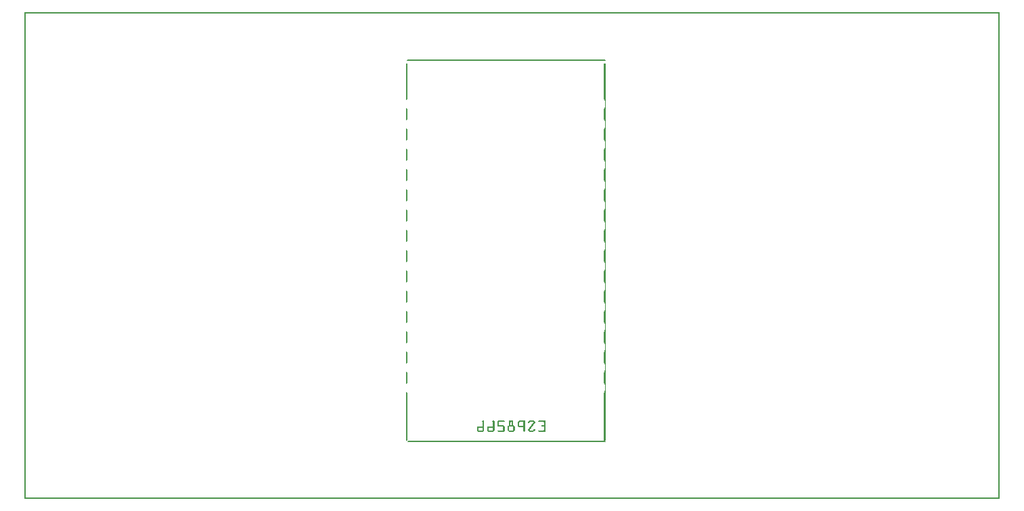
<source format=gbo>
G04 MADE WITH FRITZING*
G04 WWW.FRITZING.ORG*
G04 DOUBLE SIDED*
G04 HOLES PLATED*
G04 CONTOUR ON CENTER OF CONTOUR VECTOR*
%ASAXBY*%
%FSLAX23Y23*%
%MOIN*%
%OFA0B0*%
%SFA1.0B1.0*%
%ADD10C,0.007960*%
%ADD11R,0.001000X0.001000*%
%LNSILK0*%
G90*
G70*
G54D10*
X2858Y285D02*
X1888Y285D01*
D02*
X2858Y2166D02*
X1886Y2166D01*
G54D11*
X0Y2402D02*
X4802Y2402D01*
X0Y2401D02*
X4802Y2401D01*
X0Y2400D02*
X4802Y2400D01*
X0Y2399D02*
X4802Y2399D01*
X0Y2398D02*
X4802Y2398D01*
X0Y2397D02*
X4802Y2397D01*
X0Y2396D02*
X4802Y2396D01*
X0Y2395D02*
X4802Y2395D01*
X0Y2394D02*
X7Y2394D01*
X4795Y2394D02*
X4802Y2394D01*
X0Y2393D02*
X7Y2393D01*
X4795Y2393D02*
X4802Y2393D01*
X0Y2392D02*
X7Y2392D01*
X4795Y2392D02*
X4802Y2392D01*
X0Y2391D02*
X7Y2391D01*
X4795Y2391D02*
X4802Y2391D01*
X0Y2390D02*
X7Y2390D01*
X4795Y2390D02*
X4802Y2390D01*
X0Y2389D02*
X7Y2389D01*
X4795Y2389D02*
X4802Y2389D01*
X0Y2388D02*
X7Y2388D01*
X4795Y2388D02*
X4802Y2388D01*
X0Y2387D02*
X7Y2387D01*
X4795Y2387D02*
X4802Y2387D01*
X0Y2386D02*
X7Y2386D01*
X4795Y2386D02*
X4802Y2386D01*
X0Y2385D02*
X7Y2385D01*
X4795Y2385D02*
X4802Y2385D01*
X0Y2384D02*
X7Y2384D01*
X4795Y2384D02*
X4802Y2384D01*
X0Y2383D02*
X7Y2383D01*
X4795Y2383D02*
X4802Y2383D01*
X0Y2382D02*
X7Y2382D01*
X4795Y2382D02*
X4802Y2382D01*
X0Y2381D02*
X7Y2381D01*
X4795Y2381D02*
X4802Y2381D01*
X0Y2380D02*
X7Y2380D01*
X4795Y2380D02*
X4802Y2380D01*
X0Y2379D02*
X7Y2379D01*
X4795Y2379D02*
X4802Y2379D01*
X0Y2378D02*
X7Y2378D01*
X4795Y2378D02*
X4802Y2378D01*
X0Y2377D02*
X7Y2377D01*
X4795Y2377D02*
X4802Y2377D01*
X0Y2376D02*
X7Y2376D01*
X4795Y2376D02*
X4802Y2376D01*
X0Y2375D02*
X7Y2375D01*
X4795Y2375D02*
X4802Y2375D01*
X0Y2374D02*
X7Y2374D01*
X4795Y2374D02*
X4802Y2374D01*
X0Y2373D02*
X7Y2373D01*
X4795Y2373D02*
X4802Y2373D01*
X0Y2372D02*
X7Y2372D01*
X4795Y2372D02*
X4802Y2372D01*
X0Y2371D02*
X7Y2371D01*
X4795Y2371D02*
X4802Y2371D01*
X0Y2370D02*
X7Y2370D01*
X4795Y2370D02*
X4802Y2370D01*
X0Y2369D02*
X7Y2369D01*
X4795Y2369D02*
X4802Y2369D01*
X0Y2368D02*
X7Y2368D01*
X4795Y2368D02*
X4802Y2368D01*
X0Y2367D02*
X7Y2367D01*
X4795Y2367D02*
X4802Y2367D01*
X0Y2366D02*
X7Y2366D01*
X4795Y2366D02*
X4802Y2366D01*
X0Y2365D02*
X7Y2365D01*
X4795Y2365D02*
X4802Y2365D01*
X0Y2364D02*
X7Y2364D01*
X4795Y2364D02*
X4802Y2364D01*
X0Y2363D02*
X7Y2363D01*
X4795Y2363D02*
X4802Y2363D01*
X0Y2362D02*
X7Y2362D01*
X4795Y2362D02*
X4802Y2362D01*
X0Y2361D02*
X7Y2361D01*
X4795Y2361D02*
X4802Y2361D01*
X0Y2360D02*
X7Y2360D01*
X4795Y2360D02*
X4802Y2360D01*
X0Y2359D02*
X7Y2359D01*
X4795Y2359D02*
X4802Y2359D01*
X0Y2358D02*
X7Y2358D01*
X4795Y2358D02*
X4802Y2358D01*
X0Y2357D02*
X7Y2357D01*
X4795Y2357D02*
X4802Y2357D01*
X0Y2356D02*
X7Y2356D01*
X4795Y2356D02*
X4802Y2356D01*
X0Y2355D02*
X7Y2355D01*
X4795Y2355D02*
X4802Y2355D01*
X0Y2354D02*
X7Y2354D01*
X4795Y2354D02*
X4802Y2354D01*
X0Y2353D02*
X7Y2353D01*
X4795Y2353D02*
X4802Y2353D01*
X0Y2352D02*
X7Y2352D01*
X4795Y2352D02*
X4802Y2352D01*
X0Y2351D02*
X7Y2351D01*
X4795Y2351D02*
X4802Y2351D01*
X0Y2350D02*
X7Y2350D01*
X4795Y2350D02*
X4802Y2350D01*
X0Y2349D02*
X7Y2349D01*
X4795Y2349D02*
X4802Y2349D01*
X0Y2348D02*
X7Y2348D01*
X4795Y2348D02*
X4802Y2348D01*
X0Y2347D02*
X7Y2347D01*
X4795Y2347D02*
X4802Y2347D01*
X0Y2346D02*
X7Y2346D01*
X4795Y2346D02*
X4802Y2346D01*
X0Y2345D02*
X7Y2345D01*
X4795Y2345D02*
X4802Y2345D01*
X0Y2344D02*
X7Y2344D01*
X4795Y2344D02*
X4802Y2344D01*
X0Y2343D02*
X7Y2343D01*
X4795Y2343D02*
X4802Y2343D01*
X0Y2342D02*
X7Y2342D01*
X4795Y2342D02*
X4802Y2342D01*
X0Y2341D02*
X7Y2341D01*
X4795Y2341D02*
X4802Y2341D01*
X0Y2340D02*
X7Y2340D01*
X4795Y2340D02*
X4802Y2340D01*
X0Y2339D02*
X7Y2339D01*
X4795Y2339D02*
X4802Y2339D01*
X0Y2338D02*
X7Y2338D01*
X4795Y2338D02*
X4802Y2338D01*
X0Y2337D02*
X7Y2337D01*
X4795Y2337D02*
X4802Y2337D01*
X0Y2336D02*
X7Y2336D01*
X4795Y2336D02*
X4802Y2336D01*
X0Y2335D02*
X7Y2335D01*
X4795Y2335D02*
X4802Y2335D01*
X0Y2334D02*
X7Y2334D01*
X4795Y2334D02*
X4802Y2334D01*
X0Y2333D02*
X7Y2333D01*
X4795Y2333D02*
X4802Y2333D01*
X0Y2332D02*
X7Y2332D01*
X4795Y2332D02*
X4802Y2332D01*
X0Y2331D02*
X7Y2331D01*
X4795Y2331D02*
X4802Y2331D01*
X0Y2330D02*
X7Y2330D01*
X4795Y2330D02*
X4802Y2330D01*
X0Y2329D02*
X7Y2329D01*
X4795Y2329D02*
X4802Y2329D01*
X0Y2328D02*
X7Y2328D01*
X4795Y2328D02*
X4802Y2328D01*
X0Y2327D02*
X7Y2327D01*
X4795Y2327D02*
X4802Y2327D01*
X0Y2326D02*
X7Y2326D01*
X4795Y2326D02*
X4802Y2326D01*
X0Y2325D02*
X7Y2325D01*
X4795Y2325D02*
X4802Y2325D01*
X0Y2324D02*
X7Y2324D01*
X4795Y2324D02*
X4802Y2324D01*
X0Y2323D02*
X7Y2323D01*
X4795Y2323D02*
X4802Y2323D01*
X0Y2322D02*
X7Y2322D01*
X4795Y2322D02*
X4802Y2322D01*
X0Y2321D02*
X7Y2321D01*
X4795Y2321D02*
X4802Y2321D01*
X0Y2320D02*
X7Y2320D01*
X4795Y2320D02*
X4802Y2320D01*
X0Y2319D02*
X7Y2319D01*
X4795Y2319D02*
X4802Y2319D01*
X0Y2318D02*
X7Y2318D01*
X4795Y2318D02*
X4802Y2318D01*
X0Y2317D02*
X7Y2317D01*
X4795Y2317D02*
X4802Y2317D01*
X0Y2316D02*
X7Y2316D01*
X4795Y2316D02*
X4802Y2316D01*
X0Y2315D02*
X7Y2315D01*
X4795Y2315D02*
X4802Y2315D01*
X0Y2314D02*
X7Y2314D01*
X4795Y2314D02*
X4802Y2314D01*
X0Y2313D02*
X7Y2313D01*
X4795Y2313D02*
X4802Y2313D01*
X0Y2312D02*
X7Y2312D01*
X4795Y2312D02*
X4802Y2312D01*
X0Y2311D02*
X7Y2311D01*
X4795Y2311D02*
X4802Y2311D01*
X0Y2310D02*
X7Y2310D01*
X4795Y2310D02*
X4802Y2310D01*
X0Y2309D02*
X7Y2309D01*
X4795Y2309D02*
X4802Y2309D01*
X0Y2308D02*
X7Y2308D01*
X4795Y2308D02*
X4802Y2308D01*
X0Y2307D02*
X7Y2307D01*
X4795Y2307D02*
X4802Y2307D01*
X0Y2306D02*
X7Y2306D01*
X4795Y2306D02*
X4802Y2306D01*
X0Y2305D02*
X7Y2305D01*
X4795Y2305D02*
X4802Y2305D01*
X0Y2304D02*
X7Y2304D01*
X4795Y2304D02*
X4802Y2304D01*
X0Y2303D02*
X7Y2303D01*
X4795Y2303D02*
X4802Y2303D01*
X0Y2302D02*
X7Y2302D01*
X4795Y2302D02*
X4802Y2302D01*
X0Y2301D02*
X7Y2301D01*
X4795Y2301D02*
X4802Y2301D01*
X0Y2300D02*
X7Y2300D01*
X4795Y2300D02*
X4802Y2300D01*
X0Y2299D02*
X7Y2299D01*
X4795Y2299D02*
X4802Y2299D01*
X0Y2298D02*
X7Y2298D01*
X4795Y2298D02*
X4802Y2298D01*
X0Y2297D02*
X7Y2297D01*
X4795Y2297D02*
X4802Y2297D01*
X0Y2296D02*
X7Y2296D01*
X4795Y2296D02*
X4802Y2296D01*
X0Y2295D02*
X7Y2295D01*
X4795Y2295D02*
X4802Y2295D01*
X0Y2294D02*
X7Y2294D01*
X4795Y2294D02*
X4802Y2294D01*
X0Y2293D02*
X7Y2293D01*
X4795Y2293D02*
X4802Y2293D01*
X0Y2292D02*
X7Y2292D01*
X4795Y2292D02*
X4802Y2292D01*
X0Y2291D02*
X7Y2291D01*
X4795Y2291D02*
X4802Y2291D01*
X0Y2290D02*
X7Y2290D01*
X4795Y2290D02*
X4802Y2290D01*
X0Y2289D02*
X7Y2289D01*
X4795Y2289D02*
X4802Y2289D01*
X0Y2288D02*
X7Y2288D01*
X4795Y2288D02*
X4802Y2288D01*
X0Y2287D02*
X7Y2287D01*
X4795Y2287D02*
X4802Y2287D01*
X0Y2286D02*
X7Y2286D01*
X4795Y2286D02*
X4802Y2286D01*
X0Y2285D02*
X7Y2285D01*
X4795Y2285D02*
X4802Y2285D01*
X0Y2284D02*
X7Y2284D01*
X4795Y2284D02*
X4802Y2284D01*
X0Y2283D02*
X7Y2283D01*
X4795Y2283D02*
X4802Y2283D01*
X0Y2282D02*
X7Y2282D01*
X4795Y2282D02*
X4802Y2282D01*
X0Y2281D02*
X7Y2281D01*
X4795Y2281D02*
X4802Y2281D01*
X0Y2280D02*
X7Y2280D01*
X4795Y2280D02*
X4802Y2280D01*
X0Y2279D02*
X7Y2279D01*
X4795Y2279D02*
X4802Y2279D01*
X0Y2278D02*
X7Y2278D01*
X4795Y2278D02*
X4802Y2278D01*
X0Y2277D02*
X7Y2277D01*
X4795Y2277D02*
X4802Y2277D01*
X0Y2276D02*
X7Y2276D01*
X4795Y2276D02*
X4802Y2276D01*
X0Y2275D02*
X7Y2275D01*
X4795Y2275D02*
X4802Y2275D01*
X0Y2274D02*
X7Y2274D01*
X4795Y2274D02*
X4802Y2274D01*
X0Y2273D02*
X7Y2273D01*
X4795Y2273D02*
X4802Y2273D01*
X0Y2272D02*
X7Y2272D01*
X4795Y2272D02*
X4802Y2272D01*
X0Y2271D02*
X7Y2271D01*
X4795Y2271D02*
X4802Y2271D01*
X0Y2270D02*
X7Y2270D01*
X4795Y2270D02*
X4802Y2270D01*
X0Y2269D02*
X7Y2269D01*
X4795Y2269D02*
X4802Y2269D01*
X0Y2268D02*
X7Y2268D01*
X4795Y2268D02*
X4802Y2268D01*
X0Y2267D02*
X7Y2267D01*
X4795Y2267D02*
X4802Y2267D01*
X0Y2266D02*
X7Y2266D01*
X4795Y2266D02*
X4802Y2266D01*
X0Y2265D02*
X7Y2265D01*
X4795Y2265D02*
X4802Y2265D01*
X0Y2264D02*
X7Y2264D01*
X4795Y2264D02*
X4802Y2264D01*
X0Y2263D02*
X7Y2263D01*
X4795Y2263D02*
X4802Y2263D01*
X0Y2262D02*
X7Y2262D01*
X4795Y2262D02*
X4802Y2262D01*
X0Y2261D02*
X7Y2261D01*
X4795Y2261D02*
X4802Y2261D01*
X0Y2260D02*
X7Y2260D01*
X4795Y2260D02*
X4802Y2260D01*
X0Y2259D02*
X7Y2259D01*
X4795Y2259D02*
X4802Y2259D01*
X0Y2258D02*
X7Y2258D01*
X4795Y2258D02*
X4802Y2258D01*
X0Y2257D02*
X7Y2257D01*
X4795Y2257D02*
X4802Y2257D01*
X0Y2256D02*
X7Y2256D01*
X4795Y2256D02*
X4802Y2256D01*
X0Y2255D02*
X7Y2255D01*
X4795Y2255D02*
X4802Y2255D01*
X0Y2254D02*
X7Y2254D01*
X4795Y2254D02*
X4802Y2254D01*
X0Y2253D02*
X7Y2253D01*
X4795Y2253D02*
X4802Y2253D01*
X0Y2252D02*
X7Y2252D01*
X4795Y2252D02*
X4802Y2252D01*
X0Y2251D02*
X7Y2251D01*
X4795Y2251D02*
X4802Y2251D01*
X0Y2250D02*
X7Y2250D01*
X4795Y2250D02*
X4802Y2250D01*
X0Y2249D02*
X7Y2249D01*
X4795Y2249D02*
X4802Y2249D01*
X0Y2248D02*
X7Y2248D01*
X4795Y2248D02*
X4802Y2248D01*
X0Y2247D02*
X7Y2247D01*
X4795Y2247D02*
X4802Y2247D01*
X0Y2246D02*
X7Y2246D01*
X4795Y2246D02*
X4802Y2246D01*
X0Y2245D02*
X7Y2245D01*
X4795Y2245D02*
X4802Y2245D01*
X0Y2244D02*
X7Y2244D01*
X4795Y2244D02*
X4802Y2244D01*
X0Y2243D02*
X7Y2243D01*
X4795Y2243D02*
X4802Y2243D01*
X0Y2242D02*
X7Y2242D01*
X4795Y2242D02*
X4802Y2242D01*
X0Y2241D02*
X7Y2241D01*
X4795Y2241D02*
X4802Y2241D01*
X0Y2240D02*
X7Y2240D01*
X4795Y2240D02*
X4802Y2240D01*
X0Y2239D02*
X7Y2239D01*
X4795Y2239D02*
X4802Y2239D01*
X0Y2238D02*
X7Y2238D01*
X4795Y2238D02*
X4802Y2238D01*
X0Y2237D02*
X7Y2237D01*
X4795Y2237D02*
X4802Y2237D01*
X0Y2236D02*
X7Y2236D01*
X4795Y2236D02*
X4802Y2236D01*
X0Y2235D02*
X7Y2235D01*
X4795Y2235D02*
X4802Y2235D01*
X0Y2234D02*
X7Y2234D01*
X4795Y2234D02*
X4802Y2234D01*
X0Y2233D02*
X7Y2233D01*
X4795Y2233D02*
X4802Y2233D01*
X0Y2232D02*
X7Y2232D01*
X4795Y2232D02*
X4802Y2232D01*
X0Y2231D02*
X7Y2231D01*
X4795Y2231D02*
X4802Y2231D01*
X0Y2230D02*
X7Y2230D01*
X4795Y2230D02*
X4802Y2230D01*
X0Y2229D02*
X7Y2229D01*
X4795Y2229D02*
X4802Y2229D01*
X0Y2228D02*
X7Y2228D01*
X4795Y2228D02*
X4802Y2228D01*
X0Y2227D02*
X7Y2227D01*
X4795Y2227D02*
X4802Y2227D01*
X0Y2226D02*
X7Y2226D01*
X4795Y2226D02*
X4802Y2226D01*
X0Y2225D02*
X7Y2225D01*
X4795Y2225D02*
X4802Y2225D01*
X0Y2224D02*
X7Y2224D01*
X4795Y2224D02*
X4802Y2224D01*
X0Y2223D02*
X7Y2223D01*
X4795Y2223D02*
X4802Y2223D01*
X0Y2222D02*
X7Y2222D01*
X4795Y2222D02*
X4802Y2222D01*
X0Y2221D02*
X7Y2221D01*
X4795Y2221D02*
X4802Y2221D01*
X0Y2220D02*
X7Y2220D01*
X4795Y2220D02*
X4802Y2220D01*
X0Y2219D02*
X7Y2219D01*
X4795Y2219D02*
X4802Y2219D01*
X0Y2218D02*
X7Y2218D01*
X4795Y2218D02*
X4802Y2218D01*
X0Y2217D02*
X7Y2217D01*
X4795Y2217D02*
X4802Y2217D01*
X0Y2216D02*
X7Y2216D01*
X4795Y2216D02*
X4802Y2216D01*
X0Y2215D02*
X7Y2215D01*
X4795Y2215D02*
X4802Y2215D01*
X0Y2214D02*
X7Y2214D01*
X4795Y2214D02*
X4802Y2214D01*
X0Y2213D02*
X7Y2213D01*
X4795Y2213D02*
X4802Y2213D01*
X0Y2212D02*
X7Y2212D01*
X4795Y2212D02*
X4802Y2212D01*
X0Y2211D02*
X7Y2211D01*
X4795Y2211D02*
X4802Y2211D01*
X0Y2210D02*
X7Y2210D01*
X4795Y2210D02*
X4802Y2210D01*
X0Y2209D02*
X7Y2209D01*
X4795Y2209D02*
X4802Y2209D01*
X0Y2208D02*
X7Y2208D01*
X4795Y2208D02*
X4802Y2208D01*
X0Y2207D02*
X7Y2207D01*
X4795Y2207D02*
X4802Y2207D01*
X0Y2206D02*
X7Y2206D01*
X4795Y2206D02*
X4802Y2206D01*
X0Y2205D02*
X7Y2205D01*
X4795Y2205D02*
X4802Y2205D01*
X0Y2204D02*
X7Y2204D01*
X4795Y2204D02*
X4802Y2204D01*
X0Y2203D02*
X7Y2203D01*
X4795Y2203D02*
X4802Y2203D01*
X0Y2202D02*
X7Y2202D01*
X4795Y2202D02*
X4802Y2202D01*
X0Y2201D02*
X7Y2201D01*
X4795Y2201D02*
X4802Y2201D01*
X0Y2200D02*
X7Y2200D01*
X4795Y2200D02*
X4802Y2200D01*
X0Y2199D02*
X7Y2199D01*
X4795Y2199D02*
X4802Y2199D01*
X0Y2198D02*
X7Y2198D01*
X4795Y2198D02*
X4802Y2198D01*
X0Y2197D02*
X7Y2197D01*
X4795Y2197D02*
X4802Y2197D01*
X0Y2196D02*
X7Y2196D01*
X4795Y2196D02*
X4802Y2196D01*
X0Y2195D02*
X7Y2195D01*
X4795Y2195D02*
X4802Y2195D01*
X0Y2194D02*
X7Y2194D01*
X4795Y2194D02*
X4802Y2194D01*
X0Y2193D02*
X7Y2193D01*
X4795Y2193D02*
X4802Y2193D01*
X0Y2192D02*
X7Y2192D01*
X4795Y2192D02*
X4802Y2192D01*
X0Y2191D02*
X7Y2191D01*
X4795Y2191D02*
X4802Y2191D01*
X0Y2190D02*
X7Y2190D01*
X4795Y2190D02*
X4802Y2190D01*
X0Y2189D02*
X7Y2189D01*
X4795Y2189D02*
X4802Y2189D01*
X0Y2188D02*
X7Y2188D01*
X4795Y2188D02*
X4802Y2188D01*
X0Y2187D02*
X7Y2187D01*
X4795Y2187D02*
X4802Y2187D01*
X0Y2186D02*
X7Y2186D01*
X4795Y2186D02*
X4802Y2186D01*
X0Y2185D02*
X7Y2185D01*
X4795Y2185D02*
X4802Y2185D01*
X0Y2184D02*
X7Y2184D01*
X4795Y2184D02*
X4802Y2184D01*
X0Y2183D02*
X7Y2183D01*
X4795Y2183D02*
X4802Y2183D01*
X0Y2182D02*
X7Y2182D01*
X4795Y2182D02*
X4802Y2182D01*
X0Y2181D02*
X7Y2181D01*
X4795Y2181D02*
X4802Y2181D01*
X0Y2180D02*
X7Y2180D01*
X4795Y2180D02*
X4802Y2180D01*
X0Y2179D02*
X7Y2179D01*
X4795Y2179D02*
X4802Y2179D01*
X0Y2178D02*
X7Y2178D01*
X4795Y2178D02*
X4802Y2178D01*
X0Y2177D02*
X7Y2177D01*
X4795Y2177D02*
X4802Y2177D01*
X0Y2176D02*
X7Y2176D01*
X4795Y2176D02*
X4802Y2176D01*
X0Y2175D02*
X7Y2175D01*
X4795Y2175D02*
X4802Y2175D01*
X0Y2174D02*
X7Y2174D01*
X4795Y2174D02*
X4802Y2174D01*
X0Y2173D02*
X7Y2173D01*
X4795Y2173D02*
X4802Y2173D01*
X0Y2172D02*
X7Y2172D01*
X4795Y2172D02*
X4802Y2172D01*
X0Y2171D02*
X7Y2171D01*
X4795Y2171D02*
X4802Y2171D01*
X0Y2170D02*
X7Y2170D01*
X4795Y2170D02*
X4802Y2170D01*
X0Y2169D02*
X7Y2169D01*
X4795Y2169D02*
X4802Y2169D01*
X0Y2168D02*
X7Y2168D01*
X4795Y2168D02*
X4802Y2168D01*
X0Y2167D02*
X7Y2167D01*
X4795Y2167D02*
X4802Y2167D01*
X0Y2166D02*
X7Y2166D01*
X4795Y2166D02*
X4802Y2166D01*
X0Y2165D02*
X7Y2165D01*
X4795Y2165D02*
X4802Y2165D01*
X0Y2164D02*
X7Y2164D01*
X4795Y2164D02*
X4802Y2164D01*
X0Y2163D02*
X7Y2163D01*
X4795Y2163D02*
X4802Y2163D01*
X0Y2162D02*
X7Y2162D01*
X4795Y2162D02*
X4802Y2162D01*
X0Y2161D02*
X7Y2161D01*
X4795Y2161D02*
X4802Y2161D01*
X0Y2160D02*
X7Y2160D01*
X4795Y2160D02*
X4802Y2160D01*
X0Y2159D02*
X7Y2159D01*
X4795Y2159D02*
X4802Y2159D01*
X0Y2158D02*
X7Y2158D01*
X4795Y2158D02*
X4802Y2158D01*
X0Y2157D02*
X7Y2157D01*
X4795Y2157D02*
X4802Y2157D01*
X0Y2156D02*
X7Y2156D01*
X4795Y2156D02*
X4802Y2156D01*
X0Y2155D02*
X7Y2155D01*
X4795Y2155D02*
X4802Y2155D01*
X0Y2154D02*
X7Y2154D01*
X4795Y2154D02*
X4802Y2154D01*
X0Y2153D02*
X7Y2153D01*
X4795Y2153D02*
X4802Y2153D01*
X0Y2152D02*
X7Y2152D01*
X4795Y2152D02*
X4802Y2152D01*
X0Y2151D02*
X7Y2151D01*
X4795Y2151D02*
X4802Y2151D01*
X0Y2150D02*
X7Y2150D01*
X4795Y2150D02*
X4802Y2150D01*
X0Y2149D02*
X7Y2149D01*
X4795Y2149D02*
X4802Y2149D01*
X0Y2148D02*
X7Y2148D01*
X4795Y2148D02*
X4802Y2148D01*
X0Y2147D02*
X7Y2147D01*
X4795Y2147D02*
X4802Y2147D01*
X0Y2146D02*
X7Y2146D01*
X1879Y2146D02*
X1886Y2146D01*
X2854Y2146D02*
X2861Y2146D01*
X4795Y2146D02*
X4802Y2146D01*
X0Y2145D02*
X7Y2145D01*
X1879Y2145D02*
X1886Y2145D01*
X2854Y2145D02*
X2861Y2145D01*
X4795Y2145D02*
X4802Y2145D01*
X0Y2144D02*
X7Y2144D01*
X1879Y2144D02*
X1886Y2144D01*
X2854Y2144D02*
X2861Y2144D01*
X4795Y2144D02*
X4802Y2144D01*
X0Y2143D02*
X7Y2143D01*
X1879Y2143D02*
X1886Y2143D01*
X2854Y2143D02*
X2861Y2143D01*
X4795Y2143D02*
X4802Y2143D01*
X0Y2142D02*
X7Y2142D01*
X1879Y2142D02*
X1886Y2142D01*
X2854Y2142D02*
X2861Y2142D01*
X4795Y2142D02*
X4802Y2142D01*
X0Y2141D02*
X7Y2141D01*
X1879Y2141D02*
X1886Y2141D01*
X2854Y2141D02*
X2861Y2141D01*
X4795Y2141D02*
X4802Y2141D01*
X0Y2140D02*
X7Y2140D01*
X1879Y2140D02*
X1886Y2140D01*
X2854Y2140D02*
X2861Y2140D01*
X4795Y2140D02*
X4802Y2140D01*
X0Y2139D02*
X7Y2139D01*
X1879Y2139D02*
X1886Y2139D01*
X2854Y2139D02*
X2861Y2139D01*
X4795Y2139D02*
X4802Y2139D01*
X0Y2138D02*
X7Y2138D01*
X1879Y2138D02*
X1886Y2138D01*
X2854Y2138D02*
X2861Y2138D01*
X4795Y2138D02*
X4802Y2138D01*
X0Y2137D02*
X7Y2137D01*
X1879Y2137D02*
X1886Y2137D01*
X2854Y2137D02*
X2861Y2137D01*
X4795Y2137D02*
X4802Y2137D01*
X0Y2136D02*
X7Y2136D01*
X1879Y2136D02*
X1886Y2136D01*
X2854Y2136D02*
X2861Y2136D01*
X4795Y2136D02*
X4802Y2136D01*
X0Y2135D02*
X7Y2135D01*
X1879Y2135D02*
X1886Y2135D01*
X2854Y2135D02*
X2861Y2135D01*
X4795Y2135D02*
X4802Y2135D01*
X0Y2134D02*
X7Y2134D01*
X1879Y2134D02*
X1886Y2134D01*
X2854Y2134D02*
X2861Y2134D01*
X4795Y2134D02*
X4802Y2134D01*
X0Y2133D02*
X7Y2133D01*
X1879Y2133D02*
X1886Y2133D01*
X2854Y2133D02*
X2861Y2133D01*
X4795Y2133D02*
X4802Y2133D01*
X0Y2132D02*
X7Y2132D01*
X1879Y2132D02*
X1886Y2132D01*
X2854Y2132D02*
X2861Y2132D01*
X4795Y2132D02*
X4802Y2132D01*
X0Y2131D02*
X7Y2131D01*
X1879Y2131D02*
X1886Y2131D01*
X2854Y2131D02*
X2861Y2131D01*
X4795Y2131D02*
X4802Y2131D01*
X0Y2130D02*
X7Y2130D01*
X1879Y2130D02*
X1886Y2130D01*
X2854Y2130D02*
X2861Y2130D01*
X4795Y2130D02*
X4802Y2130D01*
X0Y2129D02*
X7Y2129D01*
X1879Y2129D02*
X1886Y2129D01*
X2854Y2129D02*
X2861Y2129D01*
X4795Y2129D02*
X4802Y2129D01*
X0Y2128D02*
X7Y2128D01*
X1879Y2128D02*
X1886Y2128D01*
X2854Y2128D02*
X2861Y2128D01*
X4795Y2128D02*
X4802Y2128D01*
X0Y2127D02*
X7Y2127D01*
X1879Y2127D02*
X1886Y2127D01*
X2854Y2127D02*
X2861Y2127D01*
X4795Y2127D02*
X4802Y2127D01*
X0Y2126D02*
X7Y2126D01*
X1879Y2126D02*
X1886Y2126D01*
X2854Y2126D02*
X2861Y2126D01*
X4795Y2126D02*
X4802Y2126D01*
X0Y2125D02*
X7Y2125D01*
X1879Y2125D02*
X1886Y2125D01*
X2854Y2125D02*
X2861Y2125D01*
X4795Y2125D02*
X4802Y2125D01*
X0Y2124D02*
X7Y2124D01*
X1879Y2124D02*
X1886Y2124D01*
X2854Y2124D02*
X2861Y2124D01*
X4795Y2124D02*
X4802Y2124D01*
X0Y2123D02*
X7Y2123D01*
X1879Y2123D02*
X1886Y2123D01*
X2854Y2123D02*
X2861Y2123D01*
X4795Y2123D02*
X4802Y2123D01*
X0Y2122D02*
X7Y2122D01*
X1879Y2122D02*
X1886Y2122D01*
X2854Y2122D02*
X2861Y2122D01*
X4795Y2122D02*
X4802Y2122D01*
X0Y2121D02*
X7Y2121D01*
X1879Y2121D02*
X1886Y2121D01*
X2854Y2121D02*
X2861Y2121D01*
X4795Y2121D02*
X4802Y2121D01*
X0Y2120D02*
X7Y2120D01*
X1879Y2120D02*
X1886Y2120D01*
X2854Y2120D02*
X2861Y2120D01*
X4795Y2120D02*
X4802Y2120D01*
X0Y2119D02*
X7Y2119D01*
X1879Y2119D02*
X1886Y2119D01*
X2854Y2119D02*
X2861Y2119D01*
X4795Y2119D02*
X4802Y2119D01*
X0Y2118D02*
X7Y2118D01*
X1879Y2118D02*
X1886Y2118D01*
X2854Y2118D02*
X2861Y2118D01*
X4795Y2118D02*
X4802Y2118D01*
X0Y2117D02*
X7Y2117D01*
X1879Y2117D02*
X1886Y2117D01*
X2854Y2117D02*
X2861Y2117D01*
X4795Y2117D02*
X4802Y2117D01*
X0Y2116D02*
X7Y2116D01*
X1879Y2116D02*
X1886Y2116D01*
X2854Y2116D02*
X2861Y2116D01*
X4795Y2116D02*
X4802Y2116D01*
X0Y2115D02*
X7Y2115D01*
X1879Y2115D02*
X1886Y2115D01*
X2854Y2115D02*
X2861Y2115D01*
X4795Y2115D02*
X4802Y2115D01*
X0Y2114D02*
X7Y2114D01*
X1879Y2114D02*
X1886Y2114D01*
X2854Y2114D02*
X2861Y2114D01*
X4795Y2114D02*
X4802Y2114D01*
X0Y2113D02*
X7Y2113D01*
X1879Y2113D02*
X1886Y2113D01*
X2854Y2113D02*
X2861Y2113D01*
X4795Y2113D02*
X4802Y2113D01*
X0Y2112D02*
X7Y2112D01*
X1879Y2112D02*
X1886Y2112D01*
X2854Y2112D02*
X2861Y2112D01*
X4795Y2112D02*
X4802Y2112D01*
X0Y2111D02*
X7Y2111D01*
X1879Y2111D02*
X1886Y2111D01*
X2854Y2111D02*
X2861Y2111D01*
X4795Y2111D02*
X4802Y2111D01*
X0Y2110D02*
X7Y2110D01*
X1879Y2110D02*
X1886Y2110D01*
X2854Y2110D02*
X2861Y2110D01*
X4795Y2110D02*
X4802Y2110D01*
X0Y2109D02*
X7Y2109D01*
X1879Y2109D02*
X1886Y2109D01*
X2854Y2109D02*
X2861Y2109D01*
X4795Y2109D02*
X4802Y2109D01*
X0Y2108D02*
X7Y2108D01*
X1879Y2108D02*
X1886Y2108D01*
X2854Y2108D02*
X2861Y2108D01*
X4795Y2108D02*
X4802Y2108D01*
X0Y2107D02*
X7Y2107D01*
X1879Y2107D02*
X1886Y2107D01*
X2854Y2107D02*
X2861Y2107D01*
X4795Y2107D02*
X4802Y2107D01*
X0Y2106D02*
X7Y2106D01*
X1879Y2106D02*
X1886Y2106D01*
X2854Y2106D02*
X2861Y2106D01*
X4795Y2106D02*
X4802Y2106D01*
X0Y2105D02*
X7Y2105D01*
X1879Y2105D02*
X1886Y2105D01*
X2854Y2105D02*
X2861Y2105D01*
X4795Y2105D02*
X4802Y2105D01*
X0Y2104D02*
X7Y2104D01*
X1879Y2104D02*
X1886Y2104D01*
X2854Y2104D02*
X2861Y2104D01*
X4795Y2104D02*
X4802Y2104D01*
X0Y2103D02*
X7Y2103D01*
X1879Y2103D02*
X1886Y2103D01*
X2854Y2103D02*
X2861Y2103D01*
X4795Y2103D02*
X4802Y2103D01*
X0Y2102D02*
X7Y2102D01*
X1879Y2102D02*
X1886Y2102D01*
X2854Y2102D02*
X2861Y2102D01*
X4795Y2102D02*
X4802Y2102D01*
X0Y2101D02*
X7Y2101D01*
X1879Y2101D02*
X1886Y2101D01*
X2854Y2101D02*
X2861Y2101D01*
X4795Y2101D02*
X4802Y2101D01*
X0Y2100D02*
X7Y2100D01*
X1879Y2100D02*
X1886Y2100D01*
X2854Y2100D02*
X2861Y2100D01*
X4795Y2100D02*
X4802Y2100D01*
X0Y2099D02*
X7Y2099D01*
X1879Y2099D02*
X1886Y2099D01*
X2854Y2099D02*
X2861Y2099D01*
X4795Y2099D02*
X4802Y2099D01*
X0Y2098D02*
X7Y2098D01*
X1879Y2098D02*
X1886Y2098D01*
X2854Y2098D02*
X2861Y2098D01*
X4795Y2098D02*
X4802Y2098D01*
X0Y2097D02*
X7Y2097D01*
X1879Y2097D02*
X1886Y2097D01*
X2854Y2097D02*
X2861Y2097D01*
X4795Y2097D02*
X4802Y2097D01*
X0Y2096D02*
X7Y2096D01*
X1879Y2096D02*
X1886Y2096D01*
X2854Y2096D02*
X2861Y2096D01*
X4795Y2096D02*
X4802Y2096D01*
X0Y2095D02*
X7Y2095D01*
X1879Y2095D02*
X1886Y2095D01*
X2854Y2095D02*
X2861Y2095D01*
X4795Y2095D02*
X4802Y2095D01*
X0Y2094D02*
X7Y2094D01*
X1879Y2094D02*
X1886Y2094D01*
X2854Y2094D02*
X2861Y2094D01*
X4795Y2094D02*
X4802Y2094D01*
X0Y2093D02*
X7Y2093D01*
X1879Y2093D02*
X1886Y2093D01*
X2854Y2093D02*
X2861Y2093D01*
X4795Y2093D02*
X4802Y2093D01*
X0Y2092D02*
X7Y2092D01*
X1879Y2092D02*
X1886Y2092D01*
X2854Y2092D02*
X2861Y2092D01*
X4795Y2092D02*
X4802Y2092D01*
X0Y2091D02*
X7Y2091D01*
X1879Y2091D02*
X1886Y2091D01*
X2854Y2091D02*
X2861Y2091D01*
X4795Y2091D02*
X4802Y2091D01*
X0Y2090D02*
X7Y2090D01*
X1879Y2090D02*
X1886Y2090D01*
X2854Y2090D02*
X2861Y2090D01*
X4795Y2090D02*
X4802Y2090D01*
X0Y2089D02*
X7Y2089D01*
X1879Y2089D02*
X1886Y2089D01*
X2854Y2089D02*
X2861Y2089D01*
X4795Y2089D02*
X4802Y2089D01*
X0Y2088D02*
X7Y2088D01*
X1879Y2088D02*
X1886Y2088D01*
X2854Y2088D02*
X2861Y2088D01*
X4795Y2088D02*
X4802Y2088D01*
X0Y2087D02*
X7Y2087D01*
X1879Y2087D02*
X1886Y2087D01*
X2854Y2087D02*
X2861Y2087D01*
X4795Y2087D02*
X4802Y2087D01*
X0Y2086D02*
X7Y2086D01*
X1879Y2086D02*
X1886Y2086D01*
X2854Y2086D02*
X2861Y2086D01*
X4795Y2086D02*
X4802Y2086D01*
X0Y2085D02*
X7Y2085D01*
X1879Y2085D02*
X1886Y2085D01*
X2854Y2085D02*
X2861Y2085D01*
X4795Y2085D02*
X4802Y2085D01*
X0Y2084D02*
X7Y2084D01*
X1879Y2084D02*
X1886Y2084D01*
X2854Y2084D02*
X2861Y2084D01*
X4795Y2084D02*
X4802Y2084D01*
X0Y2083D02*
X7Y2083D01*
X1879Y2083D02*
X1886Y2083D01*
X2854Y2083D02*
X2861Y2083D01*
X4795Y2083D02*
X4802Y2083D01*
X0Y2082D02*
X7Y2082D01*
X1879Y2082D02*
X1886Y2082D01*
X2854Y2082D02*
X2861Y2082D01*
X4795Y2082D02*
X4802Y2082D01*
X0Y2081D02*
X7Y2081D01*
X1879Y2081D02*
X1886Y2081D01*
X2854Y2081D02*
X2861Y2081D01*
X4795Y2081D02*
X4802Y2081D01*
X0Y2080D02*
X7Y2080D01*
X1879Y2080D02*
X1886Y2080D01*
X2854Y2080D02*
X2861Y2080D01*
X4795Y2080D02*
X4802Y2080D01*
X0Y2079D02*
X7Y2079D01*
X1879Y2079D02*
X1886Y2079D01*
X2854Y2079D02*
X2861Y2079D01*
X4795Y2079D02*
X4802Y2079D01*
X0Y2078D02*
X7Y2078D01*
X1879Y2078D02*
X1886Y2078D01*
X2854Y2078D02*
X2861Y2078D01*
X4795Y2078D02*
X4802Y2078D01*
X0Y2077D02*
X7Y2077D01*
X1879Y2077D02*
X1886Y2077D01*
X2854Y2077D02*
X2861Y2077D01*
X4795Y2077D02*
X4802Y2077D01*
X0Y2076D02*
X7Y2076D01*
X1879Y2076D02*
X1886Y2076D01*
X2854Y2076D02*
X2861Y2076D01*
X4795Y2076D02*
X4802Y2076D01*
X0Y2075D02*
X7Y2075D01*
X1879Y2075D02*
X1886Y2075D01*
X2854Y2075D02*
X2861Y2075D01*
X4795Y2075D02*
X4802Y2075D01*
X0Y2074D02*
X7Y2074D01*
X1879Y2074D02*
X1886Y2074D01*
X2854Y2074D02*
X2861Y2074D01*
X4795Y2074D02*
X4802Y2074D01*
X0Y2073D02*
X7Y2073D01*
X1879Y2073D02*
X1886Y2073D01*
X2854Y2073D02*
X2861Y2073D01*
X4795Y2073D02*
X4802Y2073D01*
X0Y2072D02*
X7Y2072D01*
X1879Y2072D02*
X1886Y2072D01*
X2854Y2072D02*
X2861Y2072D01*
X4795Y2072D02*
X4802Y2072D01*
X0Y2071D02*
X7Y2071D01*
X1879Y2071D02*
X1886Y2071D01*
X2854Y2071D02*
X2861Y2071D01*
X4795Y2071D02*
X4802Y2071D01*
X0Y2070D02*
X7Y2070D01*
X1879Y2070D02*
X1886Y2070D01*
X2854Y2070D02*
X2861Y2070D01*
X4795Y2070D02*
X4802Y2070D01*
X0Y2069D02*
X7Y2069D01*
X1879Y2069D02*
X1886Y2069D01*
X2854Y2069D02*
X2861Y2069D01*
X4795Y2069D02*
X4802Y2069D01*
X0Y2068D02*
X7Y2068D01*
X1879Y2068D02*
X1886Y2068D01*
X2854Y2068D02*
X2861Y2068D01*
X4795Y2068D02*
X4802Y2068D01*
X0Y2067D02*
X7Y2067D01*
X1879Y2067D02*
X1886Y2067D01*
X2854Y2067D02*
X2861Y2067D01*
X4795Y2067D02*
X4802Y2067D01*
X0Y2066D02*
X7Y2066D01*
X1879Y2066D02*
X1886Y2066D01*
X2854Y2066D02*
X2861Y2066D01*
X4795Y2066D02*
X4802Y2066D01*
X0Y2065D02*
X7Y2065D01*
X1879Y2065D02*
X1886Y2065D01*
X2854Y2065D02*
X2861Y2065D01*
X4795Y2065D02*
X4802Y2065D01*
X0Y2064D02*
X7Y2064D01*
X1879Y2064D02*
X1886Y2064D01*
X2854Y2064D02*
X2861Y2064D01*
X4795Y2064D02*
X4802Y2064D01*
X0Y2063D02*
X7Y2063D01*
X1879Y2063D02*
X1886Y2063D01*
X2854Y2063D02*
X2861Y2063D01*
X4795Y2063D02*
X4802Y2063D01*
X0Y2062D02*
X7Y2062D01*
X1879Y2062D02*
X1886Y2062D01*
X2854Y2062D02*
X2861Y2062D01*
X4795Y2062D02*
X4802Y2062D01*
X0Y2061D02*
X7Y2061D01*
X1879Y2061D02*
X1886Y2061D01*
X2854Y2061D02*
X2861Y2061D01*
X4795Y2061D02*
X4802Y2061D01*
X0Y2060D02*
X7Y2060D01*
X1879Y2060D02*
X1886Y2060D01*
X2854Y2060D02*
X2861Y2060D01*
X4795Y2060D02*
X4802Y2060D01*
X0Y2059D02*
X7Y2059D01*
X1879Y2059D02*
X1886Y2059D01*
X2854Y2059D02*
X2861Y2059D01*
X4795Y2059D02*
X4802Y2059D01*
X0Y2058D02*
X7Y2058D01*
X1879Y2058D02*
X1886Y2058D01*
X2854Y2058D02*
X2861Y2058D01*
X4795Y2058D02*
X4802Y2058D01*
X0Y2057D02*
X7Y2057D01*
X1879Y2057D02*
X1886Y2057D01*
X2854Y2057D02*
X2861Y2057D01*
X4795Y2057D02*
X4802Y2057D01*
X0Y2056D02*
X7Y2056D01*
X1879Y2056D02*
X1886Y2056D01*
X2854Y2056D02*
X2861Y2056D01*
X4795Y2056D02*
X4802Y2056D01*
X0Y2055D02*
X7Y2055D01*
X1879Y2055D02*
X1886Y2055D01*
X2854Y2055D02*
X2861Y2055D01*
X4795Y2055D02*
X4802Y2055D01*
X0Y2054D02*
X7Y2054D01*
X1879Y2054D02*
X1886Y2054D01*
X2854Y2054D02*
X2861Y2054D01*
X4795Y2054D02*
X4802Y2054D01*
X0Y2053D02*
X7Y2053D01*
X1879Y2053D02*
X1886Y2053D01*
X2854Y2053D02*
X2861Y2053D01*
X4795Y2053D02*
X4802Y2053D01*
X0Y2052D02*
X7Y2052D01*
X1879Y2052D02*
X1886Y2052D01*
X2854Y2052D02*
X2861Y2052D01*
X4795Y2052D02*
X4802Y2052D01*
X0Y2051D02*
X7Y2051D01*
X1879Y2051D02*
X1886Y2051D01*
X2854Y2051D02*
X2861Y2051D01*
X4795Y2051D02*
X4802Y2051D01*
X0Y2050D02*
X7Y2050D01*
X1879Y2050D02*
X1886Y2050D01*
X2854Y2050D02*
X2861Y2050D01*
X4795Y2050D02*
X4802Y2050D01*
X0Y2049D02*
X7Y2049D01*
X1879Y2049D02*
X1886Y2049D01*
X2854Y2049D02*
X2861Y2049D01*
X4795Y2049D02*
X4802Y2049D01*
X0Y2048D02*
X7Y2048D01*
X1879Y2048D02*
X1886Y2048D01*
X2854Y2048D02*
X2861Y2048D01*
X4795Y2048D02*
X4802Y2048D01*
X0Y2047D02*
X7Y2047D01*
X1879Y2047D02*
X1886Y2047D01*
X2854Y2047D02*
X2861Y2047D01*
X4795Y2047D02*
X4802Y2047D01*
X0Y2046D02*
X7Y2046D01*
X1879Y2046D02*
X1886Y2046D01*
X2854Y2046D02*
X2861Y2046D01*
X4795Y2046D02*
X4802Y2046D01*
X0Y2045D02*
X7Y2045D01*
X1879Y2045D02*
X1886Y2045D01*
X2854Y2045D02*
X2861Y2045D01*
X4795Y2045D02*
X4802Y2045D01*
X0Y2044D02*
X7Y2044D01*
X1879Y2044D02*
X1886Y2044D01*
X2854Y2044D02*
X2861Y2044D01*
X4795Y2044D02*
X4802Y2044D01*
X0Y2043D02*
X7Y2043D01*
X1879Y2043D02*
X1886Y2043D01*
X2854Y2043D02*
X2861Y2043D01*
X4795Y2043D02*
X4802Y2043D01*
X0Y2042D02*
X7Y2042D01*
X1879Y2042D02*
X1886Y2042D01*
X2854Y2042D02*
X2861Y2042D01*
X4795Y2042D02*
X4802Y2042D01*
X0Y2041D02*
X7Y2041D01*
X1879Y2041D02*
X1886Y2041D01*
X2854Y2041D02*
X2861Y2041D01*
X4795Y2041D02*
X4802Y2041D01*
X0Y2040D02*
X7Y2040D01*
X1879Y2040D02*
X1886Y2040D01*
X2854Y2040D02*
X2861Y2040D01*
X4795Y2040D02*
X4802Y2040D01*
X0Y2039D02*
X7Y2039D01*
X1879Y2039D02*
X1886Y2039D01*
X2854Y2039D02*
X2861Y2039D01*
X4795Y2039D02*
X4802Y2039D01*
X0Y2038D02*
X7Y2038D01*
X1879Y2038D02*
X1886Y2038D01*
X2854Y2038D02*
X2861Y2038D01*
X4795Y2038D02*
X4802Y2038D01*
X0Y2037D02*
X7Y2037D01*
X1879Y2037D02*
X1886Y2037D01*
X2854Y2037D02*
X2861Y2037D01*
X4795Y2037D02*
X4802Y2037D01*
X0Y2036D02*
X7Y2036D01*
X1879Y2036D02*
X1886Y2036D01*
X2854Y2036D02*
X2861Y2036D01*
X4795Y2036D02*
X4802Y2036D01*
X0Y2035D02*
X7Y2035D01*
X1879Y2035D02*
X1886Y2035D01*
X2854Y2035D02*
X2861Y2035D01*
X4795Y2035D02*
X4802Y2035D01*
X0Y2034D02*
X7Y2034D01*
X1879Y2034D02*
X1886Y2034D01*
X2854Y2034D02*
X2861Y2034D01*
X4795Y2034D02*
X4802Y2034D01*
X0Y2033D02*
X7Y2033D01*
X1879Y2033D02*
X1886Y2033D01*
X2854Y2033D02*
X2861Y2033D01*
X4795Y2033D02*
X4802Y2033D01*
X0Y2032D02*
X7Y2032D01*
X1879Y2032D02*
X1886Y2032D01*
X2854Y2032D02*
X2861Y2032D01*
X4795Y2032D02*
X4802Y2032D01*
X0Y2031D02*
X7Y2031D01*
X1879Y2031D02*
X1886Y2031D01*
X2854Y2031D02*
X2861Y2031D01*
X4795Y2031D02*
X4802Y2031D01*
X0Y2030D02*
X7Y2030D01*
X1879Y2030D02*
X1886Y2030D01*
X2854Y2030D02*
X2861Y2030D01*
X4795Y2030D02*
X4802Y2030D01*
X0Y2029D02*
X7Y2029D01*
X1879Y2029D02*
X1886Y2029D01*
X2854Y2029D02*
X2861Y2029D01*
X4795Y2029D02*
X4802Y2029D01*
X0Y2028D02*
X7Y2028D01*
X1879Y2028D02*
X1886Y2028D01*
X2854Y2028D02*
X2861Y2028D01*
X4795Y2028D02*
X4802Y2028D01*
X0Y2027D02*
X7Y2027D01*
X1879Y2027D02*
X1886Y2027D01*
X2854Y2027D02*
X2861Y2027D01*
X4795Y2027D02*
X4802Y2027D01*
X0Y2026D02*
X7Y2026D01*
X1879Y2026D02*
X1886Y2026D01*
X2854Y2026D02*
X2861Y2026D01*
X4795Y2026D02*
X4802Y2026D01*
X0Y2025D02*
X7Y2025D01*
X1879Y2025D02*
X1886Y2025D01*
X2854Y2025D02*
X2861Y2025D01*
X4795Y2025D02*
X4802Y2025D01*
X0Y2024D02*
X7Y2024D01*
X1879Y2024D02*
X1886Y2024D01*
X2854Y2024D02*
X2861Y2024D01*
X4795Y2024D02*
X4802Y2024D01*
X0Y2023D02*
X7Y2023D01*
X1879Y2023D02*
X1886Y2023D01*
X2854Y2023D02*
X2861Y2023D01*
X4795Y2023D02*
X4802Y2023D01*
X0Y2022D02*
X7Y2022D01*
X1879Y2022D02*
X1886Y2022D01*
X2854Y2022D02*
X2861Y2022D01*
X4795Y2022D02*
X4802Y2022D01*
X0Y2021D02*
X7Y2021D01*
X1879Y2021D02*
X1886Y2021D01*
X2854Y2021D02*
X2861Y2021D01*
X4795Y2021D02*
X4802Y2021D01*
X0Y2020D02*
X7Y2020D01*
X1879Y2020D02*
X1886Y2020D01*
X2854Y2020D02*
X2861Y2020D01*
X4795Y2020D02*
X4802Y2020D01*
X0Y2019D02*
X7Y2019D01*
X1879Y2019D02*
X1886Y2019D01*
X2854Y2019D02*
X2861Y2019D01*
X4795Y2019D02*
X4802Y2019D01*
X0Y2018D02*
X7Y2018D01*
X1879Y2018D02*
X1886Y2018D01*
X2854Y2018D02*
X2861Y2018D01*
X4795Y2018D02*
X4802Y2018D01*
X0Y2017D02*
X7Y2017D01*
X1879Y2017D02*
X1886Y2017D01*
X2854Y2017D02*
X2861Y2017D01*
X4795Y2017D02*
X4802Y2017D01*
X0Y2016D02*
X7Y2016D01*
X1879Y2016D02*
X1886Y2016D01*
X2854Y2016D02*
X2861Y2016D01*
X4795Y2016D02*
X4802Y2016D01*
X0Y2015D02*
X7Y2015D01*
X1879Y2015D02*
X1886Y2015D01*
X2854Y2015D02*
X2861Y2015D01*
X4795Y2015D02*
X4802Y2015D01*
X0Y2014D02*
X7Y2014D01*
X1879Y2014D02*
X1886Y2014D01*
X2854Y2014D02*
X2861Y2014D01*
X4795Y2014D02*
X4802Y2014D01*
X0Y2013D02*
X7Y2013D01*
X1879Y2013D02*
X1886Y2013D01*
X2854Y2013D02*
X2861Y2013D01*
X4795Y2013D02*
X4802Y2013D01*
X0Y2012D02*
X7Y2012D01*
X1879Y2012D02*
X1886Y2012D01*
X2854Y2012D02*
X2861Y2012D01*
X4795Y2012D02*
X4802Y2012D01*
X0Y2011D02*
X7Y2011D01*
X1879Y2011D02*
X1886Y2011D01*
X2854Y2011D02*
X2861Y2011D01*
X4795Y2011D02*
X4802Y2011D01*
X0Y2010D02*
X7Y2010D01*
X1879Y2010D02*
X1886Y2010D01*
X2854Y2010D02*
X2861Y2010D01*
X4795Y2010D02*
X4802Y2010D01*
X0Y2009D02*
X7Y2009D01*
X1879Y2009D02*
X1886Y2009D01*
X2854Y2009D02*
X2861Y2009D01*
X4795Y2009D02*
X4802Y2009D01*
X0Y2008D02*
X7Y2008D01*
X1879Y2008D02*
X1886Y2008D01*
X2854Y2008D02*
X2861Y2008D01*
X4795Y2008D02*
X4802Y2008D01*
X0Y2007D02*
X7Y2007D01*
X1879Y2007D02*
X1886Y2007D01*
X2854Y2007D02*
X2861Y2007D01*
X4795Y2007D02*
X4802Y2007D01*
X0Y2006D02*
X7Y2006D01*
X1879Y2006D02*
X1886Y2006D01*
X2854Y2006D02*
X2861Y2006D01*
X4795Y2006D02*
X4802Y2006D01*
X0Y2005D02*
X7Y2005D01*
X1879Y2005D02*
X1886Y2005D01*
X2854Y2005D02*
X2861Y2005D01*
X4795Y2005D02*
X4802Y2005D01*
X0Y2004D02*
X7Y2004D01*
X1879Y2004D02*
X1886Y2004D01*
X2854Y2004D02*
X2861Y2004D01*
X4795Y2004D02*
X4802Y2004D01*
X0Y2003D02*
X7Y2003D01*
X1879Y2003D02*
X1886Y2003D01*
X2854Y2003D02*
X2861Y2003D01*
X4795Y2003D02*
X4802Y2003D01*
X0Y2002D02*
X7Y2002D01*
X1879Y2002D02*
X1886Y2002D01*
X2854Y2002D02*
X2861Y2002D01*
X4795Y2002D02*
X4802Y2002D01*
X0Y2001D02*
X7Y2001D01*
X1879Y2001D02*
X1886Y2001D01*
X2854Y2001D02*
X2861Y2001D01*
X4795Y2001D02*
X4802Y2001D01*
X0Y2000D02*
X7Y2000D01*
X1879Y2000D02*
X1886Y2000D01*
X2854Y2000D02*
X2861Y2000D01*
X4795Y2000D02*
X4802Y2000D01*
X0Y1999D02*
X7Y1999D01*
X1879Y1999D02*
X1886Y1999D01*
X2854Y1999D02*
X2861Y1999D01*
X4795Y1999D02*
X4802Y1999D01*
X0Y1998D02*
X7Y1998D01*
X1879Y1998D02*
X1886Y1998D01*
X2854Y1998D02*
X2861Y1998D01*
X4795Y1998D02*
X4802Y1998D01*
X0Y1997D02*
X7Y1997D01*
X1879Y1997D02*
X1886Y1997D01*
X2854Y1997D02*
X2861Y1997D01*
X4795Y1997D02*
X4802Y1997D01*
X0Y1996D02*
X7Y1996D01*
X1879Y1996D02*
X1886Y1996D01*
X2854Y1996D02*
X2861Y1996D01*
X4795Y1996D02*
X4802Y1996D01*
X0Y1995D02*
X7Y1995D01*
X1879Y1995D02*
X1886Y1995D01*
X2854Y1995D02*
X2861Y1995D01*
X4795Y1995D02*
X4802Y1995D01*
X0Y1994D02*
X7Y1994D01*
X1879Y1994D02*
X1886Y1994D01*
X2854Y1994D02*
X2861Y1994D01*
X4795Y1994D02*
X4802Y1994D01*
X0Y1993D02*
X7Y1993D01*
X1879Y1993D02*
X1886Y1993D01*
X2854Y1993D02*
X2861Y1993D01*
X4795Y1993D02*
X4802Y1993D01*
X0Y1992D02*
X7Y1992D01*
X1879Y1992D02*
X1886Y1992D01*
X2854Y1992D02*
X2861Y1992D01*
X4795Y1992D02*
X4802Y1992D01*
X0Y1991D02*
X7Y1991D01*
X1879Y1991D02*
X1886Y1991D01*
X2854Y1991D02*
X2861Y1991D01*
X4795Y1991D02*
X4802Y1991D01*
X0Y1990D02*
X7Y1990D01*
X1879Y1990D02*
X1886Y1990D01*
X2854Y1990D02*
X2861Y1990D01*
X4795Y1990D02*
X4802Y1990D01*
X0Y1989D02*
X7Y1989D01*
X1879Y1989D02*
X1886Y1989D01*
X2854Y1989D02*
X2861Y1989D01*
X4795Y1989D02*
X4802Y1989D01*
X0Y1988D02*
X7Y1988D01*
X1879Y1988D02*
X1886Y1988D01*
X2854Y1988D02*
X2861Y1988D01*
X4795Y1988D02*
X4802Y1988D01*
X0Y1987D02*
X7Y1987D01*
X1879Y1987D02*
X1886Y1987D01*
X2854Y1987D02*
X2861Y1987D01*
X4795Y1987D02*
X4802Y1987D01*
X0Y1986D02*
X7Y1986D01*
X1879Y1986D02*
X1886Y1986D01*
X2854Y1986D02*
X2861Y1986D01*
X4795Y1986D02*
X4802Y1986D01*
X0Y1985D02*
X7Y1985D01*
X1879Y1985D02*
X1886Y1985D01*
X2854Y1985D02*
X2861Y1985D01*
X4795Y1985D02*
X4802Y1985D01*
X0Y1984D02*
X7Y1984D01*
X1879Y1984D02*
X1886Y1984D01*
X2854Y1984D02*
X2861Y1984D01*
X4795Y1984D02*
X4802Y1984D01*
X0Y1983D02*
X7Y1983D01*
X1879Y1983D02*
X1886Y1983D01*
X2854Y1983D02*
X2861Y1983D01*
X4795Y1983D02*
X4802Y1983D01*
X0Y1982D02*
X7Y1982D01*
X1879Y1982D02*
X1886Y1982D01*
X2854Y1982D02*
X2861Y1982D01*
X4795Y1982D02*
X4802Y1982D01*
X0Y1981D02*
X7Y1981D01*
X1879Y1981D02*
X1886Y1981D01*
X2854Y1981D02*
X2861Y1981D01*
X4795Y1981D02*
X4802Y1981D01*
X0Y1980D02*
X7Y1980D01*
X1879Y1980D02*
X1886Y1980D01*
X2854Y1980D02*
X2861Y1980D01*
X4795Y1980D02*
X4802Y1980D01*
X0Y1979D02*
X7Y1979D01*
X1879Y1979D02*
X1886Y1979D01*
X2854Y1979D02*
X2861Y1979D01*
X4795Y1979D02*
X4802Y1979D01*
X0Y1978D02*
X7Y1978D01*
X1879Y1978D02*
X1886Y1978D01*
X2854Y1978D02*
X2861Y1978D01*
X4795Y1978D02*
X4802Y1978D01*
X0Y1977D02*
X7Y1977D01*
X1879Y1977D02*
X1886Y1977D01*
X2854Y1977D02*
X2861Y1977D01*
X4795Y1977D02*
X4802Y1977D01*
X0Y1976D02*
X7Y1976D01*
X1879Y1976D02*
X1886Y1976D01*
X2854Y1976D02*
X2861Y1976D01*
X4795Y1976D02*
X4802Y1976D01*
X0Y1975D02*
X7Y1975D01*
X1879Y1975D02*
X1885Y1975D01*
X2854Y1975D02*
X2861Y1975D01*
X4795Y1975D02*
X4802Y1975D01*
X0Y1974D02*
X7Y1974D01*
X1879Y1974D02*
X1885Y1974D01*
X2854Y1974D02*
X2861Y1974D01*
X4795Y1974D02*
X4802Y1974D01*
X0Y1973D02*
X7Y1973D01*
X1879Y1973D02*
X1884Y1973D01*
X2854Y1973D02*
X2861Y1973D01*
X4795Y1973D02*
X4802Y1973D01*
X0Y1972D02*
X7Y1972D01*
X1879Y1972D02*
X1883Y1972D01*
X2854Y1972D02*
X2861Y1972D01*
X4795Y1972D02*
X4802Y1972D01*
X0Y1971D02*
X7Y1971D01*
X1879Y1971D02*
X1883Y1971D01*
X2854Y1971D02*
X2861Y1971D01*
X4795Y1971D02*
X4802Y1971D01*
X0Y1970D02*
X7Y1970D01*
X1879Y1970D02*
X1882Y1970D01*
X2855Y1970D02*
X2861Y1970D01*
X4795Y1970D02*
X4802Y1970D01*
X0Y1969D02*
X7Y1969D01*
X1879Y1969D02*
X1881Y1969D01*
X2856Y1969D02*
X2861Y1969D01*
X4795Y1969D02*
X4802Y1969D01*
X0Y1968D02*
X7Y1968D01*
X1879Y1968D02*
X1881Y1968D01*
X2856Y1968D02*
X2861Y1968D01*
X4795Y1968D02*
X4802Y1968D01*
X0Y1967D02*
X7Y1967D01*
X1879Y1967D02*
X1880Y1967D01*
X2857Y1967D02*
X2861Y1967D01*
X4795Y1967D02*
X4802Y1967D01*
X0Y1966D02*
X7Y1966D01*
X1879Y1966D02*
X1880Y1966D01*
X2857Y1966D02*
X2861Y1966D01*
X4795Y1966D02*
X4802Y1966D01*
X0Y1965D02*
X7Y1965D01*
X1879Y1965D02*
X1879Y1965D01*
X2858Y1965D02*
X2861Y1965D01*
X4795Y1965D02*
X4802Y1965D01*
X0Y1964D02*
X7Y1964D01*
X1879Y1964D02*
X1879Y1964D01*
X2858Y1964D02*
X2861Y1964D01*
X4795Y1964D02*
X4802Y1964D01*
X0Y1963D02*
X7Y1963D01*
X2859Y1963D02*
X2861Y1963D01*
X4795Y1963D02*
X4802Y1963D01*
X0Y1962D02*
X7Y1962D01*
X2859Y1962D02*
X2861Y1962D01*
X4795Y1962D02*
X4802Y1962D01*
X0Y1961D02*
X7Y1961D01*
X2859Y1961D02*
X2861Y1961D01*
X4795Y1961D02*
X4802Y1961D01*
X0Y1960D02*
X7Y1960D01*
X2860Y1960D02*
X2861Y1960D01*
X4795Y1960D02*
X4802Y1960D01*
X0Y1959D02*
X7Y1959D01*
X2860Y1959D02*
X2861Y1959D01*
X4795Y1959D02*
X4802Y1959D01*
X0Y1958D02*
X7Y1958D01*
X2860Y1958D02*
X2861Y1958D01*
X4795Y1958D02*
X4802Y1958D01*
X0Y1957D02*
X7Y1957D01*
X2860Y1957D02*
X2861Y1957D01*
X4795Y1957D02*
X4802Y1957D01*
X0Y1956D02*
X7Y1956D01*
X2861Y1956D02*
X2861Y1956D01*
X4795Y1956D02*
X4802Y1956D01*
X0Y1955D02*
X7Y1955D01*
X2861Y1955D02*
X2861Y1955D01*
X4795Y1955D02*
X4802Y1955D01*
X0Y1954D02*
X7Y1954D01*
X2861Y1954D02*
X2861Y1954D01*
X4795Y1954D02*
X4802Y1954D01*
X0Y1953D02*
X7Y1953D01*
X2861Y1953D02*
X2861Y1953D01*
X4795Y1953D02*
X4802Y1953D01*
X0Y1952D02*
X7Y1952D01*
X2861Y1952D02*
X2861Y1952D01*
X4795Y1952D02*
X4802Y1952D01*
X0Y1951D02*
X7Y1951D01*
X2861Y1951D02*
X2861Y1951D01*
X4795Y1951D02*
X4802Y1951D01*
X0Y1950D02*
X7Y1950D01*
X2861Y1950D02*
X2861Y1950D01*
X4795Y1950D02*
X4802Y1950D01*
X0Y1949D02*
X7Y1949D01*
X2861Y1949D02*
X2861Y1949D01*
X4795Y1949D02*
X4802Y1949D01*
X0Y1948D02*
X7Y1948D01*
X2861Y1948D02*
X2861Y1948D01*
X4795Y1948D02*
X4802Y1948D01*
X0Y1947D02*
X7Y1947D01*
X2861Y1947D02*
X2861Y1947D01*
X4795Y1947D02*
X4802Y1947D01*
X0Y1946D02*
X7Y1946D01*
X2861Y1946D02*
X2861Y1946D01*
X4795Y1946D02*
X4802Y1946D01*
X0Y1945D02*
X7Y1945D01*
X2861Y1945D02*
X2861Y1945D01*
X4795Y1945D02*
X4802Y1945D01*
X0Y1944D02*
X7Y1944D01*
X2861Y1944D02*
X2861Y1944D01*
X4795Y1944D02*
X4802Y1944D01*
X0Y1943D02*
X7Y1943D01*
X2861Y1943D02*
X2861Y1943D01*
X4795Y1943D02*
X4802Y1943D01*
X0Y1942D02*
X7Y1942D01*
X2861Y1942D02*
X2861Y1942D01*
X4795Y1942D02*
X4802Y1942D01*
X0Y1941D02*
X7Y1941D01*
X2861Y1941D02*
X2861Y1941D01*
X4795Y1941D02*
X4802Y1941D01*
X0Y1940D02*
X7Y1940D01*
X2861Y1940D02*
X2861Y1940D01*
X4795Y1940D02*
X4802Y1940D01*
X0Y1939D02*
X7Y1939D01*
X2860Y1939D02*
X2861Y1939D01*
X4795Y1939D02*
X4802Y1939D01*
X0Y1938D02*
X7Y1938D01*
X2860Y1938D02*
X2861Y1938D01*
X4795Y1938D02*
X4802Y1938D01*
X0Y1937D02*
X7Y1937D01*
X2860Y1937D02*
X2861Y1937D01*
X4795Y1937D02*
X4802Y1937D01*
X0Y1936D02*
X7Y1936D01*
X2860Y1936D02*
X2861Y1936D01*
X4795Y1936D02*
X4802Y1936D01*
X0Y1935D02*
X7Y1935D01*
X2859Y1935D02*
X2861Y1935D01*
X4795Y1935D02*
X4802Y1935D01*
X0Y1934D02*
X7Y1934D01*
X2859Y1934D02*
X2861Y1934D01*
X4795Y1934D02*
X4802Y1934D01*
X0Y1933D02*
X7Y1933D01*
X2859Y1933D02*
X2861Y1933D01*
X4795Y1933D02*
X4802Y1933D01*
X0Y1932D02*
X7Y1932D01*
X1879Y1932D02*
X1879Y1932D01*
X2858Y1932D02*
X2861Y1932D01*
X4795Y1932D02*
X4802Y1932D01*
X0Y1931D02*
X7Y1931D01*
X1879Y1931D02*
X1879Y1931D01*
X2858Y1931D02*
X2861Y1931D01*
X4795Y1931D02*
X4802Y1931D01*
X0Y1930D02*
X7Y1930D01*
X1879Y1930D02*
X1880Y1930D01*
X2857Y1930D02*
X2861Y1930D01*
X4795Y1930D02*
X4802Y1930D01*
X0Y1929D02*
X7Y1929D01*
X1879Y1929D02*
X1880Y1929D01*
X2857Y1929D02*
X2861Y1929D01*
X4795Y1929D02*
X4802Y1929D01*
X0Y1928D02*
X7Y1928D01*
X1879Y1928D02*
X1881Y1928D01*
X2856Y1928D02*
X2861Y1928D01*
X4795Y1928D02*
X4802Y1928D01*
X0Y1927D02*
X7Y1927D01*
X1879Y1927D02*
X1881Y1927D01*
X2856Y1927D02*
X2861Y1927D01*
X4795Y1927D02*
X4802Y1927D01*
X0Y1926D02*
X7Y1926D01*
X1879Y1926D02*
X1882Y1926D01*
X2855Y1926D02*
X2861Y1926D01*
X4795Y1926D02*
X4802Y1926D01*
X0Y1925D02*
X7Y1925D01*
X1879Y1925D02*
X1882Y1925D01*
X2855Y1925D02*
X2861Y1925D01*
X4795Y1925D02*
X4802Y1925D01*
X0Y1924D02*
X7Y1924D01*
X1879Y1924D02*
X1883Y1924D01*
X2854Y1924D02*
X2861Y1924D01*
X4795Y1924D02*
X4802Y1924D01*
X0Y1923D02*
X7Y1923D01*
X1879Y1923D02*
X1884Y1923D01*
X2854Y1923D02*
X2861Y1923D01*
X4795Y1923D02*
X4802Y1923D01*
X0Y1922D02*
X7Y1922D01*
X1879Y1922D02*
X1885Y1922D01*
X2854Y1922D02*
X2861Y1922D01*
X4795Y1922D02*
X4802Y1922D01*
X0Y1921D02*
X7Y1921D01*
X1879Y1921D02*
X1885Y1921D01*
X2854Y1921D02*
X2861Y1921D01*
X4795Y1921D02*
X4802Y1921D01*
X0Y1920D02*
X7Y1920D01*
X1879Y1920D02*
X1886Y1920D01*
X2854Y1920D02*
X2861Y1920D01*
X4795Y1920D02*
X4802Y1920D01*
X0Y1919D02*
X7Y1919D01*
X1879Y1919D02*
X1886Y1919D01*
X2854Y1919D02*
X2861Y1919D01*
X4795Y1919D02*
X4802Y1919D01*
X0Y1918D02*
X7Y1918D01*
X1879Y1918D02*
X1886Y1918D01*
X2854Y1918D02*
X2861Y1918D01*
X4795Y1918D02*
X4802Y1918D01*
X0Y1917D02*
X7Y1917D01*
X1879Y1917D02*
X1886Y1917D01*
X2854Y1917D02*
X2861Y1917D01*
X4795Y1917D02*
X4802Y1917D01*
X0Y1916D02*
X7Y1916D01*
X1879Y1916D02*
X1886Y1916D01*
X2854Y1916D02*
X2861Y1916D01*
X4795Y1916D02*
X4802Y1916D01*
X0Y1915D02*
X7Y1915D01*
X1879Y1915D02*
X1886Y1915D01*
X2854Y1915D02*
X2861Y1915D01*
X4795Y1915D02*
X4802Y1915D01*
X0Y1914D02*
X7Y1914D01*
X1879Y1914D02*
X1886Y1914D01*
X2854Y1914D02*
X2861Y1914D01*
X4795Y1914D02*
X4802Y1914D01*
X0Y1913D02*
X7Y1913D01*
X1879Y1913D02*
X1886Y1913D01*
X2854Y1913D02*
X2861Y1913D01*
X4795Y1913D02*
X4802Y1913D01*
X0Y1912D02*
X7Y1912D01*
X1879Y1912D02*
X1886Y1912D01*
X2854Y1912D02*
X2861Y1912D01*
X4795Y1912D02*
X4802Y1912D01*
X0Y1911D02*
X7Y1911D01*
X1879Y1911D02*
X1886Y1911D01*
X2854Y1911D02*
X2861Y1911D01*
X4795Y1911D02*
X4802Y1911D01*
X0Y1910D02*
X7Y1910D01*
X1879Y1910D02*
X1886Y1910D01*
X2854Y1910D02*
X2861Y1910D01*
X4795Y1910D02*
X4802Y1910D01*
X0Y1909D02*
X7Y1909D01*
X1879Y1909D02*
X1886Y1909D01*
X2854Y1909D02*
X2861Y1909D01*
X4795Y1909D02*
X4802Y1909D01*
X0Y1908D02*
X7Y1908D01*
X1879Y1908D02*
X1886Y1908D01*
X2854Y1908D02*
X2861Y1908D01*
X4795Y1908D02*
X4802Y1908D01*
X0Y1907D02*
X7Y1907D01*
X1879Y1907D02*
X1886Y1907D01*
X2854Y1907D02*
X2861Y1907D01*
X4795Y1907D02*
X4802Y1907D01*
X0Y1906D02*
X7Y1906D01*
X1879Y1906D02*
X1886Y1906D01*
X2854Y1906D02*
X2861Y1906D01*
X4795Y1906D02*
X4802Y1906D01*
X0Y1905D02*
X7Y1905D01*
X1879Y1905D02*
X1886Y1905D01*
X2854Y1905D02*
X2861Y1905D01*
X4795Y1905D02*
X4802Y1905D01*
X0Y1904D02*
X7Y1904D01*
X1879Y1904D02*
X1886Y1904D01*
X2854Y1904D02*
X2861Y1904D01*
X4795Y1904D02*
X4802Y1904D01*
X0Y1903D02*
X7Y1903D01*
X1879Y1903D02*
X1886Y1903D01*
X2854Y1903D02*
X2861Y1903D01*
X4795Y1903D02*
X4802Y1903D01*
X0Y1902D02*
X7Y1902D01*
X1879Y1902D02*
X1886Y1902D01*
X2854Y1902D02*
X2861Y1902D01*
X4795Y1902D02*
X4802Y1902D01*
X0Y1901D02*
X7Y1901D01*
X1879Y1901D02*
X1886Y1901D01*
X2854Y1901D02*
X2861Y1901D01*
X4795Y1901D02*
X4802Y1901D01*
X0Y1900D02*
X7Y1900D01*
X1879Y1900D02*
X1886Y1900D01*
X2854Y1900D02*
X2861Y1900D01*
X4795Y1900D02*
X4802Y1900D01*
X0Y1899D02*
X7Y1899D01*
X1879Y1899D02*
X1886Y1899D01*
X2854Y1899D02*
X2861Y1899D01*
X4795Y1899D02*
X4802Y1899D01*
X0Y1898D02*
X7Y1898D01*
X1879Y1898D02*
X1886Y1898D01*
X2854Y1898D02*
X2861Y1898D01*
X4795Y1898D02*
X4802Y1898D01*
X0Y1897D02*
X7Y1897D01*
X1879Y1897D02*
X1886Y1897D01*
X2854Y1897D02*
X2861Y1897D01*
X4795Y1897D02*
X4802Y1897D01*
X0Y1896D02*
X7Y1896D01*
X1879Y1896D02*
X1886Y1896D01*
X2854Y1896D02*
X2861Y1896D01*
X4795Y1896D02*
X4802Y1896D01*
X0Y1895D02*
X7Y1895D01*
X1879Y1895D02*
X1886Y1895D01*
X2854Y1895D02*
X2861Y1895D01*
X4795Y1895D02*
X4802Y1895D01*
X0Y1894D02*
X7Y1894D01*
X1879Y1894D02*
X1886Y1894D01*
X2854Y1894D02*
X2861Y1894D01*
X4795Y1894D02*
X4802Y1894D01*
X0Y1893D02*
X7Y1893D01*
X1879Y1893D02*
X1886Y1893D01*
X2854Y1893D02*
X2861Y1893D01*
X4795Y1893D02*
X4802Y1893D01*
X0Y1892D02*
X7Y1892D01*
X1879Y1892D02*
X1886Y1892D01*
X2854Y1892D02*
X2861Y1892D01*
X4795Y1892D02*
X4802Y1892D01*
X0Y1891D02*
X7Y1891D01*
X1879Y1891D02*
X1886Y1891D01*
X2854Y1891D02*
X2861Y1891D01*
X4795Y1891D02*
X4802Y1891D01*
X0Y1890D02*
X7Y1890D01*
X1879Y1890D02*
X1886Y1890D01*
X2854Y1890D02*
X2861Y1890D01*
X4795Y1890D02*
X4802Y1890D01*
X0Y1889D02*
X7Y1889D01*
X1879Y1889D02*
X1886Y1889D01*
X2854Y1889D02*
X2861Y1889D01*
X4795Y1889D02*
X4802Y1889D01*
X0Y1888D02*
X7Y1888D01*
X1879Y1888D02*
X1886Y1888D01*
X2854Y1888D02*
X2861Y1888D01*
X4795Y1888D02*
X4802Y1888D01*
X0Y1887D02*
X7Y1887D01*
X1879Y1887D02*
X1886Y1887D01*
X2854Y1887D02*
X2861Y1887D01*
X4795Y1887D02*
X4802Y1887D01*
X0Y1886D02*
X7Y1886D01*
X1879Y1886D02*
X1886Y1886D01*
X2854Y1886D02*
X2861Y1886D01*
X4795Y1886D02*
X4802Y1886D01*
X0Y1885D02*
X7Y1885D01*
X1879Y1885D02*
X1886Y1885D01*
X2854Y1885D02*
X2861Y1885D01*
X4795Y1885D02*
X4802Y1885D01*
X0Y1884D02*
X7Y1884D01*
X1879Y1884D02*
X1886Y1884D01*
X2854Y1884D02*
X2861Y1884D01*
X4795Y1884D02*
X4802Y1884D01*
X0Y1883D02*
X7Y1883D01*
X1879Y1883D02*
X1886Y1883D01*
X2854Y1883D02*
X2861Y1883D01*
X4795Y1883D02*
X4802Y1883D01*
X0Y1882D02*
X7Y1882D01*
X1879Y1882D02*
X1886Y1882D01*
X2854Y1882D02*
X2861Y1882D01*
X4795Y1882D02*
X4802Y1882D01*
X0Y1881D02*
X7Y1881D01*
X1879Y1881D02*
X1886Y1881D01*
X2854Y1881D02*
X2861Y1881D01*
X4795Y1881D02*
X4802Y1881D01*
X0Y1880D02*
X7Y1880D01*
X1879Y1880D02*
X1886Y1880D01*
X2854Y1880D02*
X2861Y1880D01*
X4795Y1880D02*
X4802Y1880D01*
X0Y1879D02*
X7Y1879D01*
X1879Y1879D02*
X1886Y1879D01*
X2854Y1879D02*
X2861Y1879D01*
X4795Y1879D02*
X4802Y1879D01*
X0Y1878D02*
X7Y1878D01*
X1879Y1878D02*
X1886Y1878D01*
X2854Y1878D02*
X2861Y1878D01*
X4795Y1878D02*
X4802Y1878D01*
X0Y1877D02*
X7Y1877D01*
X1879Y1877D02*
X1886Y1877D01*
X2854Y1877D02*
X2861Y1877D01*
X4795Y1877D02*
X4802Y1877D01*
X0Y1876D02*
X7Y1876D01*
X1879Y1876D02*
X1886Y1876D01*
X2854Y1876D02*
X2861Y1876D01*
X4795Y1876D02*
X4802Y1876D01*
X0Y1875D02*
X7Y1875D01*
X1879Y1875D02*
X1885Y1875D01*
X2854Y1875D02*
X2861Y1875D01*
X4795Y1875D02*
X4802Y1875D01*
X0Y1874D02*
X7Y1874D01*
X1879Y1874D02*
X1885Y1874D01*
X2854Y1874D02*
X2861Y1874D01*
X4795Y1874D02*
X4802Y1874D01*
X0Y1873D02*
X7Y1873D01*
X1879Y1873D02*
X1884Y1873D01*
X2854Y1873D02*
X2861Y1873D01*
X4795Y1873D02*
X4802Y1873D01*
X0Y1872D02*
X7Y1872D01*
X1879Y1872D02*
X1883Y1872D01*
X2854Y1872D02*
X2861Y1872D01*
X4795Y1872D02*
X4802Y1872D01*
X0Y1871D02*
X7Y1871D01*
X1879Y1871D02*
X1883Y1871D01*
X2854Y1871D02*
X2861Y1871D01*
X4795Y1871D02*
X4802Y1871D01*
X0Y1870D02*
X7Y1870D01*
X1879Y1870D02*
X1882Y1870D01*
X2855Y1870D02*
X2861Y1870D01*
X4795Y1870D02*
X4802Y1870D01*
X0Y1869D02*
X7Y1869D01*
X1879Y1869D02*
X1881Y1869D01*
X2856Y1869D02*
X2861Y1869D01*
X4795Y1869D02*
X4802Y1869D01*
X0Y1868D02*
X7Y1868D01*
X1879Y1868D02*
X1881Y1868D01*
X2856Y1868D02*
X2861Y1868D01*
X4795Y1868D02*
X4802Y1868D01*
X0Y1867D02*
X7Y1867D01*
X1879Y1867D02*
X1880Y1867D01*
X2857Y1867D02*
X2861Y1867D01*
X4795Y1867D02*
X4802Y1867D01*
X0Y1866D02*
X7Y1866D01*
X1879Y1866D02*
X1880Y1866D01*
X2857Y1866D02*
X2861Y1866D01*
X4795Y1866D02*
X4802Y1866D01*
X0Y1865D02*
X7Y1865D01*
X1879Y1865D02*
X1879Y1865D01*
X2858Y1865D02*
X2861Y1865D01*
X4795Y1865D02*
X4802Y1865D01*
X0Y1864D02*
X7Y1864D01*
X1879Y1864D02*
X1879Y1864D01*
X2858Y1864D02*
X2861Y1864D01*
X4795Y1864D02*
X4802Y1864D01*
X0Y1863D02*
X7Y1863D01*
X2859Y1863D02*
X2861Y1863D01*
X4795Y1863D02*
X4802Y1863D01*
X0Y1862D02*
X7Y1862D01*
X2859Y1862D02*
X2861Y1862D01*
X4795Y1862D02*
X4802Y1862D01*
X0Y1861D02*
X7Y1861D01*
X2859Y1861D02*
X2861Y1861D01*
X4795Y1861D02*
X4802Y1861D01*
X0Y1860D02*
X7Y1860D01*
X2860Y1860D02*
X2861Y1860D01*
X4795Y1860D02*
X4802Y1860D01*
X0Y1859D02*
X7Y1859D01*
X2860Y1859D02*
X2861Y1859D01*
X4795Y1859D02*
X4802Y1859D01*
X0Y1858D02*
X7Y1858D01*
X2860Y1858D02*
X2861Y1858D01*
X4795Y1858D02*
X4802Y1858D01*
X0Y1857D02*
X7Y1857D01*
X2860Y1857D02*
X2861Y1857D01*
X4795Y1857D02*
X4802Y1857D01*
X0Y1856D02*
X7Y1856D01*
X2861Y1856D02*
X2861Y1856D01*
X4795Y1856D02*
X4802Y1856D01*
X0Y1855D02*
X7Y1855D01*
X2861Y1855D02*
X2861Y1855D01*
X4795Y1855D02*
X4802Y1855D01*
X0Y1854D02*
X7Y1854D01*
X2861Y1854D02*
X2861Y1854D01*
X4795Y1854D02*
X4802Y1854D01*
X0Y1853D02*
X7Y1853D01*
X2861Y1853D02*
X2861Y1853D01*
X4795Y1853D02*
X4802Y1853D01*
X0Y1852D02*
X7Y1852D01*
X2861Y1852D02*
X2861Y1852D01*
X4795Y1852D02*
X4802Y1852D01*
X0Y1851D02*
X7Y1851D01*
X2861Y1851D02*
X2861Y1851D01*
X4795Y1851D02*
X4802Y1851D01*
X0Y1850D02*
X7Y1850D01*
X2861Y1850D02*
X2861Y1850D01*
X4795Y1850D02*
X4802Y1850D01*
X0Y1849D02*
X7Y1849D01*
X2861Y1849D02*
X2861Y1849D01*
X4795Y1849D02*
X4802Y1849D01*
X0Y1848D02*
X7Y1848D01*
X2861Y1848D02*
X2861Y1848D01*
X4795Y1848D02*
X4802Y1848D01*
X0Y1847D02*
X7Y1847D01*
X2861Y1847D02*
X2861Y1847D01*
X4795Y1847D02*
X4802Y1847D01*
X0Y1846D02*
X7Y1846D01*
X2861Y1846D02*
X2861Y1846D01*
X4795Y1846D02*
X4802Y1846D01*
X0Y1845D02*
X7Y1845D01*
X2861Y1845D02*
X2861Y1845D01*
X4795Y1845D02*
X4802Y1845D01*
X0Y1844D02*
X7Y1844D01*
X2861Y1844D02*
X2861Y1844D01*
X4795Y1844D02*
X4802Y1844D01*
X0Y1843D02*
X7Y1843D01*
X2861Y1843D02*
X2861Y1843D01*
X4795Y1843D02*
X4802Y1843D01*
X0Y1842D02*
X7Y1842D01*
X2861Y1842D02*
X2861Y1842D01*
X4795Y1842D02*
X4802Y1842D01*
X0Y1841D02*
X7Y1841D01*
X2861Y1841D02*
X2861Y1841D01*
X4795Y1841D02*
X4802Y1841D01*
X0Y1840D02*
X7Y1840D01*
X2861Y1840D02*
X2861Y1840D01*
X4795Y1840D02*
X4802Y1840D01*
X0Y1839D02*
X7Y1839D01*
X2860Y1839D02*
X2861Y1839D01*
X4795Y1839D02*
X4802Y1839D01*
X0Y1838D02*
X7Y1838D01*
X2860Y1838D02*
X2861Y1838D01*
X4795Y1838D02*
X4802Y1838D01*
X0Y1837D02*
X7Y1837D01*
X2860Y1837D02*
X2861Y1837D01*
X4795Y1837D02*
X4802Y1837D01*
X0Y1836D02*
X7Y1836D01*
X2860Y1836D02*
X2861Y1836D01*
X4795Y1836D02*
X4802Y1836D01*
X0Y1835D02*
X7Y1835D01*
X2859Y1835D02*
X2861Y1835D01*
X4795Y1835D02*
X4802Y1835D01*
X0Y1834D02*
X7Y1834D01*
X2859Y1834D02*
X2861Y1834D01*
X4795Y1834D02*
X4802Y1834D01*
X0Y1833D02*
X7Y1833D01*
X2859Y1833D02*
X2861Y1833D01*
X4795Y1833D02*
X4802Y1833D01*
X0Y1832D02*
X7Y1832D01*
X1879Y1832D02*
X1879Y1832D01*
X2858Y1832D02*
X2861Y1832D01*
X4795Y1832D02*
X4802Y1832D01*
X0Y1831D02*
X7Y1831D01*
X1879Y1831D02*
X1879Y1831D01*
X2858Y1831D02*
X2861Y1831D01*
X4795Y1831D02*
X4802Y1831D01*
X0Y1830D02*
X7Y1830D01*
X1879Y1830D02*
X1880Y1830D01*
X2857Y1830D02*
X2861Y1830D01*
X4795Y1830D02*
X4802Y1830D01*
X0Y1829D02*
X7Y1829D01*
X1879Y1829D02*
X1880Y1829D01*
X2857Y1829D02*
X2861Y1829D01*
X4795Y1829D02*
X4802Y1829D01*
X0Y1828D02*
X7Y1828D01*
X1879Y1828D02*
X1881Y1828D01*
X2856Y1828D02*
X2861Y1828D01*
X4795Y1828D02*
X4802Y1828D01*
X0Y1827D02*
X7Y1827D01*
X1879Y1827D02*
X1881Y1827D01*
X2856Y1827D02*
X2861Y1827D01*
X4795Y1827D02*
X4802Y1827D01*
X0Y1826D02*
X7Y1826D01*
X1879Y1826D02*
X1882Y1826D01*
X2855Y1826D02*
X2861Y1826D01*
X4795Y1826D02*
X4802Y1826D01*
X0Y1825D02*
X7Y1825D01*
X1879Y1825D02*
X1883Y1825D01*
X2854Y1825D02*
X2861Y1825D01*
X4795Y1825D02*
X4802Y1825D01*
X0Y1824D02*
X7Y1824D01*
X1879Y1824D02*
X1883Y1824D01*
X2854Y1824D02*
X2861Y1824D01*
X4795Y1824D02*
X4802Y1824D01*
X0Y1823D02*
X7Y1823D01*
X1879Y1823D02*
X1884Y1823D01*
X2854Y1823D02*
X2861Y1823D01*
X4795Y1823D02*
X4802Y1823D01*
X0Y1822D02*
X7Y1822D01*
X1879Y1822D02*
X1885Y1822D01*
X2854Y1822D02*
X2861Y1822D01*
X4795Y1822D02*
X4802Y1822D01*
X0Y1821D02*
X7Y1821D01*
X1879Y1821D02*
X1885Y1821D01*
X2854Y1821D02*
X2861Y1821D01*
X4795Y1821D02*
X4802Y1821D01*
X0Y1820D02*
X7Y1820D01*
X1879Y1820D02*
X1886Y1820D01*
X2854Y1820D02*
X2861Y1820D01*
X4795Y1820D02*
X4802Y1820D01*
X0Y1819D02*
X7Y1819D01*
X1879Y1819D02*
X1886Y1819D01*
X2854Y1819D02*
X2861Y1819D01*
X4795Y1819D02*
X4802Y1819D01*
X0Y1818D02*
X7Y1818D01*
X1879Y1818D02*
X1886Y1818D01*
X2854Y1818D02*
X2861Y1818D01*
X4795Y1818D02*
X4802Y1818D01*
X0Y1817D02*
X7Y1817D01*
X1879Y1817D02*
X1886Y1817D01*
X2854Y1817D02*
X2861Y1817D01*
X4795Y1817D02*
X4802Y1817D01*
X0Y1816D02*
X7Y1816D01*
X1879Y1816D02*
X1886Y1816D01*
X2854Y1816D02*
X2861Y1816D01*
X4795Y1816D02*
X4802Y1816D01*
X0Y1815D02*
X7Y1815D01*
X1879Y1815D02*
X1886Y1815D01*
X2854Y1815D02*
X2861Y1815D01*
X4795Y1815D02*
X4802Y1815D01*
X0Y1814D02*
X7Y1814D01*
X1879Y1814D02*
X1886Y1814D01*
X2854Y1814D02*
X2861Y1814D01*
X4795Y1814D02*
X4802Y1814D01*
X0Y1813D02*
X7Y1813D01*
X1879Y1813D02*
X1886Y1813D01*
X2854Y1813D02*
X2861Y1813D01*
X4795Y1813D02*
X4802Y1813D01*
X0Y1812D02*
X7Y1812D01*
X1879Y1812D02*
X1886Y1812D01*
X2854Y1812D02*
X2861Y1812D01*
X4795Y1812D02*
X4802Y1812D01*
X0Y1811D02*
X7Y1811D01*
X1879Y1811D02*
X1886Y1811D01*
X2854Y1811D02*
X2861Y1811D01*
X4795Y1811D02*
X4802Y1811D01*
X0Y1810D02*
X7Y1810D01*
X1879Y1810D02*
X1886Y1810D01*
X2854Y1810D02*
X2861Y1810D01*
X4795Y1810D02*
X4802Y1810D01*
X0Y1809D02*
X7Y1809D01*
X1879Y1809D02*
X1886Y1809D01*
X2854Y1809D02*
X2861Y1809D01*
X4795Y1809D02*
X4802Y1809D01*
X0Y1808D02*
X7Y1808D01*
X1879Y1808D02*
X1886Y1808D01*
X2854Y1808D02*
X2861Y1808D01*
X4795Y1808D02*
X4802Y1808D01*
X0Y1807D02*
X7Y1807D01*
X1879Y1807D02*
X1886Y1807D01*
X2854Y1807D02*
X2861Y1807D01*
X4795Y1807D02*
X4802Y1807D01*
X0Y1806D02*
X7Y1806D01*
X1879Y1806D02*
X1886Y1806D01*
X2854Y1806D02*
X2861Y1806D01*
X4795Y1806D02*
X4802Y1806D01*
X0Y1805D02*
X7Y1805D01*
X1879Y1805D02*
X1886Y1805D01*
X2854Y1805D02*
X2861Y1805D01*
X4795Y1805D02*
X4802Y1805D01*
X0Y1804D02*
X7Y1804D01*
X1879Y1804D02*
X1886Y1804D01*
X2854Y1804D02*
X2861Y1804D01*
X4795Y1804D02*
X4802Y1804D01*
X0Y1803D02*
X7Y1803D01*
X1879Y1803D02*
X1886Y1803D01*
X2854Y1803D02*
X2861Y1803D01*
X4795Y1803D02*
X4802Y1803D01*
X0Y1802D02*
X7Y1802D01*
X1879Y1802D02*
X1886Y1802D01*
X2854Y1802D02*
X2861Y1802D01*
X4795Y1802D02*
X4802Y1802D01*
X0Y1801D02*
X7Y1801D01*
X1879Y1801D02*
X1886Y1801D01*
X2854Y1801D02*
X2861Y1801D01*
X4795Y1801D02*
X4802Y1801D01*
X0Y1800D02*
X7Y1800D01*
X1879Y1800D02*
X1886Y1800D01*
X2854Y1800D02*
X2861Y1800D01*
X4795Y1800D02*
X4802Y1800D01*
X0Y1799D02*
X7Y1799D01*
X1879Y1799D02*
X1886Y1799D01*
X2854Y1799D02*
X2861Y1799D01*
X4795Y1799D02*
X4802Y1799D01*
X0Y1798D02*
X7Y1798D01*
X1879Y1798D02*
X1886Y1798D01*
X2854Y1798D02*
X2861Y1798D01*
X4795Y1798D02*
X4802Y1798D01*
X0Y1797D02*
X7Y1797D01*
X1879Y1797D02*
X1886Y1797D01*
X2854Y1797D02*
X2861Y1797D01*
X4795Y1797D02*
X4802Y1797D01*
X0Y1796D02*
X7Y1796D01*
X1879Y1796D02*
X1886Y1796D01*
X2854Y1796D02*
X2861Y1796D01*
X4795Y1796D02*
X4802Y1796D01*
X0Y1795D02*
X7Y1795D01*
X1879Y1795D02*
X1886Y1795D01*
X2854Y1795D02*
X2861Y1795D01*
X4795Y1795D02*
X4802Y1795D01*
X0Y1794D02*
X7Y1794D01*
X1879Y1794D02*
X1886Y1794D01*
X2854Y1794D02*
X2861Y1794D01*
X4795Y1794D02*
X4802Y1794D01*
X0Y1793D02*
X7Y1793D01*
X1879Y1793D02*
X1886Y1793D01*
X2854Y1793D02*
X2861Y1793D01*
X4795Y1793D02*
X4802Y1793D01*
X0Y1792D02*
X7Y1792D01*
X1879Y1792D02*
X1886Y1792D01*
X2854Y1792D02*
X2861Y1792D01*
X4795Y1792D02*
X4802Y1792D01*
X0Y1791D02*
X7Y1791D01*
X1879Y1791D02*
X1886Y1791D01*
X2854Y1791D02*
X2861Y1791D01*
X4795Y1791D02*
X4802Y1791D01*
X0Y1790D02*
X7Y1790D01*
X1879Y1790D02*
X1886Y1790D01*
X2854Y1790D02*
X2861Y1790D01*
X4795Y1790D02*
X4802Y1790D01*
X0Y1789D02*
X7Y1789D01*
X1879Y1789D02*
X1886Y1789D01*
X2854Y1789D02*
X2861Y1789D01*
X4795Y1789D02*
X4802Y1789D01*
X0Y1788D02*
X7Y1788D01*
X1879Y1788D02*
X1886Y1788D01*
X2854Y1788D02*
X2861Y1788D01*
X4795Y1788D02*
X4802Y1788D01*
X0Y1787D02*
X7Y1787D01*
X1879Y1787D02*
X1886Y1787D01*
X2854Y1787D02*
X2861Y1787D01*
X4795Y1787D02*
X4802Y1787D01*
X0Y1786D02*
X7Y1786D01*
X1879Y1786D02*
X1886Y1786D01*
X2854Y1786D02*
X2861Y1786D01*
X4795Y1786D02*
X4802Y1786D01*
X0Y1785D02*
X7Y1785D01*
X1879Y1785D02*
X1886Y1785D01*
X2854Y1785D02*
X2861Y1785D01*
X4795Y1785D02*
X4802Y1785D01*
X0Y1784D02*
X7Y1784D01*
X1879Y1784D02*
X1886Y1784D01*
X2854Y1784D02*
X2861Y1784D01*
X4795Y1784D02*
X4802Y1784D01*
X0Y1783D02*
X7Y1783D01*
X1879Y1783D02*
X1886Y1783D01*
X2854Y1783D02*
X2861Y1783D01*
X4795Y1783D02*
X4802Y1783D01*
X0Y1782D02*
X7Y1782D01*
X1879Y1782D02*
X1886Y1782D01*
X2854Y1782D02*
X2861Y1782D01*
X4795Y1782D02*
X4802Y1782D01*
X0Y1781D02*
X7Y1781D01*
X1879Y1781D02*
X1886Y1781D01*
X2854Y1781D02*
X2861Y1781D01*
X4795Y1781D02*
X4802Y1781D01*
X0Y1780D02*
X7Y1780D01*
X1879Y1780D02*
X1886Y1780D01*
X2854Y1780D02*
X2861Y1780D01*
X4795Y1780D02*
X4802Y1780D01*
X0Y1779D02*
X7Y1779D01*
X1879Y1779D02*
X1886Y1779D01*
X2854Y1779D02*
X2861Y1779D01*
X4795Y1779D02*
X4802Y1779D01*
X0Y1778D02*
X7Y1778D01*
X1879Y1778D02*
X1886Y1778D01*
X2854Y1778D02*
X2861Y1778D01*
X4795Y1778D02*
X4802Y1778D01*
X0Y1777D02*
X7Y1777D01*
X1879Y1777D02*
X1886Y1777D01*
X2854Y1777D02*
X2861Y1777D01*
X4795Y1777D02*
X4802Y1777D01*
X0Y1776D02*
X7Y1776D01*
X1879Y1776D02*
X1886Y1776D01*
X2854Y1776D02*
X2861Y1776D01*
X4795Y1776D02*
X4802Y1776D01*
X0Y1775D02*
X7Y1775D01*
X1879Y1775D02*
X1885Y1775D01*
X2854Y1775D02*
X2861Y1775D01*
X4795Y1775D02*
X4802Y1775D01*
X0Y1774D02*
X7Y1774D01*
X1879Y1774D02*
X1885Y1774D01*
X2854Y1774D02*
X2861Y1774D01*
X4795Y1774D02*
X4802Y1774D01*
X0Y1773D02*
X7Y1773D01*
X1879Y1773D02*
X1884Y1773D01*
X2854Y1773D02*
X2861Y1773D01*
X4795Y1773D02*
X4802Y1773D01*
X0Y1772D02*
X7Y1772D01*
X1879Y1772D02*
X1883Y1772D01*
X2854Y1772D02*
X2861Y1772D01*
X4795Y1772D02*
X4802Y1772D01*
X0Y1771D02*
X7Y1771D01*
X1879Y1771D02*
X1882Y1771D01*
X2855Y1771D02*
X2861Y1771D01*
X4795Y1771D02*
X4802Y1771D01*
X0Y1770D02*
X7Y1770D01*
X1879Y1770D02*
X1882Y1770D01*
X2855Y1770D02*
X2861Y1770D01*
X4795Y1770D02*
X4802Y1770D01*
X0Y1769D02*
X7Y1769D01*
X1879Y1769D02*
X1881Y1769D01*
X2856Y1769D02*
X2861Y1769D01*
X4795Y1769D02*
X4802Y1769D01*
X0Y1768D02*
X7Y1768D01*
X1879Y1768D02*
X1881Y1768D01*
X2856Y1768D02*
X2861Y1768D01*
X4795Y1768D02*
X4802Y1768D01*
X0Y1767D02*
X7Y1767D01*
X1879Y1767D02*
X1880Y1767D01*
X2857Y1767D02*
X2861Y1767D01*
X4795Y1767D02*
X4802Y1767D01*
X0Y1766D02*
X7Y1766D01*
X1879Y1766D02*
X1880Y1766D01*
X2857Y1766D02*
X2861Y1766D01*
X4795Y1766D02*
X4802Y1766D01*
X0Y1765D02*
X7Y1765D01*
X1879Y1765D02*
X1879Y1765D01*
X2858Y1765D02*
X2861Y1765D01*
X4795Y1765D02*
X4802Y1765D01*
X0Y1764D02*
X7Y1764D01*
X1879Y1764D02*
X1879Y1764D01*
X2858Y1764D02*
X2861Y1764D01*
X4795Y1764D02*
X4802Y1764D01*
X0Y1763D02*
X7Y1763D01*
X2859Y1763D02*
X2861Y1763D01*
X4795Y1763D02*
X4802Y1763D01*
X0Y1762D02*
X7Y1762D01*
X2859Y1762D02*
X2861Y1762D01*
X4795Y1762D02*
X4802Y1762D01*
X0Y1761D02*
X7Y1761D01*
X2859Y1761D02*
X2861Y1761D01*
X4795Y1761D02*
X4802Y1761D01*
X0Y1760D02*
X7Y1760D01*
X2860Y1760D02*
X2861Y1760D01*
X4795Y1760D02*
X4802Y1760D01*
X0Y1759D02*
X7Y1759D01*
X2860Y1759D02*
X2861Y1759D01*
X4795Y1759D02*
X4802Y1759D01*
X0Y1758D02*
X7Y1758D01*
X2860Y1758D02*
X2861Y1758D01*
X4795Y1758D02*
X4802Y1758D01*
X0Y1757D02*
X7Y1757D01*
X2860Y1757D02*
X2861Y1757D01*
X4795Y1757D02*
X4802Y1757D01*
X0Y1756D02*
X7Y1756D01*
X2861Y1756D02*
X2861Y1756D01*
X4795Y1756D02*
X4802Y1756D01*
X0Y1755D02*
X7Y1755D01*
X2861Y1755D02*
X2861Y1755D01*
X4795Y1755D02*
X4802Y1755D01*
X0Y1754D02*
X7Y1754D01*
X2861Y1754D02*
X2861Y1754D01*
X4795Y1754D02*
X4802Y1754D01*
X0Y1753D02*
X7Y1753D01*
X2861Y1753D02*
X2861Y1753D01*
X4795Y1753D02*
X4802Y1753D01*
X0Y1752D02*
X7Y1752D01*
X2861Y1752D02*
X2861Y1752D01*
X4795Y1752D02*
X4802Y1752D01*
X0Y1751D02*
X7Y1751D01*
X2861Y1751D02*
X2861Y1751D01*
X4795Y1751D02*
X4802Y1751D01*
X0Y1750D02*
X7Y1750D01*
X2861Y1750D02*
X2861Y1750D01*
X4795Y1750D02*
X4802Y1750D01*
X0Y1749D02*
X7Y1749D01*
X2861Y1749D02*
X2861Y1749D01*
X4795Y1749D02*
X4802Y1749D01*
X0Y1748D02*
X7Y1748D01*
X2861Y1748D02*
X2861Y1748D01*
X4795Y1748D02*
X4802Y1748D01*
X0Y1747D02*
X7Y1747D01*
X2861Y1747D02*
X2861Y1747D01*
X4795Y1747D02*
X4802Y1747D01*
X0Y1746D02*
X7Y1746D01*
X2861Y1746D02*
X2861Y1746D01*
X4795Y1746D02*
X4802Y1746D01*
X0Y1745D02*
X7Y1745D01*
X2861Y1745D02*
X2861Y1745D01*
X4795Y1745D02*
X4802Y1745D01*
X0Y1744D02*
X7Y1744D01*
X2861Y1744D02*
X2861Y1744D01*
X4795Y1744D02*
X4802Y1744D01*
X0Y1743D02*
X7Y1743D01*
X2861Y1743D02*
X2861Y1743D01*
X4795Y1743D02*
X4802Y1743D01*
X0Y1742D02*
X7Y1742D01*
X2861Y1742D02*
X2861Y1742D01*
X4795Y1742D02*
X4802Y1742D01*
X0Y1741D02*
X7Y1741D01*
X2861Y1741D02*
X2861Y1741D01*
X4795Y1741D02*
X4802Y1741D01*
X0Y1740D02*
X7Y1740D01*
X2861Y1740D02*
X2861Y1740D01*
X4795Y1740D02*
X4802Y1740D01*
X0Y1739D02*
X7Y1739D01*
X2860Y1739D02*
X2861Y1739D01*
X4795Y1739D02*
X4802Y1739D01*
X0Y1738D02*
X7Y1738D01*
X2860Y1738D02*
X2861Y1738D01*
X4795Y1738D02*
X4802Y1738D01*
X0Y1737D02*
X7Y1737D01*
X2860Y1737D02*
X2861Y1737D01*
X4795Y1737D02*
X4802Y1737D01*
X0Y1736D02*
X7Y1736D01*
X2860Y1736D02*
X2861Y1736D01*
X4795Y1736D02*
X4802Y1736D01*
X0Y1735D02*
X7Y1735D01*
X2859Y1735D02*
X2861Y1735D01*
X4795Y1735D02*
X4802Y1735D01*
X0Y1734D02*
X7Y1734D01*
X2859Y1734D02*
X2861Y1734D01*
X4795Y1734D02*
X4802Y1734D01*
X0Y1733D02*
X7Y1733D01*
X2859Y1733D02*
X2861Y1733D01*
X4795Y1733D02*
X4802Y1733D01*
X0Y1732D02*
X7Y1732D01*
X1879Y1732D02*
X1879Y1732D01*
X2858Y1732D02*
X2861Y1732D01*
X4795Y1732D02*
X4802Y1732D01*
X0Y1731D02*
X7Y1731D01*
X1879Y1731D02*
X1879Y1731D01*
X2858Y1731D02*
X2861Y1731D01*
X4795Y1731D02*
X4802Y1731D01*
X0Y1730D02*
X7Y1730D01*
X1879Y1730D02*
X1880Y1730D01*
X2857Y1730D02*
X2861Y1730D01*
X4795Y1730D02*
X4802Y1730D01*
X0Y1729D02*
X7Y1729D01*
X1879Y1729D02*
X1880Y1729D01*
X2857Y1729D02*
X2861Y1729D01*
X4795Y1729D02*
X4802Y1729D01*
X0Y1728D02*
X7Y1728D01*
X1879Y1728D02*
X1881Y1728D01*
X2856Y1728D02*
X2861Y1728D01*
X4795Y1728D02*
X4802Y1728D01*
X0Y1727D02*
X7Y1727D01*
X1879Y1727D02*
X1881Y1727D01*
X2856Y1727D02*
X2861Y1727D01*
X4795Y1727D02*
X4802Y1727D01*
X0Y1726D02*
X7Y1726D01*
X1879Y1726D02*
X1882Y1726D01*
X2855Y1726D02*
X2861Y1726D01*
X4795Y1726D02*
X4802Y1726D01*
X0Y1725D02*
X7Y1725D01*
X1879Y1725D02*
X1883Y1725D01*
X2854Y1725D02*
X2861Y1725D01*
X4795Y1725D02*
X4802Y1725D01*
X0Y1724D02*
X7Y1724D01*
X1879Y1724D02*
X1883Y1724D01*
X2854Y1724D02*
X2861Y1724D01*
X4795Y1724D02*
X4802Y1724D01*
X0Y1723D02*
X7Y1723D01*
X1879Y1723D02*
X1884Y1723D01*
X2854Y1723D02*
X2861Y1723D01*
X4795Y1723D02*
X4802Y1723D01*
X0Y1722D02*
X7Y1722D01*
X1879Y1722D02*
X1885Y1722D01*
X2854Y1722D02*
X2861Y1722D01*
X4795Y1722D02*
X4802Y1722D01*
X0Y1721D02*
X7Y1721D01*
X1879Y1721D02*
X1885Y1721D01*
X2854Y1721D02*
X2861Y1721D01*
X4795Y1721D02*
X4802Y1721D01*
X0Y1720D02*
X7Y1720D01*
X1879Y1720D02*
X1886Y1720D01*
X2854Y1720D02*
X2861Y1720D01*
X4795Y1720D02*
X4802Y1720D01*
X0Y1719D02*
X7Y1719D01*
X1879Y1719D02*
X1886Y1719D01*
X2854Y1719D02*
X2861Y1719D01*
X4795Y1719D02*
X4802Y1719D01*
X0Y1718D02*
X7Y1718D01*
X1879Y1718D02*
X1886Y1718D01*
X2854Y1718D02*
X2861Y1718D01*
X4795Y1718D02*
X4802Y1718D01*
X0Y1717D02*
X7Y1717D01*
X1879Y1717D02*
X1886Y1717D01*
X2854Y1717D02*
X2861Y1717D01*
X4795Y1717D02*
X4802Y1717D01*
X0Y1716D02*
X7Y1716D01*
X1879Y1716D02*
X1886Y1716D01*
X2854Y1716D02*
X2861Y1716D01*
X4795Y1716D02*
X4802Y1716D01*
X0Y1715D02*
X7Y1715D01*
X1879Y1715D02*
X1886Y1715D01*
X2854Y1715D02*
X2861Y1715D01*
X4795Y1715D02*
X4802Y1715D01*
X0Y1714D02*
X7Y1714D01*
X1879Y1714D02*
X1886Y1714D01*
X2854Y1714D02*
X2861Y1714D01*
X4795Y1714D02*
X4802Y1714D01*
X0Y1713D02*
X7Y1713D01*
X1879Y1713D02*
X1886Y1713D01*
X2854Y1713D02*
X2861Y1713D01*
X4795Y1713D02*
X4802Y1713D01*
X0Y1712D02*
X7Y1712D01*
X1879Y1712D02*
X1886Y1712D01*
X2854Y1712D02*
X2861Y1712D01*
X4795Y1712D02*
X4802Y1712D01*
X0Y1711D02*
X7Y1711D01*
X1879Y1711D02*
X1886Y1711D01*
X2854Y1711D02*
X2861Y1711D01*
X4795Y1711D02*
X4802Y1711D01*
X0Y1710D02*
X7Y1710D01*
X1879Y1710D02*
X1886Y1710D01*
X2854Y1710D02*
X2861Y1710D01*
X4795Y1710D02*
X4802Y1710D01*
X0Y1709D02*
X7Y1709D01*
X1879Y1709D02*
X1886Y1709D01*
X2854Y1709D02*
X2861Y1709D01*
X4795Y1709D02*
X4802Y1709D01*
X0Y1708D02*
X7Y1708D01*
X1879Y1708D02*
X1886Y1708D01*
X2854Y1708D02*
X2861Y1708D01*
X4795Y1708D02*
X4802Y1708D01*
X0Y1707D02*
X7Y1707D01*
X1879Y1707D02*
X1886Y1707D01*
X2854Y1707D02*
X2861Y1707D01*
X4795Y1707D02*
X4802Y1707D01*
X0Y1706D02*
X7Y1706D01*
X1879Y1706D02*
X1886Y1706D01*
X2854Y1706D02*
X2861Y1706D01*
X4795Y1706D02*
X4802Y1706D01*
X0Y1705D02*
X7Y1705D01*
X1879Y1705D02*
X1886Y1705D01*
X2854Y1705D02*
X2861Y1705D01*
X4795Y1705D02*
X4802Y1705D01*
X0Y1704D02*
X7Y1704D01*
X1879Y1704D02*
X1886Y1704D01*
X2854Y1704D02*
X2861Y1704D01*
X4795Y1704D02*
X4802Y1704D01*
X0Y1703D02*
X7Y1703D01*
X1879Y1703D02*
X1886Y1703D01*
X2854Y1703D02*
X2861Y1703D01*
X4795Y1703D02*
X4802Y1703D01*
X0Y1702D02*
X7Y1702D01*
X1879Y1702D02*
X1886Y1702D01*
X2854Y1702D02*
X2861Y1702D01*
X4795Y1702D02*
X4802Y1702D01*
X0Y1701D02*
X7Y1701D01*
X1879Y1701D02*
X1886Y1701D01*
X2854Y1701D02*
X2861Y1701D01*
X4795Y1701D02*
X4802Y1701D01*
X0Y1700D02*
X7Y1700D01*
X1879Y1700D02*
X1886Y1700D01*
X2854Y1700D02*
X2861Y1700D01*
X4795Y1700D02*
X4802Y1700D01*
X0Y1699D02*
X7Y1699D01*
X1879Y1699D02*
X1886Y1699D01*
X2854Y1699D02*
X2861Y1699D01*
X4795Y1699D02*
X4802Y1699D01*
X0Y1698D02*
X7Y1698D01*
X1879Y1698D02*
X1886Y1698D01*
X2854Y1698D02*
X2861Y1698D01*
X4795Y1698D02*
X4802Y1698D01*
X0Y1697D02*
X7Y1697D01*
X1879Y1697D02*
X1886Y1697D01*
X2854Y1697D02*
X2861Y1697D01*
X4795Y1697D02*
X4802Y1697D01*
X0Y1696D02*
X7Y1696D01*
X1879Y1696D02*
X1886Y1696D01*
X2854Y1696D02*
X2861Y1696D01*
X4795Y1696D02*
X4802Y1696D01*
X0Y1695D02*
X7Y1695D01*
X1879Y1695D02*
X1886Y1695D01*
X2854Y1695D02*
X2861Y1695D01*
X4795Y1695D02*
X4802Y1695D01*
X0Y1694D02*
X7Y1694D01*
X1879Y1694D02*
X1886Y1694D01*
X2854Y1694D02*
X2861Y1694D01*
X4795Y1694D02*
X4802Y1694D01*
X0Y1693D02*
X7Y1693D01*
X1879Y1693D02*
X1886Y1693D01*
X2854Y1693D02*
X2861Y1693D01*
X4795Y1693D02*
X4802Y1693D01*
X0Y1692D02*
X7Y1692D01*
X1879Y1692D02*
X1886Y1692D01*
X2854Y1692D02*
X2861Y1692D01*
X4795Y1692D02*
X4802Y1692D01*
X0Y1691D02*
X7Y1691D01*
X1879Y1691D02*
X1886Y1691D01*
X2854Y1691D02*
X2861Y1691D01*
X4795Y1691D02*
X4802Y1691D01*
X0Y1690D02*
X7Y1690D01*
X1879Y1690D02*
X1886Y1690D01*
X2854Y1690D02*
X2861Y1690D01*
X4795Y1690D02*
X4802Y1690D01*
X0Y1689D02*
X7Y1689D01*
X1879Y1689D02*
X1886Y1689D01*
X2854Y1689D02*
X2861Y1689D01*
X4795Y1689D02*
X4802Y1689D01*
X0Y1688D02*
X7Y1688D01*
X1879Y1688D02*
X1886Y1688D01*
X2854Y1688D02*
X2861Y1688D01*
X4795Y1688D02*
X4802Y1688D01*
X0Y1687D02*
X7Y1687D01*
X1879Y1687D02*
X1886Y1687D01*
X2854Y1687D02*
X2861Y1687D01*
X4795Y1687D02*
X4802Y1687D01*
X0Y1686D02*
X7Y1686D01*
X1879Y1686D02*
X1886Y1686D01*
X2854Y1686D02*
X2861Y1686D01*
X4795Y1686D02*
X4802Y1686D01*
X0Y1685D02*
X7Y1685D01*
X1879Y1685D02*
X1886Y1685D01*
X2854Y1685D02*
X2861Y1685D01*
X4795Y1685D02*
X4802Y1685D01*
X0Y1684D02*
X7Y1684D01*
X1879Y1684D02*
X1886Y1684D01*
X2854Y1684D02*
X2861Y1684D01*
X4795Y1684D02*
X4802Y1684D01*
X0Y1683D02*
X7Y1683D01*
X1879Y1683D02*
X1886Y1683D01*
X2854Y1683D02*
X2861Y1683D01*
X4795Y1683D02*
X4802Y1683D01*
X0Y1682D02*
X7Y1682D01*
X1879Y1682D02*
X1886Y1682D01*
X2854Y1682D02*
X2861Y1682D01*
X4795Y1682D02*
X4802Y1682D01*
X0Y1681D02*
X7Y1681D01*
X1879Y1681D02*
X1886Y1681D01*
X2854Y1681D02*
X2861Y1681D01*
X4795Y1681D02*
X4802Y1681D01*
X0Y1680D02*
X7Y1680D01*
X1879Y1680D02*
X1886Y1680D01*
X2854Y1680D02*
X2861Y1680D01*
X4795Y1680D02*
X4802Y1680D01*
X0Y1679D02*
X7Y1679D01*
X1879Y1679D02*
X1886Y1679D01*
X2854Y1679D02*
X2861Y1679D01*
X4795Y1679D02*
X4802Y1679D01*
X0Y1678D02*
X7Y1678D01*
X1879Y1678D02*
X1886Y1678D01*
X2854Y1678D02*
X2861Y1678D01*
X4795Y1678D02*
X4802Y1678D01*
X0Y1677D02*
X7Y1677D01*
X1879Y1677D02*
X1886Y1677D01*
X2854Y1677D02*
X2861Y1677D01*
X4795Y1677D02*
X4802Y1677D01*
X0Y1676D02*
X7Y1676D01*
X1879Y1676D02*
X1886Y1676D01*
X2854Y1676D02*
X2861Y1676D01*
X4795Y1676D02*
X4802Y1676D01*
X0Y1675D02*
X7Y1675D01*
X1879Y1675D02*
X1885Y1675D01*
X2854Y1675D02*
X2861Y1675D01*
X4795Y1675D02*
X4802Y1675D01*
X0Y1674D02*
X7Y1674D01*
X1879Y1674D02*
X1885Y1674D01*
X2854Y1674D02*
X2861Y1674D01*
X4795Y1674D02*
X4802Y1674D01*
X0Y1673D02*
X7Y1673D01*
X1879Y1673D02*
X1884Y1673D01*
X2854Y1673D02*
X2861Y1673D01*
X4795Y1673D02*
X4802Y1673D01*
X0Y1672D02*
X7Y1672D01*
X1879Y1672D02*
X1883Y1672D01*
X2854Y1672D02*
X2861Y1672D01*
X4795Y1672D02*
X4802Y1672D01*
X0Y1671D02*
X7Y1671D01*
X1879Y1671D02*
X1882Y1671D01*
X2855Y1671D02*
X2861Y1671D01*
X4795Y1671D02*
X4802Y1671D01*
X0Y1670D02*
X7Y1670D01*
X1879Y1670D02*
X1882Y1670D01*
X2855Y1670D02*
X2861Y1670D01*
X4795Y1670D02*
X4802Y1670D01*
X0Y1669D02*
X7Y1669D01*
X1879Y1669D02*
X1881Y1669D01*
X2856Y1669D02*
X2861Y1669D01*
X4795Y1669D02*
X4802Y1669D01*
X0Y1668D02*
X7Y1668D01*
X1879Y1668D02*
X1881Y1668D01*
X2856Y1668D02*
X2861Y1668D01*
X4795Y1668D02*
X4802Y1668D01*
X0Y1667D02*
X7Y1667D01*
X1879Y1667D02*
X1880Y1667D01*
X2857Y1667D02*
X2861Y1667D01*
X4795Y1667D02*
X4802Y1667D01*
X0Y1666D02*
X7Y1666D01*
X1879Y1666D02*
X1880Y1666D01*
X2857Y1666D02*
X2861Y1666D01*
X4795Y1666D02*
X4802Y1666D01*
X0Y1665D02*
X7Y1665D01*
X1879Y1665D02*
X1879Y1665D01*
X2858Y1665D02*
X2861Y1665D01*
X4795Y1665D02*
X4802Y1665D01*
X0Y1664D02*
X7Y1664D01*
X1879Y1664D02*
X1879Y1664D01*
X2858Y1664D02*
X2861Y1664D01*
X4795Y1664D02*
X4802Y1664D01*
X0Y1663D02*
X7Y1663D01*
X2859Y1663D02*
X2861Y1663D01*
X4795Y1663D02*
X4802Y1663D01*
X0Y1662D02*
X7Y1662D01*
X2859Y1662D02*
X2861Y1662D01*
X4795Y1662D02*
X4802Y1662D01*
X0Y1661D02*
X7Y1661D01*
X2859Y1661D02*
X2861Y1661D01*
X4795Y1661D02*
X4802Y1661D01*
X0Y1660D02*
X7Y1660D01*
X2860Y1660D02*
X2861Y1660D01*
X4795Y1660D02*
X4802Y1660D01*
X0Y1659D02*
X7Y1659D01*
X2860Y1659D02*
X2861Y1659D01*
X4795Y1659D02*
X4802Y1659D01*
X0Y1658D02*
X7Y1658D01*
X2860Y1658D02*
X2861Y1658D01*
X4795Y1658D02*
X4802Y1658D01*
X0Y1657D02*
X7Y1657D01*
X2860Y1657D02*
X2861Y1657D01*
X4795Y1657D02*
X4802Y1657D01*
X0Y1656D02*
X7Y1656D01*
X2861Y1656D02*
X2861Y1656D01*
X4795Y1656D02*
X4802Y1656D01*
X0Y1655D02*
X7Y1655D01*
X2861Y1655D02*
X2861Y1655D01*
X4795Y1655D02*
X4802Y1655D01*
X0Y1654D02*
X7Y1654D01*
X2861Y1654D02*
X2861Y1654D01*
X4795Y1654D02*
X4802Y1654D01*
X0Y1653D02*
X7Y1653D01*
X2861Y1653D02*
X2861Y1653D01*
X4795Y1653D02*
X4802Y1653D01*
X0Y1652D02*
X7Y1652D01*
X2861Y1652D02*
X2861Y1652D01*
X4795Y1652D02*
X4802Y1652D01*
X0Y1651D02*
X7Y1651D01*
X2861Y1651D02*
X2861Y1651D01*
X4795Y1651D02*
X4802Y1651D01*
X0Y1650D02*
X7Y1650D01*
X2861Y1650D02*
X2861Y1650D01*
X4795Y1650D02*
X4802Y1650D01*
X0Y1649D02*
X7Y1649D01*
X2861Y1649D02*
X2861Y1649D01*
X4795Y1649D02*
X4802Y1649D01*
X0Y1648D02*
X7Y1648D01*
X2861Y1648D02*
X2861Y1648D01*
X4795Y1648D02*
X4802Y1648D01*
X0Y1647D02*
X7Y1647D01*
X2861Y1647D02*
X2861Y1647D01*
X4795Y1647D02*
X4802Y1647D01*
X0Y1646D02*
X7Y1646D01*
X2861Y1646D02*
X2861Y1646D01*
X4795Y1646D02*
X4802Y1646D01*
X0Y1645D02*
X7Y1645D01*
X2861Y1645D02*
X2861Y1645D01*
X4795Y1645D02*
X4802Y1645D01*
X0Y1644D02*
X7Y1644D01*
X2861Y1644D02*
X2861Y1644D01*
X4795Y1644D02*
X4802Y1644D01*
X0Y1643D02*
X7Y1643D01*
X2861Y1643D02*
X2861Y1643D01*
X4795Y1643D02*
X4802Y1643D01*
X0Y1642D02*
X7Y1642D01*
X2861Y1642D02*
X2861Y1642D01*
X4795Y1642D02*
X4802Y1642D01*
X0Y1641D02*
X7Y1641D01*
X2861Y1641D02*
X2861Y1641D01*
X4795Y1641D02*
X4802Y1641D01*
X0Y1640D02*
X7Y1640D01*
X2861Y1640D02*
X2861Y1640D01*
X4795Y1640D02*
X4802Y1640D01*
X0Y1639D02*
X7Y1639D01*
X2860Y1639D02*
X2861Y1639D01*
X4795Y1639D02*
X4802Y1639D01*
X0Y1638D02*
X7Y1638D01*
X2860Y1638D02*
X2861Y1638D01*
X4795Y1638D02*
X4802Y1638D01*
X0Y1637D02*
X7Y1637D01*
X2860Y1637D02*
X2861Y1637D01*
X4795Y1637D02*
X4802Y1637D01*
X0Y1636D02*
X7Y1636D01*
X2860Y1636D02*
X2861Y1636D01*
X4795Y1636D02*
X4802Y1636D01*
X0Y1635D02*
X7Y1635D01*
X2859Y1635D02*
X2861Y1635D01*
X4795Y1635D02*
X4802Y1635D01*
X0Y1634D02*
X7Y1634D01*
X2859Y1634D02*
X2861Y1634D01*
X4795Y1634D02*
X4802Y1634D01*
X0Y1633D02*
X7Y1633D01*
X2859Y1633D02*
X2861Y1633D01*
X4795Y1633D02*
X4802Y1633D01*
X0Y1632D02*
X7Y1632D01*
X1879Y1632D02*
X1879Y1632D01*
X2858Y1632D02*
X2861Y1632D01*
X4795Y1632D02*
X4802Y1632D01*
X0Y1631D02*
X7Y1631D01*
X1879Y1631D02*
X1879Y1631D01*
X2858Y1631D02*
X2861Y1631D01*
X4795Y1631D02*
X4802Y1631D01*
X0Y1630D02*
X7Y1630D01*
X1879Y1630D02*
X1880Y1630D01*
X2857Y1630D02*
X2861Y1630D01*
X4795Y1630D02*
X4802Y1630D01*
X0Y1629D02*
X7Y1629D01*
X1879Y1629D02*
X1880Y1629D01*
X2857Y1629D02*
X2861Y1629D01*
X4795Y1629D02*
X4802Y1629D01*
X0Y1628D02*
X7Y1628D01*
X1879Y1628D02*
X1881Y1628D01*
X2856Y1628D02*
X2861Y1628D01*
X4795Y1628D02*
X4802Y1628D01*
X0Y1627D02*
X7Y1627D01*
X1879Y1627D02*
X1881Y1627D01*
X2856Y1627D02*
X2861Y1627D01*
X4795Y1627D02*
X4802Y1627D01*
X0Y1626D02*
X7Y1626D01*
X1879Y1626D02*
X1882Y1626D01*
X2855Y1626D02*
X2861Y1626D01*
X4795Y1626D02*
X4802Y1626D01*
X0Y1625D02*
X7Y1625D01*
X1879Y1625D02*
X1883Y1625D01*
X2854Y1625D02*
X2861Y1625D01*
X4795Y1625D02*
X4802Y1625D01*
X0Y1624D02*
X7Y1624D01*
X1879Y1624D02*
X1883Y1624D01*
X2854Y1624D02*
X2861Y1624D01*
X4795Y1624D02*
X4802Y1624D01*
X0Y1623D02*
X7Y1623D01*
X1879Y1623D02*
X1884Y1623D01*
X2854Y1623D02*
X2861Y1623D01*
X4795Y1623D02*
X4802Y1623D01*
X0Y1622D02*
X7Y1622D01*
X1879Y1622D02*
X1885Y1622D01*
X2854Y1622D02*
X2861Y1622D01*
X4795Y1622D02*
X4802Y1622D01*
X0Y1621D02*
X7Y1621D01*
X1879Y1621D02*
X1885Y1621D01*
X2854Y1621D02*
X2861Y1621D01*
X4795Y1621D02*
X4802Y1621D01*
X0Y1620D02*
X7Y1620D01*
X1879Y1620D02*
X1886Y1620D01*
X2854Y1620D02*
X2861Y1620D01*
X4795Y1620D02*
X4802Y1620D01*
X0Y1619D02*
X7Y1619D01*
X1879Y1619D02*
X1886Y1619D01*
X2854Y1619D02*
X2861Y1619D01*
X4795Y1619D02*
X4802Y1619D01*
X0Y1618D02*
X7Y1618D01*
X1879Y1618D02*
X1886Y1618D01*
X2854Y1618D02*
X2861Y1618D01*
X4795Y1618D02*
X4802Y1618D01*
X0Y1617D02*
X7Y1617D01*
X1879Y1617D02*
X1886Y1617D01*
X2854Y1617D02*
X2861Y1617D01*
X4795Y1617D02*
X4802Y1617D01*
X0Y1616D02*
X7Y1616D01*
X1879Y1616D02*
X1886Y1616D01*
X2854Y1616D02*
X2861Y1616D01*
X4795Y1616D02*
X4802Y1616D01*
X0Y1615D02*
X7Y1615D01*
X1879Y1615D02*
X1886Y1615D01*
X2854Y1615D02*
X2861Y1615D01*
X4795Y1615D02*
X4802Y1615D01*
X0Y1614D02*
X7Y1614D01*
X1879Y1614D02*
X1886Y1614D01*
X2854Y1614D02*
X2861Y1614D01*
X4795Y1614D02*
X4802Y1614D01*
X0Y1613D02*
X7Y1613D01*
X1879Y1613D02*
X1886Y1613D01*
X2854Y1613D02*
X2861Y1613D01*
X4795Y1613D02*
X4802Y1613D01*
X0Y1612D02*
X7Y1612D01*
X1879Y1612D02*
X1886Y1612D01*
X2854Y1612D02*
X2861Y1612D01*
X4795Y1612D02*
X4802Y1612D01*
X0Y1611D02*
X7Y1611D01*
X1879Y1611D02*
X1886Y1611D01*
X2854Y1611D02*
X2861Y1611D01*
X4795Y1611D02*
X4802Y1611D01*
X0Y1610D02*
X7Y1610D01*
X1879Y1610D02*
X1886Y1610D01*
X2854Y1610D02*
X2861Y1610D01*
X4795Y1610D02*
X4802Y1610D01*
X0Y1609D02*
X7Y1609D01*
X1879Y1609D02*
X1886Y1609D01*
X2854Y1609D02*
X2861Y1609D01*
X4795Y1609D02*
X4802Y1609D01*
X0Y1608D02*
X7Y1608D01*
X1879Y1608D02*
X1886Y1608D01*
X2854Y1608D02*
X2861Y1608D01*
X4795Y1608D02*
X4802Y1608D01*
X0Y1607D02*
X7Y1607D01*
X1879Y1607D02*
X1886Y1607D01*
X2854Y1607D02*
X2861Y1607D01*
X4795Y1607D02*
X4802Y1607D01*
X0Y1606D02*
X7Y1606D01*
X1879Y1606D02*
X1886Y1606D01*
X2854Y1606D02*
X2861Y1606D01*
X4795Y1606D02*
X4802Y1606D01*
X0Y1605D02*
X7Y1605D01*
X1879Y1605D02*
X1886Y1605D01*
X2854Y1605D02*
X2861Y1605D01*
X4795Y1605D02*
X4802Y1605D01*
X0Y1604D02*
X7Y1604D01*
X1879Y1604D02*
X1886Y1604D01*
X2854Y1604D02*
X2861Y1604D01*
X4795Y1604D02*
X4802Y1604D01*
X0Y1603D02*
X7Y1603D01*
X1879Y1603D02*
X1886Y1603D01*
X2854Y1603D02*
X2861Y1603D01*
X4795Y1603D02*
X4802Y1603D01*
X0Y1602D02*
X7Y1602D01*
X1879Y1602D02*
X1886Y1602D01*
X2854Y1602D02*
X2861Y1602D01*
X4795Y1602D02*
X4802Y1602D01*
X0Y1601D02*
X7Y1601D01*
X1879Y1601D02*
X1886Y1601D01*
X2854Y1601D02*
X2861Y1601D01*
X4795Y1601D02*
X4802Y1601D01*
X0Y1600D02*
X7Y1600D01*
X1879Y1600D02*
X1886Y1600D01*
X2854Y1600D02*
X2861Y1600D01*
X4795Y1600D02*
X4802Y1600D01*
X0Y1599D02*
X7Y1599D01*
X1879Y1599D02*
X1886Y1599D01*
X2854Y1599D02*
X2861Y1599D01*
X4795Y1599D02*
X4802Y1599D01*
X0Y1598D02*
X7Y1598D01*
X1879Y1598D02*
X1886Y1598D01*
X2854Y1598D02*
X2861Y1598D01*
X4795Y1598D02*
X4802Y1598D01*
X0Y1597D02*
X7Y1597D01*
X1879Y1597D02*
X1886Y1597D01*
X2854Y1597D02*
X2861Y1597D01*
X4795Y1597D02*
X4802Y1597D01*
X0Y1596D02*
X7Y1596D01*
X1879Y1596D02*
X1886Y1596D01*
X2854Y1596D02*
X2861Y1596D01*
X4795Y1596D02*
X4802Y1596D01*
X0Y1595D02*
X7Y1595D01*
X1879Y1595D02*
X1886Y1595D01*
X2854Y1595D02*
X2861Y1595D01*
X4795Y1595D02*
X4802Y1595D01*
X0Y1594D02*
X7Y1594D01*
X1879Y1594D02*
X1886Y1594D01*
X2854Y1594D02*
X2861Y1594D01*
X4795Y1594D02*
X4802Y1594D01*
X0Y1593D02*
X7Y1593D01*
X1879Y1593D02*
X1886Y1593D01*
X2854Y1593D02*
X2861Y1593D01*
X4795Y1593D02*
X4802Y1593D01*
X0Y1592D02*
X7Y1592D01*
X1879Y1592D02*
X1886Y1592D01*
X2854Y1592D02*
X2861Y1592D01*
X4795Y1592D02*
X4802Y1592D01*
X0Y1591D02*
X7Y1591D01*
X1879Y1591D02*
X1886Y1591D01*
X2854Y1591D02*
X2861Y1591D01*
X4795Y1591D02*
X4802Y1591D01*
X0Y1590D02*
X7Y1590D01*
X1879Y1590D02*
X1886Y1590D01*
X2854Y1590D02*
X2861Y1590D01*
X4795Y1590D02*
X4802Y1590D01*
X0Y1589D02*
X7Y1589D01*
X1879Y1589D02*
X1886Y1589D01*
X2854Y1589D02*
X2861Y1589D01*
X4795Y1589D02*
X4802Y1589D01*
X0Y1588D02*
X7Y1588D01*
X1879Y1588D02*
X1886Y1588D01*
X2854Y1588D02*
X2861Y1588D01*
X4795Y1588D02*
X4802Y1588D01*
X0Y1587D02*
X7Y1587D01*
X1879Y1587D02*
X1886Y1587D01*
X2854Y1587D02*
X2861Y1587D01*
X4795Y1587D02*
X4802Y1587D01*
X0Y1586D02*
X7Y1586D01*
X1879Y1586D02*
X1886Y1586D01*
X2854Y1586D02*
X2861Y1586D01*
X4795Y1586D02*
X4802Y1586D01*
X0Y1585D02*
X7Y1585D01*
X1879Y1585D02*
X1886Y1585D01*
X2854Y1585D02*
X2861Y1585D01*
X4795Y1585D02*
X4802Y1585D01*
X0Y1584D02*
X7Y1584D01*
X1879Y1584D02*
X1886Y1584D01*
X2854Y1584D02*
X2861Y1584D01*
X4795Y1584D02*
X4802Y1584D01*
X0Y1583D02*
X7Y1583D01*
X1879Y1583D02*
X1886Y1583D01*
X2854Y1583D02*
X2861Y1583D01*
X4795Y1583D02*
X4802Y1583D01*
X0Y1582D02*
X7Y1582D01*
X1879Y1582D02*
X1886Y1582D01*
X2854Y1582D02*
X2861Y1582D01*
X4795Y1582D02*
X4802Y1582D01*
X0Y1581D02*
X7Y1581D01*
X1879Y1581D02*
X1886Y1581D01*
X2854Y1581D02*
X2861Y1581D01*
X4795Y1581D02*
X4802Y1581D01*
X0Y1580D02*
X7Y1580D01*
X1879Y1580D02*
X1886Y1580D01*
X2854Y1580D02*
X2861Y1580D01*
X4795Y1580D02*
X4802Y1580D01*
X0Y1579D02*
X7Y1579D01*
X1879Y1579D02*
X1886Y1579D01*
X2854Y1579D02*
X2861Y1579D01*
X4795Y1579D02*
X4802Y1579D01*
X0Y1578D02*
X7Y1578D01*
X1879Y1578D02*
X1886Y1578D01*
X2854Y1578D02*
X2861Y1578D01*
X4795Y1578D02*
X4802Y1578D01*
X0Y1577D02*
X7Y1577D01*
X1879Y1577D02*
X1886Y1577D01*
X2854Y1577D02*
X2861Y1577D01*
X4795Y1577D02*
X4802Y1577D01*
X0Y1576D02*
X7Y1576D01*
X1879Y1576D02*
X1886Y1576D01*
X2854Y1576D02*
X2861Y1576D01*
X4795Y1576D02*
X4802Y1576D01*
X0Y1575D02*
X7Y1575D01*
X1879Y1575D02*
X1885Y1575D01*
X2854Y1575D02*
X2861Y1575D01*
X4795Y1575D02*
X4802Y1575D01*
X0Y1574D02*
X7Y1574D01*
X1879Y1574D02*
X1885Y1574D01*
X2854Y1574D02*
X2861Y1574D01*
X4795Y1574D02*
X4802Y1574D01*
X0Y1573D02*
X7Y1573D01*
X1879Y1573D02*
X1884Y1573D01*
X2854Y1573D02*
X2861Y1573D01*
X4795Y1573D02*
X4802Y1573D01*
X0Y1572D02*
X7Y1572D01*
X1879Y1572D02*
X1883Y1572D01*
X2854Y1572D02*
X2861Y1572D01*
X4795Y1572D02*
X4802Y1572D01*
X0Y1571D02*
X7Y1571D01*
X1879Y1571D02*
X1882Y1571D01*
X2855Y1571D02*
X2861Y1571D01*
X4795Y1571D02*
X4802Y1571D01*
X0Y1570D02*
X7Y1570D01*
X1879Y1570D02*
X1882Y1570D01*
X2855Y1570D02*
X2861Y1570D01*
X4795Y1570D02*
X4802Y1570D01*
X0Y1569D02*
X7Y1569D01*
X1879Y1569D02*
X1881Y1569D01*
X2856Y1569D02*
X2861Y1569D01*
X4795Y1569D02*
X4802Y1569D01*
X0Y1568D02*
X7Y1568D01*
X1879Y1568D02*
X1881Y1568D01*
X2856Y1568D02*
X2861Y1568D01*
X4795Y1568D02*
X4802Y1568D01*
X0Y1567D02*
X7Y1567D01*
X1879Y1567D02*
X1880Y1567D01*
X2857Y1567D02*
X2861Y1567D01*
X4795Y1567D02*
X4802Y1567D01*
X0Y1566D02*
X7Y1566D01*
X1879Y1566D02*
X1880Y1566D01*
X2857Y1566D02*
X2861Y1566D01*
X4795Y1566D02*
X4802Y1566D01*
X0Y1565D02*
X7Y1565D01*
X1879Y1565D02*
X1879Y1565D01*
X2858Y1565D02*
X2861Y1565D01*
X4795Y1565D02*
X4802Y1565D01*
X0Y1564D02*
X7Y1564D01*
X1879Y1564D02*
X1879Y1564D01*
X2858Y1564D02*
X2861Y1564D01*
X4795Y1564D02*
X4802Y1564D01*
X0Y1563D02*
X7Y1563D01*
X2859Y1563D02*
X2861Y1563D01*
X4795Y1563D02*
X4802Y1563D01*
X0Y1562D02*
X7Y1562D01*
X2859Y1562D02*
X2861Y1562D01*
X4795Y1562D02*
X4802Y1562D01*
X0Y1561D02*
X7Y1561D01*
X2859Y1561D02*
X2861Y1561D01*
X4795Y1561D02*
X4802Y1561D01*
X0Y1560D02*
X7Y1560D01*
X2860Y1560D02*
X2861Y1560D01*
X4795Y1560D02*
X4802Y1560D01*
X0Y1559D02*
X7Y1559D01*
X2860Y1559D02*
X2861Y1559D01*
X4795Y1559D02*
X4802Y1559D01*
X0Y1558D02*
X7Y1558D01*
X2860Y1558D02*
X2861Y1558D01*
X4795Y1558D02*
X4802Y1558D01*
X0Y1557D02*
X7Y1557D01*
X2860Y1557D02*
X2861Y1557D01*
X4795Y1557D02*
X4802Y1557D01*
X0Y1556D02*
X7Y1556D01*
X2861Y1556D02*
X2861Y1556D01*
X4795Y1556D02*
X4802Y1556D01*
X0Y1555D02*
X7Y1555D01*
X2861Y1555D02*
X2861Y1555D01*
X4795Y1555D02*
X4802Y1555D01*
X0Y1554D02*
X7Y1554D01*
X2861Y1554D02*
X2861Y1554D01*
X4795Y1554D02*
X4802Y1554D01*
X0Y1553D02*
X7Y1553D01*
X2861Y1553D02*
X2861Y1553D01*
X4795Y1553D02*
X4802Y1553D01*
X0Y1552D02*
X7Y1552D01*
X2861Y1552D02*
X2861Y1552D01*
X4795Y1552D02*
X4802Y1552D01*
X0Y1551D02*
X7Y1551D01*
X2861Y1551D02*
X2861Y1551D01*
X4795Y1551D02*
X4802Y1551D01*
X0Y1550D02*
X7Y1550D01*
X2861Y1550D02*
X2861Y1550D01*
X4795Y1550D02*
X4802Y1550D01*
X0Y1549D02*
X7Y1549D01*
X2861Y1549D02*
X2861Y1549D01*
X4795Y1549D02*
X4802Y1549D01*
X0Y1548D02*
X7Y1548D01*
X2861Y1548D02*
X2861Y1548D01*
X4795Y1548D02*
X4802Y1548D01*
X0Y1547D02*
X7Y1547D01*
X2861Y1547D02*
X2861Y1547D01*
X4795Y1547D02*
X4802Y1547D01*
X0Y1546D02*
X7Y1546D01*
X2861Y1546D02*
X2861Y1546D01*
X4795Y1546D02*
X4802Y1546D01*
X0Y1545D02*
X7Y1545D01*
X2861Y1545D02*
X2861Y1545D01*
X4795Y1545D02*
X4802Y1545D01*
X0Y1544D02*
X7Y1544D01*
X2861Y1544D02*
X2861Y1544D01*
X4795Y1544D02*
X4802Y1544D01*
X0Y1543D02*
X7Y1543D01*
X2861Y1543D02*
X2861Y1543D01*
X4795Y1543D02*
X4802Y1543D01*
X0Y1542D02*
X7Y1542D01*
X2861Y1542D02*
X2861Y1542D01*
X4795Y1542D02*
X4802Y1542D01*
X0Y1541D02*
X7Y1541D01*
X2861Y1541D02*
X2861Y1541D01*
X4795Y1541D02*
X4802Y1541D01*
X0Y1540D02*
X7Y1540D01*
X2861Y1540D02*
X2861Y1540D01*
X4795Y1540D02*
X4802Y1540D01*
X0Y1539D02*
X7Y1539D01*
X2860Y1539D02*
X2861Y1539D01*
X4795Y1539D02*
X4802Y1539D01*
X0Y1538D02*
X7Y1538D01*
X2860Y1538D02*
X2861Y1538D01*
X4795Y1538D02*
X4802Y1538D01*
X0Y1537D02*
X7Y1537D01*
X2860Y1537D02*
X2861Y1537D01*
X4795Y1537D02*
X4802Y1537D01*
X0Y1536D02*
X7Y1536D01*
X2860Y1536D02*
X2861Y1536D01*
X4795Y1536D02*
X4802Y1536D01*
X0Y1535D02*
X7Y1535D01*
X2859Y1535D02*
X2861Y1535D01*
X4795Y1535D02*
X4802Y1535D01*
X0Y1534D02*
X7Y1534D01*
X2859Y1534D02*
X2861Y1534D01*
X4795Y1534D02*
X4802Y1534D01*
X0Y1533D02*
X7Y1533D01*
X2859Y1533D02*
X2861Y1533D01*
X4795Y1533D02*
X4802Y1533D01*
X0Y1532D02*
X7Y1532D01*
X1879Y1532D02*
X1879Y1532D01*
X2858Y1532D02*
X2861Y1532D01*
X4795Y1532D02*
X4802Y1532D01*
X0Y1531D02*
X7Y1531D01*
X1879Y1531D02*
X1879Y1531D01*
X2858Y1531D02*
X2861Y1531D01*
X4795Y1531D02*
X4802Y1531D01*
X0Y1530D02*
X7Y1530D01*
X1879Y1530D02*
X1880Y1530D01*
X2857Y1530D02*
X2861Y1530D01*
X4795Y1530D02*
X4802Y1530D01*
X0Y1529D02*
X7Y1529D01*
X1879Y1529D02*
X1880Y1529D01*
X2857Y1529D02*
X2861Y1529D01*
X4795Y1529D02*
X4802Y1529D01*
X0Y1528D02*
X7Y1528D01*
X1879Y1528D02*
X1881Y1528D01*
X2856Y1528D02*
X2861Y1528D01*
X4795Y1528D02*
X4802Y1528D01*
X0Y1527D02*
X7Y1527D01*
X1879Y1527D02*
X1881Y1527D01*
X2856Y1527D02*
X2861Y1527D01*
X4795Y1527D02*
X4802Y1527D01*
X0Y1526D02*
X7Y1526D01*
X1879Y1526D02*
X1882Y1526D01*
X2855Y1526D02*
X2861Y1526D01*
X4795Y1526D02*
X4802Y1526D01*
X0Y1525D02*
X7Y1525D01*
X1879Y1525D02*
X1883Y1525D01*
X2854Y1525D02*
X2861Y1525D01*
X4795Y1525D02*
X4802Y1525D01*
X0Y1524D02*
X7Y1524D01*
X1879Y1524D02*
X1883Y1524D01*
X2854Y1524D02*
X2861Y1524D01*
X4795Y1524D02*
X4802Y1524D01*
X0Y1523D02*
X7Y1523D01*
X1879Y1523D02*
X1884Y1523D01*
X2854Y1523D02*
X2861Y1523D01*
X4795Y1523D02*
X4802Y1523D01*
X0Y1522D02*
X7Y1522D01*
X1879Y1522D02*
X1885Y1522D01*
X2854Y1522D02*
X2861Y1522D01*
X4795Y1522D02*
X4802Y1522D01*
X0Y1521D02*
X7Y1521D01*
X1879Y1521D02*
X1885Y1521D01*
X2854Y1521D02*
X2861Y1521D01*
X4795Y1521D02*
X4802Y1521D01*
X0Y1520D02*
X7Y1520D01*
X1879Y1520D02*
X1886Y1520D01*
X2854Y1520D02*
X2861Y1520D01*
X4795Y1520D02*
X4802Y1520D01*
X0Y1519D02*
X7Y1519D01*
X1879Y1519D02*
X1886Y1519D01*
X2854Y1519D02*
X2861Y1519D01*
X4795Y1519D02*
X4802Y1519D01*
X0Y1518D02*
X7Y1518D01*
X1879Y1518D02*
X1886Y1518D01*
X2854Y1518D02*
X2861Y1518D01*
X4795Y1518D02*
X4802Y1518D01*
X0Y1517D02*
X7Y1517D01*
X1879Y1517D02*
X1886Y1517D01*
X2854Y1517D02*
X2861Y1517D01*
X4795Y1517D02*
X4802Y1517D01*
X0Y1516D02*
X7Y1516D01*
X1879Y1516D02*
X1886Y1516D01*
X2854Y1516D02*
X2861Y1516D01*
X4795Y1516D02*
X4802Y1516D01*
X0Y1515D02*
X7Y1515D01*
X1879Y1515D02*
X1886Y1515D01*
X2854Y1515D02*
X2861Y1515D01*
X4795Y1515D02*
X4802Y1515D01*
X0Y1514D02*
X7Y1514D01*
X1879Y1514D02*
X1886Y1514D01*
X2854Y1514D02*
X2861Y1514D01*
X4795Y1514D02*
X4802Y1514D01*
X0Y1513D02*
X7Y1513D01*
X1879Y1513D02*
X1886Y1513D01*
X2854Y1513D02*
X2861Y1513D01*
X4795Y1513D02*
X4802Y1513D01*
X0Y1512D02*
X7Y1512D01*
X1879Y1512D02*
X1886Y1512D01*
X2854Y1512D02*
X2861Y1512D01*
X4795Y1512D02*
X4802Y1512D01*
X0Y1511D02*
X7Y1511D01*
X1879Y1511D02*
X1886Y1511D01*
X2854Y1511D02*
X2861Y1511D01*
X4795Y1511D02*
X4802Y1511D01*
X0Y1510D02*
X7Y1510D01*
X1879Y1510D02*
X1886Y1510D01*
X2854Y1510D02*
X2861Y1510D01*
X4795Y1510D02*
X4802Y1510D01*
X0Y1509D02*
X7Y1509D01*
X1879Y1509D02*
X1886Y1509D01*
X2854Y1509D02*
X2861Y1509D01*
X4795Y1509D02*
X4802Y1509D01*
X0Y1508D02*
X7Y1508D01*
X1879Y1508D02*
X1886Y1508D01*
X2854Y1508D02*
X2861Y1508D01*
X4795Y1508D02*
X4802Y1508D01*
X0Y1507D02*
X7Y1507D01*
X1879Y1507D02*
X1886Y1507D01*
X2854Y1507D02*
X2861Y1507D01*
X4795Y1507D02*
X4802Y1507D01*
X0Y1506D02*
X7Y1506D01*
X1879Y1506D02*
X1886Y1506D01*
X2854Y1506D02*
X2861Y1506D01*
X4795Y1506D02*
X4802Y1506D01*
X0Y1505D02*
X7Y1505D01*
X1879Y1505D02*
X1886Y1505D01*
X2854Y1505D02*
X2861Y1505D01*
X4795Y1505D02*
X4802Y1505D01*
X0Y1504D02*
X7Y1504D01*
X1879Y1504D02*
X1886Y1504D01*
X2854Y1504D02*
X2861Y1504D01*
X4795Y1504D02*
X4802Y1504D01*
X0Y1503D02*
X7Y1503D01*
X1879Y1503D02*
X1886Y1503D01*
X2854Y1503D02*
X2861Y1503D01*
X4795Y1503D02*
X4802Y1503D01*
X0Y1502D02*
X7Y1502D01*
X1879Y1502D02*
X1886Y1502D01*
X2854Y1502D02*
X2861Y1502D01*
X4795Y1502D02*
X4802Y1502D01*
X0Y1501D02*
X7Y1501D01*
X1879Y1501D02*
X1886Y1501D01*
X2854Y1501D02*
X2861Y1501D01*
X4795Y1501D02*
X4802Y1501D01*
X0Y1500D02*
X7Y1500D01*
X1879Y1500D02*
X1886Y1500D01*
X2854Y1500D02*
X2861Y1500D01*
X4795Y1500D02*
X4802Y1500D01*
X0Y1499D02*
X7Y1499D01*
X1879Y1499D02*
X1886Y1499D01*
X2854Y1499D02*
X2861Y1499D01*
X4795Y1499D02*
X4802Y1499D01*
X0Y1498D02*
X7Y1498D01*
X1879Y1498D02*
X1886Y1498D01*
X2854Y1498D02*
X2861Y1498D01*
X4795Y1498D02*
X4802Y1498D01*
X0Y1497D02*
X7Y1497D01*
X1879Y1497D02*
X1886Y1497D01*
X2854Y1497D02*
X2861Y1497D01*
X4795Y1497D02*
X4802Y1497D01*
X0Y1496D02*
X7Y1496D01*
X1879Y1496D02*
X1886Y1496D01*
X2854Y1496D02*
X2861Y1496D01*
X4795Y1496D02*
X4802Y1496D01*
X0Y1495D02*
X7Y1495D01*
X1879Y1495D02*
X1886Y1495D01*
X2854Y1495D02*
X2861Y1495D01*
X4795Y1495D02*
X4802Y1495D01*
X0Y1494D02*
X7Y1494D01*
X1879Y1494D02*
X1886Y1494D01*
X2854Y1494D02*
X2861Y1494D01*
X4795Y1494D02*
X4802Y1494D01*
X0Y1493D02*
X7Y1493D01*
X1879Y1493D02*
X1886Y1493D01*
X2854Y1493D02*
X2861Y1493D01*
X4795Y1493D02*
X4802Y1493D01*
X0Y1492D02*
X7Y1492D01*
X1879Y1492D02*
X1886Y1492D01*
X2854Y1492D02*
X2861Y1492D01*
X4795Y1492D02*
X4802Y1492D01*
X0Y1491D02*
X7Y1491D01*
X1879Y1491D02*
X1886Y1491D01*
X2854Y1491D02*
X2861Y1491D01*
X4795Y1491D02*
X4802Y1491D01*
X0Y1490D02*
X7Y1490D01*
X1879Y1490D02*
X1886Y1490D01*
X2854Y1490D02*
X2861Y1490D01*
X4795Y1490D02*
X4802Y1490D01*
X0Y1489D02*
X7Y1489D01*
X1879Y1489D02*
X1886Y1489D01*
X2854Y1489D02*
X2861Y1489D01*
X4795Y1489D02*
X4802Y1489D01*
X0Y1488D02*
X7Y1488D01*
X1879Y1488D02*
X1886Y1488D01*
X2854Y1488D02*
X2861Y1488D01*
X4795Y1488D02*
X4802Y1488D01*
X0Y1487D02*
X7Y1487D01*
X1879Y1487D02*
X1886Y1487D01*
X2854Y1487D02*
X2861Y1487D01*
X4795Y1487D02*
X4802Y1487D01*
X0Y1486D02*
X7Y1486D01*
X1879Y1486D02*
X1886Y1486D01*
X2854Y1486D02*
X2861Y1486D01*
X4795Y1486D02*
X4802Y1486D01*
X0Y1485D02*
X7Y1485D01*
X1879Y1485D02*
X1886Y1485D01*
X2854Y1485D02*
X2861Y1485D01*
X4795Y1485D02*
X4802Y1485D01*
X0Y1484D02*
X7Y1484D01*
X1879Y1484D02*
X1886Y1484D01*
X2854Y1484D02*
X2861Y1484D01*
X4795Y1484D02*
X4802Y1484D01*
X0Y1483D02*
X7Y1483D01*
X1879Y1483D02*
X1886Y1483D01*
X2854Y1483D02*
X2861Y1483D01*
X4795Y1483D02*
X4802Y1483D01*
X0Y1482D02*
X7Y1482D01*
X1879Y1482D02*
X1886Y1482D01*
X2854Y1482D02*
X2861Y1482D01*
X4795Y1482D02*
X4802Y1482D01*
X0Y1481D02*
X7Y1481D01*
X1879Y1481D02*
X1886Y1481D01*
X2854Y1481D02*
X2861Y1481D01*
X4795Y1481D02*
X4802Y1481D01*
X0Y1480D02*
X7Y1480D01*
X1879Y1480D02*
X1886Y1480D01*
X2854Y1480D02*
X2861Y1480D01*
X4795Y1480D02*
X4802Y1480D01*
X0Y1479D02*
X7Y1479D01*
X1879Y1479D02*
X1886Y1479D01*
X2854Y1479D02*
X2861Y1479D01*
X4795Y1479D02*
X4802Y1479D01*
X0Y1478D02*
X7Y1478D01*
X1879Y1478D02*
X1886Y1478D01*
X2854Y1478D02*
X2861Y1478D01*
X4795Y1478D02*
X4802Y1478D01*
X0Y1477D02*
X7Y1477D01*
X1879Y1477D02*
X1886Y1477D01*
X2854Y1477D02*
X2861Y1477D01*
X4795Y1477D02*
X4802Y1477D01*
X0Y1476D02*
X7Y1476D01*
X1879Y1476D02*
X1886Y1476D01*
X2854Y1476D02*
X2861Y1476D01*
X4795Y1476D02*
X4802Y1476D01*
X0Y1475D02*
X7Y1475D01*
X1879Y1475D02*
X1885Y1475D01*
X2854Y1475D02*
X2861Y1475D01*
X4795Y1475D02*
X4802Y1475D01*
X0Y1474D02*
X7Y1474D01*
X1879Y1474D02*
X1885Y1474D01*
X2854Y1474D02*
X2861Y1474D01*
X4795Y1474D02*
X4802Y1474D01*
X0Y1473D02*
X7Y1473D01*
X1879Y1473D02*
X1884Y1473D01*
X2854Y1473D02*
X2861Y1473D01*
X4795Y1473D02*
X4802Y1473D01*
X0Y1472D02*
X7Y1472D01*
X1879Y1472D02*
X1883Y1472D01*
X2854Y1472D02*
X2861Y1472D01*
X4795Y1472D02*
X4802Y1472D01*
X0Y1471D02*
X7Y1471D01*
X1879Y1471D02*
X1882Y1471D01*
X2855Y1471D02*
X2861Y1471D01*
X4795Y1471D02*
X4802Y1471D01*
X0Y1470D02*
X7Y1470D01*
X1879Y1470D02*
X1882Y1470D01*
X2855Y1470D02*
X2861Y1470D01*
X4795Y1470D02*
X4802Y1470D01*
X0Y1469D02*
X7Y1469D01*
X1879Y1469D02*
X1881Y1469D01*
X2856Y1469D02*
X2861Y1469D01*
X4795Y1469D02*
X4802Y1469D01*
X0Y1468D02*
X7Y1468D01*
X1879Y1468D02*
X1881Y1468D01*
X2856Y1468D02*
X2861Y1468D01*
X4795Y1468D02*
X4802Y1468D01*
X0Y1467D02*
X7Y1467D01*
X1879Y1467D02*
X1880Y1467D01*
X2857Y1467D02*
X2861Y1467D01*
X4795Y1467D02*
X4802Y1467D01*
X0Y1466D02*
X7Y1466D01*
X1879Y1466D02*
X1880Y1466D01*
X2857Y1466D02*
X2861Y1466D01*
X4795Y1466D02*
X4802Y1466D01*
X0Y1465D02*
X7Y1465D01*
X1879Y1465D02*
X1879Y1465D01*
X2858Y1465D02*
X2861Y1465D01*
X4795Y1465D02*
X4802Y1465D01*
X0Y1464D02*
X7Y1464D01*
X1879Y1464D02*
X1879Y1464D01*
X2858Y1464D02*
X2861Y1464D01*
X4795Y1464D02*
X4802Y1464D01*
X0Y1463D02*
X7Y1463D01*
X2859Y1463D02*
X2861Y1463D01*
X4795Y1463D02*
X4802Y1463D01*
X0Y1462D02*
X7Y1462D01*
X2859Y1462D02*
X2861Y1462D01*
X4795Y1462D02*
X4802Y1462D01*
X0Y1461D02*
X7Y1461D01*
X2859Y1461D02*
X2861Y1461D01*
X4795Y1461D02*
X4802Y1461D01*
X0Y1460D02*
X7Y1460D01*
X2860Y1460D02*
X2861Y1460D01*
X4795Y1460D02*
X4802Y1460D01*
X0Y1459D02*
X7Y1459D01*
X2860Y1459D02*
X2861Y1459D01*
X4795Y1459D02*
X4802Y1459D01*
X0Y1458D02*
X7Y1458D01*
X2860Y1458D02*
X2861Y1458D01*
X4795Y1458D02*
X4802Y1458D01*
X0Y1457D02*
X7Y1457D01*
X2860Y1457D02*
X2861Y1457D01*
X4795Y1457D02*
X4802Y1457D01*
X0Y1456D02*
X7Y1456D01*
X2861Y1456D02*
X2861Y1456D01*
X4795Y1456D02*
X4802Y1456D01*
X0Y1455D02*
X7Y1455D01*
X2861Y1455D02*
X2861Y1455D01*
X4795Y1455D02*
X4802Y1455D01*
X0Y1454D02*
X7Y1454D01*
X2861Y1454D02*
X2861Y1454D01*
X4795Y1454D02*
X4802Y1454D01*
X0Y1453D02*
X7Y1453D01*
X2861Y1453D02*
X2861Y1453D01*
X4795Y1453D02*
X4802Y1453D01*
X0Y1452D02*
X7Y1452D01*
X2861Y1452D02*
X2861Y1452D01*
X4795Y1452D02*
X4802Y1452D01*
X0Y1451D02*
X7Y1451D01*
X2861Y1451D02*
X2861Y1451D01*
X4795Y1451D02*
X4802Y1451D01*
X0Y1450D02*
X7Y1450D01*
X2861Y1450D02*
X2861Y1450D01*
X4795Y1450D02*
X4802Y1450D01*
X0Y1449D02*
X7Y1449D01*
X2861Y1449D02*
X2861Y1449D01*
X4795Y1449D02*
X4802Y1449D01*
X0Y1448D02*
X7Y1448D01*
X2861Y1448D02*
X2861Y1448D01*
X4795Y1448D02*
X4802Y1448D01*
X0Y1447D02*
X7Y1447D01*
X2861Y1447D02*
X2861Y1447D01*
X4795Y1447D02*
X4802Y1447D01*
X0Y1446D02*
X7Y1446D01*
X2861Y1446D02*
X2861Y1446D01*
X4795Y1446D02*
X4802Y1446D01*
X0Y1445D02*
X7Y1445D01*
X2861Y1445D02*
X2861Y1445D01*
X4795Y1445D02*
X4802Y1445D01*
X0Y1444D02*
X7Y1444D01*
X2861Y1444D02*
X2861Y1444D01*
X4795Y1444D02*
X4802Y1444D01*
X0Y1443D02*
X7Y1443D01*
X2861Y1443D02*
X2861Y1443D01*
X4795Y1443D02*
X4802Y1443D01*
X0Y1442D02*
X7Y1442D01*
X2861Y1442D02*
X2861Y1442D01*
X4795Y1442D02*
X4802Y1442D01*
X0Y1441D02*
X7Y1441D01*
X2861Y1441D02*
X2861Y1441D01*
X4795Y1441D02*
X4802Y1441D01*
X0Y1440D02*
X7Y1440D01*
X2861Y1440D02*
X2861Y1440D01*
X4795Y1440D02*
X4802Y1440D01*
X0Y1439D02*
X7Y1439D01*
X2860Y1439D02*
X2861Y1439D01*
X4795Y1439D02*
X4802Y1439D01*
X0Y1438D02*
X7Y1438D01*
X2860Y1438D02*
X2861Y1438D01*
X4795Y1438D02*
X4802Y1438D01*
X0Y1437D02*
X7Y1437D01*
X2860Y1437D02*
X2861Y1437D01*
X4795Y1437D02*
X4802Y1437D01*
X0Y1436D02*
X7Y1436D01*
X2860Y1436D02*
X2861Y1436D01*
X4795Y1436D02*
X4802Y1436D01*
X0Y1435D02*
X7Y1435D01*
X2859Y1435D02*
X2861Y1435D01*
X4795Y1435D02*
X4802Y1435D01*
X0Y1434D02*
X7Y1434D01*
X2859Y1434D02*
X2861Y1434D01*
X4795Y1434D02*
X4802Y1434D01*
X0Y1433D02*
X7Y1433D01*
X2859Y1433D02*
X2861Y1433D01*
X4795Y1433D02*
X4802Y1433D01*
X0Y1432D02*
X7Y1432D01*
X1879Y1432D02*
X1879Y1432D01*
X2858Y1432D02*
X2861Y1432D01*
X4795Y1432D02*
X4802Y1432D01*
X0Y1431D02*
X7Y1431D01*
X1879Y1431D02*
X1879Y1431D01*
X2858Y1431D02*
X2861Y1431D01*
X4795Y1431D02*
X4802Y1431D01*
X0Y1430D02*
X7Y1430D01*
X1879Y1430D02*
X1880Y1430D01*
X2857Y1430D02*
X2861Y1430D01*
X4795Y1430D02*
X4802Y1430D01*
X0Y1429D02*
X7Y1429D01*
X1879Y1429D02*
X1880Y1429D01*
X2857Y1429D02*
X2861Y1429D01*
X4795Y1429D02*
X4802Y1429D01*
X0Y1428D02*
X7Y1428D01*
X1879Y1428D02*
X1881Y1428D01*
X2856Y1428D02*
X2861Y1428D01*
X4795Y1428D02*
X4802Y1428D01*
X0Y1427D02*
X7Y1427D01*
X1879Y1427D02*
X1881Y1427D01*
X2856Y1427D02*
X2861Y1427D01*
X4795Y1427D02*
X4802Y1427D01*
X0Y1426D02*
X7Y1426D01*
X1879Y1426D02*
X1882Y1426D01*
X2855Y1426D02*
X2861Y1426D01*
X4795Y1426D02*
X4802Y1426D01*
X0Y1425D02*
X7Y1425D01*
X1879Y1425D02*
X1883Y1425D01*
X2854Y1425D02*
X2861Y1425D01*
X4795Y1425D02*
X4802Y1425D01*
X0Y1424D02*
X7Y1424D01*
X1879Y1424D02*
X1883Y1424D01*
X2854Y1424D02*
X2861Y1424D01*
X4795Y1424D02*
X4802Y1424D01*
X0Y1423D02*
X7Y1423D01*
X1879Y1423D02*
X1884Y1423D01*
X2854Y1423D02*
X2861Y1423D01*
X4795Y1423D02*
X4802Y1423D01*
X0Y1422D02*
X7Y1422D01*
X1879Y1422D02*
X1885Y1422D01*
X2854Y1422D02*
X2861Y1422D01*
X4795Y1422D02*
X4802Y1422D01*
X0Y1421D02*
X7Y1421D01*
X1879Y1421D02*
X1885Y1421D01*
X2854Y1421D02*
X2861Y1421D01*
X4795Y1421D02*
X4802Y1421D01*
X0Y1420D02*
X7Y1420D01*
X1879Y1420D02*
X1886Y1420D01*
X2854Y1420D02*
X2861Y1420D01*
X4795Y1420D02*
X4802Y1420D01*
X0Y1419D02*
X7Y1419D01*
X1879Y1419D02*
X1886Y1419D01*
X2854Y1419D02*
X2861Y1419D01*
X4795Y1419D02*
X4802Y1419D01*
X0Y1418D02*
X7Y1418D01*
X1879Y1418D02*
X1886Y1418D01*
X2854Y1418D02*
X2861Y1418D01*
X4795Y1418D02*
X4802Y1418D01*
X0Y1417D02*
X7Y1417D01*
X1879Y1417D02*
X1886Y1417D01*
X2854Y1417D02*
X2861Y1417D01*
X4795Y1417D02*
X4802Y1417D01*
X0Y1416D02*
X7Y1416D01*
X1879Y1416D02*
X1886Y1416D01*
X2854Y1416D02*
X2861Y1416D01*
X4795Y1416D02*
X4802Y1416D01*
X0Y1415D02*
X7Y1415D01*
X1879Y1415D02*
X1886Y1415D01*
X2854Y1415D02*
X2861Y1415D01*
X4795Y1415D02*
X4802Y1415D01*
X0Y1414D02*
X7Y1414D01*
X1879Y1414D02*
X1886Y1414D01*
X2854Y1414D02*
X2861Y1414D01*
X4795Y1414D02*
X4802Y1414D01*
X0Y1413D02*
X7Y1413D01*
X1879Y1413D02*
X1886Y1413D01*
X2854Y1413D02*
X2861Y1413D01*
X4795Y1413D02*
X4802Y1413D01*
X0Y1412D02*
X7Y1412D01*
X1879Y1412D02*
X1886Y1412D01*
X2854Y1412D02*
X2861Y1412D01*
X4795Y1412D02*
X4802Y1412D01*
X0Y1411D02*
X7Y1411D01*
X1879Y1411D02*
X1886Y1411D01*
X2854Y1411D02*
X2861Y1411D01*
X4795Y1411D02*
X4802Y1411D01*
X0Y1410D02*
X7Y1410D01*
X1879Y1410D02*
X1886Y1410D01*
X2854Y1410D02*
X2861Y1410D01*
X4795Y1410D02*
X4802Y1410D01*
X0Y1409D02*
X7Y1409D01*
X1879Y1409D02*
X1886Y1409D01*
X2854Y1409D02*
X2861Y1409D01*
X4795Y1409D02*
X4802Y1409D01*
X0Y1408D02*
X7Y1408D01*
X1879Y1408D02*
X1886Y1408D01*
X2854Y1408D02*
X2861Y1408D01*
X4795Y1408D02*
X4802Y1408D01*
X0Y1407D02*
X7Y1407D01*
X1879Y1407D02*
X1886Y1407D01*
X2854Y1407D02*
X2861Y1407D01*
X4795Y1407D02*
X4802Y1407D01*
X0Y1406D02*
X7Y1406D01*
X1879Y1406D02*
X1886Y1406D01*
X2854Y1406D02*
X2861Y1406D01*
X4795Y1406D02*
X4802Y1406D01*
X0Y1405D02*
X7Y1405D01*
X1879Y1405D02*
X1886Y1405D01*
X2854Y1405D02*
X2861Y1405D01*
X4795Y1405D02*
X4802Y1405D01*
X0Y1404D02*
X7Y1404D01*
X1879Y1404D02*
X1886Y1404D01*
X2854Y1404D02*
X2861Y1404D01*
X4795Y1404D02*
X4802Y1404D01*
X0Y1403D02*
X7Y1403D01*
X1879Y1403D02*
X1886Y1403D01*
X2854Y1403D02*
X2861Y1403D01*
X4795Y1403D02*
X4802Y1403D01*
X0Y1402D02*
X7Y1402D01*
X1879Y1402D02*
X1886Y1402D01*
X2854Y1402D02*
X2861Y1402D01*
X4795Y1402D02*
X4802Y1402D01*
X0Y1401D02*
X7Y1401D01*
X1879Y1401D02*
X1886Y1401D01*
X2854Y1401D02*
X2861Y1401D01*
X4795Y1401D02*
X4802Y1401D01*
X0Y1400D02*
X7Y1400D01*
X1879Y1400D02*
X1886Y1400D01*
X2854Y1400D02*
X2861Y1400D01*
X4795Y1400D02*
X4802Y1400D01*
X0Y1399D02*
X7Y1399D01*
X1879Y1399D02*
X1886Y1399D01*
X2854Y1399D02*
X2861Y1399D01*
X4795Y1399D02*
X4802Y1399D01*
X0Y1398D02*
X7Y1398D01*
X1879Y1398D02*
X1886Y1398D01*
X2854Y1398D02*
X2861Y1398D01*
X4795Y1398D02*
X4802Y1398D01*
X0Y1397D02*
X7Y1397D01*
X1879Y1397D02*
X1886Y1397D01*
X2854Y1397D02*
X2861Y1397D01*
X4795Y1397D02*
X4802Y1397D01*
X0Y1396D02*
X7Y1396D01*
X1879Y1396D02*
X1886Y1396D01*
X2854Y1396D02*
X2861Y1396D01*
X4795Y1396D02*
X4802Y1396D01*
X0Y1395D02*
X7Y1395D01*
X1879Y1395D02*
X1886Y1395D01*
X2854Y1395D02*
X2861Y1395D01*
X4795Y1395D02*
X4802Y1395D01*
X0Y1394D02*
X7Y1394D01*
X1879Y1394D02*
X1886Y1394D01*
X2854Y1394D02*
X2861Y1394D01*
X4795Y1394D02*
X4802Y1394D01*
X0Y1393D02*
X7Y1393D01*
X1879Y1393D02*
X1886Y1393D01*
X2854Y1393D02*
X2861Y1393D01*
X4795Y1393D02*
X4802Y1393D01*
X0Y1392D02*
X7Y1392D01*
X1879Y1392D02*
X1886Y1392D01*
X2854Y1392D02*
X2861Y1392D01*
X4795Y1392D02*
X4802Y1392D01*
X0Y1391D02*
X7Y1391D01*
X1879Y1391D02*
X1886Y1391D01*
X2854Y1391D02*
X2861Y1391D01*
X4795Y1391D02*
X4802Y1391D01*
X0Y1390D02*
X7Y1390D01*
X1879Y1390D02*
X1886Y1390D01*
X2854Y1390D02*
X2861Y1390D01*
X4795Y1390D02*
X4802Y1390D01*
X0Y1389D02*
X7Y1389D01*
X1879Y1389D02*
X1886Y1389D01*
X2854Y1389D02*
X2861Y1389D01*
X4795Y1389D02*
X4802Y1389D01*
X0Y1388D02*
X7Y1388D01*
X1879Y1388D02*
X1886Y1388D01*
X2854Y1388D02*
X2861Y1388D01*
X4795Y1388D02*
X4802Y1388D01*
X0Y1387D02*
X7Y1387D01*
X1879Y1387D02*
X1886Y1387D01*
X2854Y1387D02*
X2861Y1387D01*
X4795Y1387D02*
X4802Y1387D01*
X0Y1386D02*
X7Y1386D01*
X1879Y1386D02*
X1886Y1386D01*
X2854Y1386D02*
X2861Y1386D01*
X4795Y1386D02*
X4802Y1386D01*
X0Y1385D02*
X7Y1385D01*
X1879Y1385D02*
X1886Y1385D01*
X2854Y1385D02*
X2861Y1385D01*
X4795Y1385D02*
X4802Y1385D01*
X0Y1384D02*
X7Y1384D01*
X1879Y1384D02*
X1886Y1384D01*
X2854Y1384D02*
X2861Y1384D01*
X4795Y1384D02*
X4802Y1384D01*
X0Y1383D02*
X7Y1383D01*
X1879Y1383D02*
X1886Y1383D01*
X2854Y1383D02*
X2861Y1383D01*
X4795Y1383D02*
X4802Y1383D01*
X0Y1382D02*
X7Y1382D01*
X1879Y1382D02*
X1886Y1382D01*
X2854Y1382D02*
X2861Y1382D01*
X4795Y1382D02*
X4802Y1382D01*
X0Y1381D02*
X7Y1381D01*
X1879Y1381D02*
X1886Y1381D01*
X2854Y1381D02*
X2861Y1381D01*
X4795Y1381D02*
X4802Y1381D01*
X0Y1380D02*
X7Y1380D01*
X1879Y1380D02*
X1886Y1380D01*
X2854Y1380D02*
X2861Y1380D01*
X4795Y1380D02*
X4802Y1380D01*
X0Y1379D02*
X7Y1379D01*
X1879Y1379D02*
X1886Y1379D01*
X2854Y1379D02*
X2861Y1379D01*
X4795Y1379D02*
X4802Y1379D01*
X0Y1378D02*
X7Y1378D01*
X1879Y1378D02*
X1886Y1378D01*
X2854Y1378D02*
X2861Y1378D01*
X4795Y1378D02*
X4802Y1378D01*
X0Y1377D02*
X7Y1377D01*
X1879Y1377D02*
X1886Y1377D01*
X2854Y1377D02*
X2861Y1377D01*
X4795Y1377D02*
X4802Y1377D01*
X0Y1376D02*
X7Y1376D01*
X1879Y1376D02*
X1886Y1376D01*
X2854Y1376D02*
X2861Y1376D01*
X4795Y1376D02*
X4802Y1376D01*
X0Y1375D02*
X7Y1375D01*
X1879Y1375D02*
X1885Y1375D01*
X2854Y1375D02*
X2861Y1375D01*
X4795Y1375D02*
X4802Y1375D01*
X0Y1374D02*
X7Y1374D01*
X1879Y1374D02*
X1885Y1374D01*
X2854Y1374D02*
X2861Y1374D01*
X4795Y1374D02*
X4802Y1374D01*
X0Y1373D02*
X7Y1373D01*
X1879Y1373D02*
X1884Y1373D01*
X2854Y1373D02*
X2861Y1373D01*
X4795Y1373D02*
X4802Y1373D01*
X0Y1372D02*
X7Y1372D01*
X1879Y1372D02*
X1883Y1372D01*
X2854Y1372D02*
X2861Y1372D01*
X4795Y1372D02*
X4802Y1372D01*
X0Y1371D02*
X7Y1371D01*
X1879Y1371D02*
X1882Y1371D01*
X2855Y1371D02*
X2861Y1371D01*
X4795Y1371D02*
X4802Y1371D01*
X0Y1370D02*
X7Y1370D01*
X1879Y1370D02*
X1882Y1370D01*
X2855Y1370D02*
X2861Y1370D01*
X4795Y1370D02*
X4802Y1370D01*
X0Y1369D02*
X7Y1369D01*
X1879Y1369D02*
X1881Y1369D01*
X2856Y1369D02*
X2861Y1369D01*
X4795Y1369D02*
X4802Y1369D01*
X0Y1368D02*
X7Y1368D01*
X1879Y1368D02*
X1881Y1368D01*
X2856Y1368D02*
X2861Y1368D01*
X4795Y1368D02*
X4802Y1368D01*
X0Y1367D02*
X7Y1367D01*
X1879Y1367D02*
X1880Y1367D01*
X2857Y1367D02*
X2861Y1367D01*
X4795Y1367D02*
X4802Y1367D01*
X0Y1366D02*
X7Y1366D01*
X1879Y1366D02*
X1880Y1366D01*
X2857Y1366D02*
X2861Y1366D01*
X4795Y1366D02*
X4802Y1366D01*
X0Y1365D02*
X7Y1365D01*
X1879Y1365D02*
X1879Y1365D01*
X2858Y1365D02*
X2861Y1365D01*
X4795Y1365D02*
X4802Y1365D01*
X0Y1364D02*
X7Y1364D01*
X1879Y1364D02*
X1879Y1364D01*
X2858Y1364D02*
X2861Y1364D01*
X4795Y1364D02*
X4802Y1364D01*
X0Y1363D02*
X7Y1363D01*
X2859Y1363D02*
X2861Y1363D01*
X4795Y1363D02*
X4802Y1363D01*
X0Y1362D02*
X7Y1362D01*
X2859Y1362D02*
X2861Y1362D01*
X4795Y1362D02*
X4802Y1362D01*
X0Y1361D02*
X7Y1361D01*
X2859Y1361D02*
X2861Y1361D01*
X4795Y1361D02*
X4802Y1361D01*
X0Y1360D02*
X7Y1360D01*
X2860Y1360D02*
X2861Y1360D01*
X4795Y1360D02*
X4802Y1360D01*
X0Y1359D02*
X7Y1359D01*
X2860Y1359D02*
X2861Y1359D01*
X4795Y1359D02*
X4802Y1359D01*
X0Y1358D02*
X7Y1358D01*
X2860Y1358D02*
X2861Y1358D01*
X4795Y1358D02*
X4802Y1358D01*
X0Y1357D02*
X7Y1357D01*
X2860Y1357D02*
X2861Y1357D01*
X4795Y1357D02*
X4802Y1357D01*
X0Y1356D02*
X7Y1356D01*
X2861Y1356D02*
X2861Y1356D01*
X4795Y1356D02*
X4802Y1356D01*
X0Y1355D02*
X7Y1355D01*
X2861Y1355D02*
X2861Y1355D01*
X4795Y1355D02*
X4802Y1355D01*
X0Y1354D02*
X7Y1354D01*
X2861Y1354D02*
X2861Y1354D01*
X4795Y1354D02*
X4802Y1354D01*
X0Y1353D02*
X7Y1353D01*
X2861Y1353D02*
X2861Y1353D01*
X4795Y1353D02*
X4802Y1353D01*
X0Y1352D02*
X7Y1352D01*
X2861Y1352D02*
X2861Y1352D01*
X4795Y1352D02*
X4802Y1352D01*
X0Y1351D02*
X7Y1351D01*
X2861Y1351D02*
X2861Y1351D01*
X4795Y1351D02*
X4802Y1351D01*
X0Y1350D02*
X7Y1350D01*
X2861Y1350D02*
X2861Y1350D01*
X4795Y1350D02*
X4802Y1350D01*
X0Y1349D02*
X7Y1349D01*
X2861Y1349D02*
X2861Y1349D01*
X4795Y1349D02*
X4802Y1349D01*
X0Y1348D02*
X7Y1348D01*
X2861Y1348D02*
X2861Y1348D01*
X4795Y1348D02*
X4802Y1348D01*
X0Y1347D02*
X7Y1347D01*
X2861Y1347D02*
X2861Y1347D01*
X4795Y1347D02*
X4802Y1347D01*
X0Y1346D02*
X7Y1346D01*
X2861Y1346D02*
X2861Y1346D01*
X4795Y1346D02*
X4802Y1346D01*
X0Y1345D02*
X7Y1345D01*
X2861Y1345D02*
X2861Y1345D01*
X4795Y1345D02*
X4802Y1345D01*
X0Y1344D02*
X7Y1344D01*
X2861Y1344D02*
X2861Y1344D01*
X4795Y1344D02*
X4802Y1344D01*
X0Y1343D02*
X7Y1343D01*
X2861Y1343D02*
X2861Y1343D01*
X4795Y1343D02*
X4802Y1343D01*
X0Y1342D02*
X7Y1342D01*
X2861Y1342D02*
X2861Y1342D01*
X4795Y1342D02*
X4802Y1342D01*
X0Y1341D02*
X7Y1341D01*
X2861Y1341D02*
X2861Y1341D01*
X4795Y1341D02*
X4802Y1341D01*
X0Y1340D02*
X7Y1340D01*
X2861Y1340D02*
X2861Y1340D01*
X4795Y1340D02*
X4802Y1340D01*
X0Y1339D02*
X7Y1339D01*
X2860Y1339D02*
X2861Y1339D01*
X4795Y1339D02*
X4802Y1339D01*
X0Y1338D02*
X7Y1338D01*
X2860Y1338D02*
X2861Y1338D01*
X4795Y1338D02*
X4802Y1338D01*
X0Y1337D02*
X7Y1337D01*
X2860Y1337D02*
X2861Y1337D01*
X4795Y1337D02*
X4802Y1337D01*
X0Y1336D02*
X7Y1336D01*
X2860Y1336D02*
X2861Y1336D01*
X4795Y1336D02*
X4802Y1336D01*
X0Y1335D02*
X7Y1335D01*
X2859Y1335D02*
X2861Y1335D01*
X4795Y1335D02*
X4802Y1335D01*
X0Y1334D02*
X7Y1334D01*
X2859Y1334D02*
X2861Y1334D01*
X4795Y1334D02*
X4802Y1334D01*
X0Y1333D02*
X7Y1333D01*
X2859Y1333D02*
X2861Y1333D01*
X4795Y1333D02*
X4802Y1333D01*
X0Y1332D02*
X7Y1332D01*
X1879Y1332D02*
X1879Y1332D01*
X2858Y1332D02*
X2861Y1332D01*
X4795Y1332D02*
X4802Y1332D01*
X0Y1331D02*
X7Y1331D01*
X1879Y1331D02*
X1879Y1331D01*
X2858Y1331D02*
X2861Y1331D01*
X4795Y1331D02*
X4802Y1331D01*
X0Y1330D02*
X7Y1330D01*
X1879Y1330D02*
X1880Y1330D01*
X2857Y1330D02*
X2861Y1330D01*
X4795Y1330D02*
X4802Y1330D01*
X0Y1329D02*
X7Y1329D01*
X1879Y1329D02*
X1880Y1329D01*
X2857Y1329D02*
X2861Y1329D01*
X4795Y1329D02*
X4802Y1329D01*
X0Y1328D02*
X7Y1328D01*
X1879Y1328D02*
X1881Y1328D01*
X2856Y1328D02*
X2861Y1328D01*
X4795Y1328D02*
X4802Y1328D01*
X0Y1327D02*
X7Y1327D01*
X1879Y1327D02*
X1881Y1327D01*
X2856Y1327D02*
X2861Y1327D01*
X4795Y1327D02*
X4802Y1327D01*
X0Y1326D02*
X7Y1326D01*
X1879Y1326D02*
X1882Y1326D01*
X2855Y1326D02*
X2861Y1326D01*
X4795Y1326D02*
X4802Y1326D01*
X0Y1325D02*
X7Y1325D01*
X1879Y1325D02*
X1883Y1325D01*
X2854Y1325D02*
X2861Y1325D01*
X4795Y1325D02*
X4802Y1325D01*
X0Y1324D02*
X7Y1324D01*
X1879Y1324D02*
X1883Y1324D01*
X2854Y1324D02*
X2861Y1324D01*
X4795Y1324D02*
X4802Y1324D01*
X0Y1323D02*
X7Y1323D01*
X1879Y1323D02*
X1884Y1323D01*
X2854Y1323D02*
X2861Y1323D01*
X4795Y1323D02*
X4802Y1323D01*
X0Y1322D02*
X7Y1322D01*
X1879Y1322D02*
X1885Y1322D01*
X2854Y1322D02*
X2861Y1322D01*
X4795Y1322D02*
X4802Y1322D01*
X0Y1321D02*
X7Y1321D01*
X1879Y1321D02*
X1885Y1321D01*
X2854Y1321D02*
X2861Y1321D01*
X4795Y1321D02*
X4802Y1321D01*
X0Y1320D02*
X7Y1320D01*
X1879Y1320D02*
X1886Y1320D01*
X2854Y1320D02*
X2861Y1320D01*
X4795Y1320D02*
X4802Y1320D01*
X0Y1319D02*
X7Y1319D01*
X1879Y1319D02*
X1886Y1319D01*
X2854Y1319D02*
X2861Y1319D01*
X4795Y1319D02*
X4802Y1319D01*
X0Y1318D02*
X7Y1318D01*
X1879Y1318D02*
X1886Y1318D01*
X2854Y1318D02*
X2861Y1318D01*
X4795Y1318D02*
X4802Y1318D01*
X0Y1317D02*
X7Y1317D01*
X1879Y1317D02*
X1886Y1317D01*
X2854Y1317D02*
X2861Y1317D01*
X4795Y1317D02*
X4802Y1317D01*
X0Y1316D02*
X7Y1316D01*
X1879Y1316D02*
X1886Y1316D01*
X2854Y1316D02*
X2861Y1316D01*
X4795Y1316D02*
X4802Y1316D01*
X0Y1315D02*
X7Y1315D01*
X1879Y1315D02*
X1886Y1315D01*
X2854Y1315D02*
X2861Y1315D01*
X4795Y1315D02*
X4802Y1315D01*
X0Y1314D02*
X7Y1314D01*
X1879Y1314D02*
X1886Y1314D01*
X2854Y1314D02*
X2861Y1314D01*
X4795Y1314D02*
X4802Y1314D01*
X0Y1313D02*
X7Y1313D01*
X1879Y1313D02*
X1886Y1313D01*
X2854Y1313D02*
X2861Y1313D01*
X4795Y1313D02*
X4802Y1313D01*
X0Y1312D02*
X7Y1312D01*
X1879Y1312D02*
X1886Y1312D01*
X2854Y1312D02*
X2861Y1312D01*
X4795Y1312D02*
X4802Y1312D01*
X0Y1311D02*
X7Y1311D01*
X1879Y1311D02*
X1886Y1311D01*
X2854Y1311D02*
X2861Y1311D01*
X4795Y1311D02*
X4802Y1311D01*
X0Y1310D02*
X7Y1310D01*
X1879Y1310D02*
X1886Y1310D01*
X2854Y1310D02*
X2861Y1310D01*
X4795Y1310D02*
X4802Y1310D01*
X0Y1309D02*
X7Y1309D01*
X1879Y1309D02*
X1886Y1309D01*
X2854Y1309D02*
X2861Y1309D01*
X4795Y1309D02*
X4802Y1309D01*
X0Y1308D02*
X7Y1308D01*
X1879Y1308D02*
X1886Y1308D01*
X2854Y1308D02*
X2861Y1308D01*
X4795Y1308D02*
X4802Y1308D01*
X0Y1307D02*
X7Y1307D01*
X1879Y1307D02*
X1886Y1307D01*
X2854Y1307D02*
X2861Y1307D01*
X4795Y1307D02*
X4802Y1307D01*
X0Y1306D02*
X7Y1306D01*
X1879Y1306D02*
X1886Y1306D01*
X2854Y1306D02*
X2861Y1306D01*
X4795Y1306D02*
X4802Y1306D01*
X0Y1305D02*
X7Y1305D01*
X1879Y1305D02*
X1886Y1305D01*
X2854Y1305D02*
X2861Y1305D01*
X4795Y1305D02*
X4802Y1305D01*
X0Y1304D02*
X7Y1304D01*
X1879Y1304D02*
X1886Y1304D01*
X2854Y1304D02*
X2861Y1304D01*
X4795Y1304D02*
X4802Y1304D01*
X0Y1303D02*
X7Y1303D01*
X1879Y1303D02*
X1886Y1303D01*
X2854Y1303D02*
X2861Y1303D01*
X4795Y1303D02*
X4802Y1303D01*
X0Y1302D02*
X7Y1302D01*
X1879Y1302D02*
X1886Y1302D01*
X2854Y1302D02*
X2861Y1302D01*
X4795Y1302D02*
X4802Y1302D01*
X0Y1301D02*
X7Y1301D01*
X1879Y1301D02*
X1886Y1301D01*
X2854Y1301D02*
X2861Y1301D01*
X4795Y1301D02*
X4802Y1301D01*
X0Y1300D02*
X7Y1300D01*
X1879Y1300D02*
X1886Y1300D01*
X2854Y1300D02*
X2861Y1300D01*
X4795Y1300D02*
X4802Y1300D01*
X0Y1299D02*
X7Y1299D01*
X1879Y1299D02*
X1886Y1299D01*
X2854Y1299D02*
X2861Y1299D01*
X4795Y1299D02*
X4802Y1299D01*
X0Y1298D02*
X7Y1298D01*
X1879Y1298D02*
X1886Y1298D01*
X2854Y1298D02*
X2861Y1298D01*
X4795Y1298D02*
X4802Y1298D01*
X0Y1297D02*
X7Y1297D01*
X1879Y1297D02*
X1886Y1297D01*
X2854Y1297D02*
X2861Y1297D01*
X4795Y1297D02*
X4802Y1297D01*
X0Y1296D02*
X7Y1296D01*
X1879Y1296D02*
X1886Y1296D01*
X2854Y1296D02*
X2861Y1296D01*
X4795Y1296D02*
X4802Y1296D01*
X0Y1295D02*
X7Y1295D01*
X1879Y1295D02*
X1886Y1295D01*
X2854Y1295D02*
X2861Y1295D01*
X4795Y1295D02*
X4802Y1295D01*
X0Y1294D02*
X7Y1294D01*
X1879Y1294D02*
X1886Y1294D01*
X2854Y1294D02*
X2861Y1294D01*
X4795Y1294D02*
X4802Y1294D01*
X0Y1293D02*
X7Y1293D01*
X1879Y1293D02*
X1886Y1293D01*
X2854Y1293D02*
X2861Y1293D01*
X4795Y1293D02*
X4802Y1293D01*
X0Y1292D02*
X7Y1292D01*
X1879Y1292D02*
X1886Y1292D01*
X2854Y1292D02*
X2861Y1292D01*
X4795Y1292D02*
X4802Y1292D01*
X0Y1291D02*
X7Y1291D01*
X1879Y1291D02*
X1886Y1291D01*
X2854Y1291D02*
X2861Y1291D01*
X4795Y1291D02*
X4802Y1291D01*
X0Y1290D02*
X7Y1290D01*
X1879Y1290D02*
X1886Y1290D01*
X2854Y1290D02*
X2861Y1290D01*
X4795Y1290D02*
X4802Y1290D01*
X0Y1289D02*
X7Y1289D01*
X1879Y1289D02*
X1886Y1289D01*
X2854Y1289D02*
X2861Y1289D01*
X4795Y1289D02*
X4802Y1289D01*
X0Y1288D02*
X7Y1288D01*
X1879Y1288D02*
X1886Y1288D01*
X2854Y1288D02*
X2861Y1288D01*
X4795Y1288D02*
X4802Y1288D01*
X0Y1287D02*
X7Y1287D01*
X1879Y1287D02*
X1886Y1287D01*
X2854Y1287D02*
X2861Y1287D01*
X4795Y1287D02*
X4802Y1287D01*
X0Y1286D02*
X7Y1286D01*
X1879Y1286D02*
X1886Y1286D01*
X2854Y1286D02*
X2861Y1286D01*
X4795Y1286D02*
X4802Y1286D01*
X0Y1285D02*
X7Y1285D01*
X1879Y1285D02*
X1886Y1285D01*
X2854Y1285D02*
X2861Y1285D01*
X4795Y1285D02*
X4802Y1285D01*
X0Y1284D02*
X7Y1284D01*
X1879Y1284D02*
X1886Y1284D01*
X2854Y1284D02*
X2861Y1284D01*
X4795Y1284D02*
X4802Y1284D01*
X0Y1283D02*
X7Y1283D01*
X1879Y1283D02*
X1886Y1283D01*
X2854Y1283D02*
X2861Y1283D01*
X4795Y1283D02*
X4802Y1283D01*
X0Y1282D02*
X7Y1282D01*
X1879Y1282D02*
X1886Y1282D01*
X2854Y1282D02*
X2861Y1282D01*
X4795Y1282D02*
X4802Y1282D01*
X0Y1281D02*
X7Y1281D01*
X1879Y1281D02*
X1886Y1281D01*
X2854Y1281D02*
X2861Y1281D01*
X4795Y1281D02*
X4802Y1281D01*
X0Y1280D02*
X7Y1280D01*
X1879Y1280D02*
X1886Y1280D01*
X2854Y1280D02*
X2861Y1280D01*
X4795Y1280D02*
X4802Y1280D01*
X0Y1279D02*
X7Y1279D01*
X1879Y1279D02*
X1886Y1279D01*
X2854Y1279D02*
X2861Y1279D01*
X4795Y1279D02*
X4802Y1279D01*
X0Y1278D02*
X7Y1278D01*
X1879Y1278D02*
X1886Y1278D01*
X2854Y1278D02*
X2861Y1278D01*
X4795Y1278D02*
X4802Y1278D01*
X0Y1277D02*
X7Y1277D01*
X1879Y1277D02*
X1886Y1277D01*
X2854Y1277D02*
X2861Y1277D01*
X4795Y1277D02*
X4802Y1277D01*
X0Y1276D02*
X7Y1276D01*
X1879Y1276D02*
X1886Y1276D01*
X2854Y1276D02*
X2861Y1276D01*
X4795Y1276D02*
X4802Y1276D01*
X0Y1275D02*
X7Y1275D01*
X1879Y1275D02*
X1885Y1275D01*
X2854Y1275D02*
X2861Y1275D01*
X4795Y1275D02*
X4802Y1275D01*
X0Y1274D02*
X7Y1274D01*
X1879Y1274D02*
X1885Y1274D01*
X2854Y1274D02*
X2861Y1274D01*
X4795Y1274D02*
X4802Y1274D01*
X0Y1273D02*
X7Y1273D01*
X1879Y1273D02*
X1884Y1273D01*
X2854Y1273D02*
X2861Y1273D01*
X4795Y1273D02*
X4802Y1273D01*
X0Y1272D02*
X7Y1272D01*
X1879Y1272D02*
X1883Y1272D01*
X2854Y1272D02*
X2861Y1272D01*
X4795Y1272D02*
X4802Y1272D01*
X0Y1271D02*
X7Y1271D01*
X1879Y1271D02*
X1882Y1271D01*
X2855Y1271D02*
X2861Y1271D01*
X4795Y1271D02*
X4802Y1271D01*
X0Y1270D02*
X7Y1270D01*
X1879Y1270D02*
X1882Y1270D01*
X2855Y1270D02*
X2861Y1270D01*
X4795Y1270D02*
X4802Y1270D01*
X0Y1269D02*
X7Y1269D01*
X1879Y1269D02*
X1881Y1269D01*
X2856Y1269D02*
X2861Y1269D01*
X4795Y1269D02*
X4802Y1269D01*
X0Y1268D02*
X7Y1268D01*
X1879Y1268D02*
X1881Y1268D01*
X2856Y1268D02*
X2861Y1268D01*
X4795Y1268D02*
X4802Y1268D01*
X0Y1267D02*
X7Y1267D01*
X1879Y1267D02*
X1880Y1267D01*
X2857Y1267D02*
X2861Y1267D01*
X4795Y1267D02*
X4802Y1267D01*
X0Y1266D02*
X7Y1266D01*
X1879Y1266D02*
X1880Y1266D01*
X2857Y1266D02*
X2861Y1266D01*
X4795Y1266D02*
X4802Y1266D01*
X0Y1265D02*
X7Y1265D01*
X1879Y1265D02*
X1879Y1265D01*
X2858Y1265D02*
X2861Y1265D01*
X4795Y1265D02*
X4802Y1265D01*
X0Y1264D02*
X7Y1264D01*
X1879Y1264D02*
X1879Y1264D01*
X2858Y1264D02*
X2861Y1264D01*
X4795Y1264D02*
X4802Y1264D01*
X0Y1263D02*
X7Y1263D01*
X2859Y1263D02*
X2861Y1263D01*
X4795Y1263D02*
X4802Y1263D01*
X0Y1262D02*
X7Y1262D01*
X2859Y1262D02*
X2861Y1262D01*
X4795Y1262D02*
X4802Y1262D01*
X0Y1261D02*
X7Y1261D01*
X2859Y1261D02*
X2861Y1261D01*
X4795Y1261D02*
X4802Y1261D01*
X0Y1260D02*
X7Y1260D01*
X2860Y1260D02*
X2861Y1260D01*
X4795Y1260D02*
X4802Y1260D01*
X0Y1259D02*
X7Y1259D01*
X2860Y1259D02*
X2861Y1259D01*
X4795Y1259D02*
X4802Y1259D01*
X0Y1258D02*
X7Y1258D01*
X2860Y1258D02*
X2861Y1258D01*
X4795Y1258D02*
X4802Y1258D01*
X0Y1257D02*
X7Y1257D01*
X2860Y1257D02*
X2861Y1257D01*
X4795Y1257D02*
X4802Y1257D01*
X0Y1256D02*
X7Y1256D01*
X2861Y1256D02*
X2861Y1256D01*
X4795Y1256D02*
X4802Y1256D01*
X0Y1255D02*
X7Y1255D01*
X2861Y1255D02*
X2861Y1255D01*
X4795Y1255D02*
X4802Y1255D01*
X0Y1254D02*
X7Y1254D01*
X2861Y1254D02*
X2861Y1254D01*
X4795Y1254D02*
X4802Y1254D01*
X0Y1253D02*
X7Y1253D01*
X2861Y1253D02*
X2861Y1253D01*
X4795Y1253D02*
X4802Y1253D01*
X0Y1252D02*
X7Y1252D01*
X2861Y1252D02*
X2861Y1252D01*
X4795Y1252D02*
X4802Y1252D01*
X0Y1251D02*
X7Y1251D01*
X2861Y1251D02*
X2861Y1251D01*
X4795Y1251D02*
X4802Y1251D01*
X0Y1250D02*
X7Y1250D01*
X2861Y1250D02*
X2861Y1250D01*
X4795Y1250D02*
X4802Y1250D01*
X0Y1249D02*
X7Y1249D01*
X2861Y1249D02*
X2861Y1249D01*
X4795Y1249D02*
X4802Y1249D01*
X0Y1248D02*
X7Y1248D01*
X2861Y1248D02*
X2861Y1248D01*
X4795Y1248D02*
X4802Y1248D01*
X0Y1247D02*
X7Y1247D01*
X2861Y1247D02*
X2861Y1247D01*
X4795Y1247D02*
X4802Y1247D01*
X0Y1246D02*
X7Y1246D01*
X2861Y1246D02*
X2861Y1246D01*
X4795Y1246D02*
X4802Y1246D01*
X0Y1245D02*
X7Y1245D01*
X2861Y1245D02*
X2861Y1245D01*
X4795Y1245D02*
X4802Y1245D01*
X0Y1244D02*
X7Y1244D01*
X2861Y1244D02*
X2861Y1244D01*
X4795Y1244D02*
X4802Y1244D01*
X0Y1243D02*
X7Y1243D01*
X2861Y1243D02*
X2861Y1243D01*
X4795Y1243D02*
X4802Y1243D01*
X0Y1242D02*
X7Y1242D01*
X2861Y1242D02*
X2861Y1242D01*
X4795Y1242D02*
X4802Y1242D01*
X0Y1241D02*
X7Y1241D01*
X2861Y1241D02*
X2861Y1241D01*
X4795Y1241D02*
X4802Y1241D01*
X0Y1240D02*
X7Y1240D01*
X2861Y1240D02*
X2861Y1240D01*
X4795Y1240D02*
X4802Y1240D01*
X0Y1239D02*
X7Y1239D01*
X2860Y1239D02*
X2861Y1239D01*
X4795Y1239D02*
X4802Y1239D01*
X0Y1238D02*
X7Y1238D01*
X2860Y1238D02*
X2861Y1238D01*
X4795Y1238D02*
X4802Y1238D01*
X0Y1237D02*
X7Y1237D01*
X2860Y1237D02*
X2861Y1237D01*
X4795Y1237D02*
X4802Y1237D01*
X0Y1236D02*
X7Y1236D01*
X2860Y1236D02*
X2861Y1236D01*
X4795Y1236D02*
X4802Y1236D01*
X0Y1235D02*
X7Y1235D01*
X2859Y1235D02*
X2861Y1235D01*
X4795Y1235D02*
X4802Y1235D01*
X0Y1234D02*
X7Y1234D01*
X2859Y1234D02*
X2861Y1234D01*
X4795Y1234D02*
X4802Y1234D01*
X0Y1233D02*
X7Y1233D01*
X2859Y1233D02*
X2861Y1233D01*
X4795Y1233D02*
X4802Y1233D01*
X0Y1232D02*
X7Y1232D01*
X1879Y1232D02*
X1879Y1232D01*
X2858Y1232D02*
X2861Y1232D01*
X4795Y1232D02*
X4802Y1232D01*
X0Y1231D02*
X7Y1231D01*
X1879Y1231D02*
X1879Y1231D01*
X2858Y1231D02*
X2861Y1231D01*
X4795Y1231D02*
X4802Y1231D01*
X0Y1230D02*
X7Y1230D01*
X1879Y1230D02*
X1880Y1230D01*
X2857Y1230D02*
X2861Y1230D01*
X4795Y1230D02*
X4802Y1230D01*
X0Y1229D02*
X7Y1229D01*
X1879Y1229D02*
X1880Y1229D01*
X2857Y1229D02*
X2861Y1229D01*
X4795Y1229D02*
X4802Y1229D01*
X0Y1228D02*
X7Y1228D01*
X1879Y1228D02*
X1881Y1228D01*
X2856Y1228D02*
X2861Y1228D01*
X4795Y1228D02*
X4802Y1228D01*
X0Y1227D02*
X7Y1227D01*
X1879Y1227D02*
X1881Y1227D01*
X2856Y1227D02*
X2861Y1227D01*
X4795Y1227D02*
X4802Y1227D01*
X0Y1226D02*
X7Y1226D01*
X1879Y1226D02*
X1882Y1226D01*
X2855Y1226D02*
X2861Y1226D01*
X4795Y1226D02*
X4802Y1226D01*
X0Y1225D02*
X7Y1225D01*
X1879Y1225D02*
X1883Y1225D01*
X2854Y1225D02*
X2861Y1225D01*
X4795Y1225D02*
X4802Y1225D01*
X0Y1224D02*
X7Y1224D01*
X1879Y1224D02*
X1883Y1224D01*
X2854Y1224D02*
X2861Y1224D01*
X4795Y1224D02*
X4802Y1224D01*
X0Y1223D02*
X7Y1223D01*
X1879Y1223D02*
X1884Y1223D01*
X2854Y1223D02*
X2861Y1223D01*
X4795Y1223D02*
X4802Y1223D01*
X0Y1222D02*
X7Y1222D01*
X1879Y1222D02*
X1885Y1222D01*
X2854Y1222D02*
X2861Y1222D01*
X4795Y1222D02*
X4802Y1222D01*
X0Y1221D02*
X7Y1221D01*
X1879Y1221D02*
X1886Y1221D01*
X2854Y1221D02*
X2861Y1221D01*
X4795Y1221D02*
X4802Y1221D01*
X0Y1220D02*
X7Y1220D01*
X1879Y1220D02*
X1886Y1220D01*
X2854Y1220D02*
X2861Y1220D01*
X4795Y1220D02*
X4802Y1220D01*
X0Y1219D02*
X7Y1219D01*
X1879Y1219D02*
X1886Y1219D01*
X2854Y1219D02*
X2861Y1219D01*
X4795Y1219D02*
X4802Y1219D01*
X0Y1218D02*
X7Y1218D01*
X1879Y1218D02*
X1886Y1218D01*
X2854Y1218D02*
X2861Y1218D01*
X4795Y1218D02*
X4802Y1218D01*
X0Y1217D02*
X7Y1217D01*
X1879Y1217D02*
X1886Y1217D01*
X2854Y1217D02*
X2861Y1217D01*
X4795Y1217D02*
X4802Y1217D01*
X0Y1216D02*
X7Y1216D01*
X1879Y1216D02*
X1886Y1216D01*
X2854Y1216D02*
X2861Y1216D01*
X4795Y1216D02*
X4802Y1216D01*
X0Y1215D02*
X7Y1215D01*
X1879Y1215D02*
X1886Y1215D01*
X2854Y1215D02*
X2861Y1215D01*
X4795Y1215D02*
X4802Y1215D01*
X0Y1214D02*
X7Y1214D01*
X1879Y1214D02*
X1886Y1214D01*
X2854Y1214D02*
X2861Y1214D01*
X4795Y1214D02*
X4802Y1214D01*
X0Y1213D02*
X7Y1213D01*
X1879Y1213D02*
X1886Y1213D01*
X2854Y1213D02*
X2861Y1213D01*
X4795Y1213D02*
X4802Y1213D01*
X0Y1212D02*
X7Y1212D01*
X1879Y1212D02*
X1886Y1212D01*
X2854Y1212D02*
X2861Y1212D01*
X4795Y1212D02*
X4802Y1212D01*
X0Y1211D02*
X7Y1211D01*
X1879Y1211D02*
X1886Y1211D01*
X2854Y1211D02*
X2861Y1211D01*
X4795Y1211D02*
X4802Y1211D01*
X0Y1210D02*
X7Y1210D01*
X1879Y1210D02*
X1886Y1210D01*
X2854Y1210D02*
X2861Y1210D01*
X4795Y1210D02*
X4802Y1210D01*
X0Y1209D02*
X7Y1209D01*
X1879Y1209D02*
X1886Y1209D01*
X2854Y1209D02*
X2861Y1209D01*
X4795Y1209D02*
X4802Y1209D01*
X0Y1208D02*
X7Y1208D01*
X1879Y1208D02*
X1886Y1208D01*
X2854Y1208D02*
X2861Y1208D01*
X4795Y1208D02*
X4802Y1208D01*
X0Y1207D02*
X7Y1207D01*
X1879Y1207D02*
X1886Y1207D01*
X2854Y1207D02*
X2861Y1207D01*
X4795Y1207D02*
X4802Y1207D01*
X0Y1206D02*
X7Y1206D01*
X1879Y1206D02*
X1886Y1206D01*
X2854Y1206D02*
X2861Y1206D01*
X4795Y1206D02*
X4802Y1206D01*
X0Y1205D02*
X7Y1205D01*
X1879Y1205D02*
X1886Y1205D01*
X2854Y1205D02*
X2861Y1205D01*
X4795Y1205D02*
X4802Y1205D01*
X0Y1204D02*
X7Y1204D01*
X1879Y1204D02*
X1886Y1204D01*
X2854Y1204D02*
X2861Y1204D01*
X4795Y1204D02*
X4802Y1204D01*
X0Y1203D02*
X7Y1203D01*
X1879Y1203D02*
X1886Y1203D01*
X2854Y1203D02*
X2861Y1203D01*
X4795Y1203D02*
X4802Y1203D01*
X0Y1202D02*
X7Y1202D01*
X1879Y1202D02*
X1886Y1202D01*
X2854Y1202D02*
X2861Y1202D01*
X4795Y1202D02*
X4802Y1202D01*
X0Y1201D02*
X7Y1201D01*
X1879Y1201D02*
X1886Y1201D01*
X2854Y1201D02*
X2861Y1201D01*
X4795Y1201D02*
X4802Y1201D01*
X0Y1200D02*
X7Y1200D01*
X1879Y1200D02*
X1886Y1200D01*
X2854Y1200D02*
X2861Y1200D01*
X4795Y1200D02*
X4802Y1200D01*
X0Y1199D02*
X7Y1199D01*
X1879Y1199D02*
X1886Y1199D01*
X2854Y1199D02*
X2861Y1199D01*
X4795Y1199D02*
X4802Y1199D01*
X0Y1198D02*
X7Y1198D01*
X1879Y1198D02*
X1886Y1198D01*
X2854Y1198D02*
X2861Y1198D01*
X4795Y1198D02*
X4802Y1198D01*
X0Y1197D02*
X7Y1197D01*
X1879Y1197D02*
X1886Y1197D01*
X2854Y1197D02*
X2861Y1197D01*
X4795Y1197D02*
X4802Y1197D01*
X0Y1196D02*
X7Y1196D01*
X1879Y1196D02*
X1886Y1196D01*
X2854Y1196D02*
X2861Y1196D01*
X4795Y1196D02*
X4802Y1196D01*
X0Y1195D02*
X7Y1195D01*
X1879Y1195D02*
X1886Y1195D01*
X2854Y1195D02*
X2861Y1195D01*
X4795Y1195D02*
X4802Y1195D01*
X0Y1194D02*
X7Y1194D01*
X1879Y1194D02*
X1886Y1194D01*
X2854Y1194D02*
X2861Y1194D01*
X4795Y1194D02*
X4802Y1194D01*
X0Y1193D02*
X7Y1193D01*
X1879Y1193D02*
X1886Y1193D01*
X2854Y1193D02*
X2861Y1193D01*
X4795Y1193D02*
X4802Y1193D01*
X0Y1192D02*
X7Y1192D01*
X1879Y1192D02*
X1886Y1192D01*
X2854Y1192D02*
X2861Y1192D01*
X4795Y1192D02*
X4802Y1192D01*
X0Y1191D02*
X7Y1191D01*
X1879Y1191D02*
X1886Y1191D01*
X2854Y1191D02*
X2861Y1191D01*
X4795Y1191D02*
X4802Y1191D01*
X0Y1190D02*
X7Y1190D01*
X1879Y1190D02*
X1886Y1190D01*
X2854Y1190D02*
X2861Y1190D01*
X4795Y1190D02*
X4802Y1190D01*
X0Y1189D02*
X7Y1189D01*
X1879Y1189D02*
X1886Y1189D01*
X2854Y1189D02*
X2861Y1189D01*
X4795Y1189D02*
X4802Y1189D01*
X0Y1188D02*
X7Y1188D01*
X1879Y1188D02*
X1886Y1188D01*
X2854Y1188D02*
X2861Y1188D01*
X4795Y1188D02*
X4802Y1188D01*
X0Y1187D02*
X7Y1187D01*
X1879Y1187D02*
X1886Y1187D01*
X2854Y1187D02*
X2861Y1187D01*
X4795Y1187D02*
X4802Y1187D01*
X0Y1186D02*
X7Y1186D01*
X1879Y1186D02*
X1886Y1186D01*
X2854Y1186D02*
X2861Y1186D01*
X4795Y1186D02*
X4802Y1186D01*
X0Y1185D02*
X7Y1185D01*
X1879Y1185D02*
X1886Y1185D01*
X2854Y1185D02*
X2861Y1185D01*
X4795Y1185D02*
X4802Y1185D01*
X0Y1184D02*
X7Y1184D01*
X1879Y1184D02*
X1886Y1184D01*
X2854Y1184D02*
X2861Y1184D01*
X4795Y1184D02*
X4802Y1184D01*
X0Y1183D02*
X7Y1183D01*
X1879Y1183D02*
X1886Y1183D01*
X2854Y1183D02*
X2861Y1183D01*
X4795Y1183D02*
X4802Y1183D01*
X0Y1182D02*
X7Y1182D01*
X1879Y1182D02*
X1886Y1182D01*
X2854Y1182D02*
X2861Y1182D01*
X4795Y1182D02*
X4802Y1182D01*
X0Y1181D02*
X7Y1181D01*
X1879Y1181D02*
X1886Y1181D01*
X2854Y1181D02*
X2861Y1181D01*
X4795Y1181D02*
X4802Y1181D01*
X0Y1180D02*
X7Y1180D01*
X1879Y1180D02*
X1886Y1180D01*
X2854Y1180D02*
X2861Y1180D01*
X4795Y1180D02*
X4802Y1180D01*
X0Y1179D02*
X7Y1179D01*
X1879Y1179D02*
X1886Y1179D01*
X2854Y1179D02*
X2861Y1179D01*
X4795Y1179D02*
X4802Y1179D01*
X0Y1178D02*
X7Y1178D01*
X1879Y1178D02*
X1886Y1178D01*
X2854Y1178D02*
X2861Y1178D01*
X4795Y1178D02*
X4802Y1178D01*
X0Y1177D02*
X7Y1177D01*
X1879Y1177D02*
X1886Y1177D01*
X2854Y1177D02*
X2861Y1177D01*
X4795Y1177D02*
X4802Y1177D01*
X0Y1176D02*
X7Y1176D01*
X1879Y1176D02*
X1886Y1176D01*
X2854Y1176D02*
X2861Y1176D01*
X4795Y1176D02*
X4802Y1176D01*
X0Y1175D02*
X7Y1175D01*
X1879Y1175D02*
X1885Y1175D01*
X2854Y1175D02*
X2861Y1175D01*
X4795Y1175D02*
X4802Y1175D01*
X0Y1174D02*
X7Y1174D01*
X1879Y1174D02*
X1885Y1174D01*
X2854Y1174D02*
X2861Y1174D01*
X4795Y1174D02*
X4802Y1174D01*
X0Y1173D02*
X7Y1173D01*
X1879Y1173D02*
X1884Y1173D01*
X2854Y1173D02*
X2861Y1173D01*
X4795Y1173D02*
X4802Y1173D01*
X0Y1172D02*
X7Y1172D01*
X1879Y1172D02*
X1883Y1172D01*
X2854Y1172D02*
X2861Y1172D01*
X4795Y1172D02*
X4802Y1172D01*
X0Y1171D02*
X7Y1171D01*
X1879Y1171D02*
X1882Y1171D01*
X2855Y1171D02*
X2861Y1171D01*
X4795Y1171D02*
X4802Y1171D01*
X0Y1170D02*
X7Y1170D01*
X1879Y1170D02*
X1882Y1170D01*
X2855Y1170D02*
X2861Y1170D01*
X4795Y1170D02*
X4802Y1170D01*
X0Y1169D02*
X7Y1169D01*
X1879Y1169D02*
X1881Y1169D01*
X2856Y1169D02*
X2861Y1169D01*
X4795Y1169D02*
X4802Y1169D01*
X0Y1168D02*
X7Y1168D01*
X1879Y1168D02*
X1881Y1168D01*
X2856Y1168D02*
X2861Y1168D01*
X4795Y1168D02*
X4802Y1168D01*
X0Y1167D02*
X7Y1167D01*
X1879Y1167D02*
X1880Y1167D01*
X2857Y1167D02*
X2861Y1167D01*
X4795Y1167D02*
X4802Y1167D01*
X0Y1166D02*
X7Y1166D01*
X1879Y1166D02*
X1880Y1166D01*
X2857Y1166D02*
X2861Y1166D01*
X4795Y1166D02*
X4802Y1166D01*
X0Y1165D02*
X7Y1165D01*
X1879Y1165D02*
X1879Y1165D01*
X2858Y1165D02*
X2861Y1165D01*
X4795Y1165D02*
X4802Y1165D01*
X0Y1164D02*
X7Y1164D01*
X1879Y1164D02*
X1879Y1164D01*
X2858Y1164D02*
X2861Y1164D01*
X4795Y1164D02*
X4802Y1164D01*
X0Y1163D02*
X7Y1163D01*
X2859Y1163D02*
X2861Y1163D01*
X4795Y1163D02*
X4802Y1163D01*
X0Y1162D02*
X7Y1162D01*
X2859Y1162D02*
X2861Y1162D01*
X4795Y1162D02*
X4802Y1162D01*
X0Y1161D02*
X7Y1161D01*
X2859Y1161D02*
X2861Y1161D01*
X4795Y1161D02*
X4802Y1161D01*
X0Y1160D02*
X7Y1160D01*
X2860Y1160D02*
X2861Y1160D01*
X4795Y1160D02*
X4802Y1160D01*
X0Y1159D02*
X7Y1159D01*
X2860Y1159D02*
X2861Y1159D01*
X4795Y1159D02*
X4802Y1159D01*
X0Y1158D02*
X7Y1158D01*
X2860Y1158D02*
X2861Y1158D01*
X4795Y1158D02*
X4802Y1158D01*
X0Y1157D02*
X7Y1157D01*
X2860Y1157D02*
X2861Y1157D01*
X4795Y1157D02*
X4802Y1157D01*
X0Y1156D02*
X7Y1156D01*
X2861Y1156D02*
X2861Y1156D01*
X4795Y1156D02*
X4802Y1156D01*
X0Y1155D02*
X7Y1155D01*
X2861Y1155D02*
X2861Y1155D01*
X4795Y1155D02*
X4802Y1155D01*
X0Y1154D02*
X7Y1154D01*
X2861Y1154D02*
X2861Y1154D01*
X4795Y1154D02*
X4802Y1154D01*
X0Y1153D02*
X7Y1153D01*
X2861Y1153D02*
X2861Y1153D01*
X4795Y1153D02*
X4802Y1153D01*
X0Y1152D02*
X7Y1152D01*
X2861Y1152D02*
X2861Y1152D01*
X4795Y1152D02*
X4802Y1152D01*
X0Y1151D02*
X7Y1151D01*
X2861Y1151D02*
X2861Y1151D01*
X4795Y1151D02*
X4802Y1151D01*
X0Y1150D02*
X7Y1150D01*
X2861Y1150D02*
X2861Y1150D01*
X4795Y1150D02*
X4802Y1150D01*
X0Y1149D02*
X7Y1149D01*
X2861Y1149D02*
X2861Y1149D01*
X4795Y1149D02*
X4802Y1149D01*
X0Y1148D02*
X7Y1148D01*
X2861Y1148D02*
X2861Y1148D01*
X4795Y1148D02*
X4802Y1148D01*
X0Y1147D02*
X7Y1147D01*
X2861Y1147D02*
X2861Y1147D01*
X4795Y1147D02*
X4802Y1147D01*
X0Y1146D02*
X7Y1146D01*
X2861Y1146D02*
X2861Y1146D01*
X4795Y1146D02*
X4802Y1146D01*
X0Y1145D02*
X7Y1145D01*
X2861Y1145D02*
X2861Y1145D01*
X4795Y1145D02*
X4802Y1145D01*
X0Y1144D02*
X7Y1144D01*
X2861Y1144D02*
X2861Y1144D01*
X4795Y1144D02*
X4802Y1144D01*
X0Y1143D02*
X7Y1143D01*
X2861Y1143D02*
X2861Y1143D01*
X4795Y1143D02*
X4802Y1143D01*
X0Y1142D02*
X7Y1142D01*
X2861Y1142D02*
X2861Y1142D01*
X4795Y1142D02*
X4802Y1142D01*
X0Y1141D02*
X7Y1141D01*
X2861Y1141D02*
X2861Y1141D01*
X4795Y1141D02*
X4802Y1141D01*
X0Y1140D02*
X7Y1140D01*
X2861Y1140D02*
X2861Y1140D01*
X4795Y1140D02*
X4802Y1140D01*
X0Y1139D02*
X7Y1139D01*
X2860Y1139D02*
X2861Y1139D01*
X4795Y1139D02*
X4802Y1139D01*
X0Y1138D02*
X7Y1138D01*
X2860Y1138D02*
X2861Y1138D01*
X4795Y1138D02*
X4802Y1138D01*
X0Y1137D02*
X7Y1137D01*
X2860Y1137D02*
X2861Y1137D01*
X4795Y1137D02*
X4802Y1137D01*
X0Y1136D02*
X7Y1136D01*
X2860Y1136D02*
X2861Y1136D01*
X4795Y1136D02*
X4802Y1136D01*
X0Y1135D02*
X7Y1135D01*
X2859Y1135D02*
X2861Y1135D01*
X4795Y1135D02*
X4802Y1135D01*
X0Y1134D02*
X7Y1134D01*
X2859Y1134D02*
X2861Y1134D01*
X4795Y1134D02*
X4802Y1134D01*
X0Y1133D02*
X7Y1133D01*
X2859Y1133D02*
X2861Y1133D01*
X4795Y1133D02*
X4802Y1133D01*
X0Y1132D02*
X7Y1132D01*
X1879Y1132D02*
X1879Y1132D01*
X2858Y1132D02*
X2861Y1132D01*
X4795Y1132D02*
X4802Y1132D01*
X0Y1131D02*
X7Y1131D01*
X1879Y1131D02*
X1879Y1131D01*
X2858Y1131D02*
X2861Y1131D01*
X4795Y1131D02*
X4802Y1131D01*
X0Y1130D02*
X7Y1130D01*
X1879Y1130D02*
X1880Y1130D01*
X2857Y1130D02*
X2861Y1130D01*
X4795Y1130D02*
X4802Y1130D01*
X0Y1129D02*
X7Y1129D01*
X1879Y1129D02*
X1880Y1129D01*
X2857Y1129D02*
X2861Y1129D01*
X4795Y1129D02*
X4802Y1129D01*
X0Y1128D02*
X7Y1128D01*
X1879Y1128D02*
X1881Y1128D01*
X2856Y1128D02*
X2861Y1128D01*
X4795Y1128D02*
X4802Y1128D01*
X0Y1127D02*
X7Y1127D01*
X1879Y1127D02*
X1881Y1127D01*
X2856Y1127D02*
X2861Y1127D01*
X4795Y1127D02*
X4802Y1127D01*
X0Y1126D02*
X7Y1126D01*
X1879Y1126D02*
X1882Y1126D01*
X2855Y1126D02*
X2861Y1126D01*
X4795Y1126D02*
X4802Y1126D01*
X0Y1125D02*
X7Y1125D01*
X1879Y1125D02*
X1883Y1125D01*
X2854Y1125D02*
X2861Y1125D01*
X4795Y1125D02*
X4802Y1125D01*
X0Y1124D02*
X7Y1124D01*
X1879Y1124D02*
X1883Y1124D01*
X2854Y1124D02*
X2861Y1124D01*
X4795Y1124D02*
X4802Y1124D01*
X0Y1123D02*
X7Y1123D01*
X1879Y1123D02*
X1884Y1123D01*
X2854Y1123D02*
X2861Y1123D01*
X4795Y1123D02*
X4802Y1123D01*
X0Y1122D02*
X7Y1122D01*
X1879Y1122D02*
X1885Y1122D01*
X2854Y1122D02*
X2861Y1122D01*
X4795Y1122D02*
X4802Y1122D01*
X0Y1121D02*
X7Y1121D01*
X1879Y1121D02*
X1886Y1121D01*
X2854Y1121D02*
X2861Y1121D01*
X4795Y1121D02*
X4802Y1121D01*
X0Y1120D02*
X7Y1120D01*
X1879Y1120D02*
X1886Y1120D01*
X2854Y1120D02*
X2861Y1120D01*
X4795Y1120D02*
X4802Y1120D01*
X0Y1119D02*
X7Y1119D01*
X1879Y1119D02*
X1886Y1119D01*
X2854Y1119D02*
X2861Y1119D01*
X4795Y1119D02*
X4802Y1119D01*
X0Y1118D02*
X7Y1118D01*
X1879Y1118D02*
X1886Y1118D01*
X2854Y1118D02*
X2861Y1118D01*
X4795Y1118D02*
X4802Y1118D01*
X0Y1117D02*
X7Y1117D01*
X1879Y1117D02*
X1886Y1117D01*
X2854Y1117D02*
X2861Y1117D01*
X4795Y1117D02*
X4802Y1117D01*
X0Y1116D02*
X7Y1116D01*
X1879Y1116D02*
X1886Y1116D01*
X2854Y1116D02*
X2861Y1116D01*
X4795Y1116D02*
X4802Y1116D01*
X0Y1115D02*
X7Y1115D01*
X1879Y1115D02*
X1886Y1115D01*
X2854Y1115D02*
X2861Y1115D01*
X4795Y1115D02*
X4802Y1115D01*
X0Y1114D02*
X7Y1114D01*
X1879Y1114D02*
X1886Y1114D01*
X2854Y1114D02*
X2861Y1114D01*
X4795Y1114D02*
X4802Y1114D01*
X0Y1113D02*
X7Y1113D01*
X1879Y1113D02*
X1886Y1113D01*
X2854Y1113D02*
X2861Y1113D01*
X4795Y1113D02*
X4802Y1113D01*
X0Y1112D02*
X7Y1112D01*
X1879Y1112D02*
X1886Y1112D01*
X2854Y1112D02*
X2861Y1112D01*
X4795Y1112D02*
X4802Y1112D01*
X0Y1111D02*
X7Y1111D01*
X1879Y1111D02*
X1886Y1111D01*
X2854Y1111D02*
X2861Y1111D01*
X4795Y1111D02*
X4802Y1111D01*
X0Y1110D02*
X7Y1110D01*
X1879Y1110D02*
X1886Y1110D01*
X2854Y1110D02*
X2861Y1110D01*
X4795Y1110D02*
X4802Y1110D01*
X0Y1109D02*
X7Y1109D01*
X1879Y1109D02*
X1886Y1109D01*
X2854Y1109D02*
X2861Y1109D01*
X4795Y1109D02*
X4802Y1109D01*
X0Y1108D02*
X7Y1108D01*
X1879Y1108D02*
X1886Y1108D01*
X2854Y1108D02*
X2861Y1108D01*
X4795Y1108D02*
X4802Y1108D01*
X0Y1107D02*
X7Y1107D01*
X1879Y1107D02*
X1886Y1107D01*
X2854Y1107D02*
X2861Y1107D01*
X4795Y1107D02*
X4802Y1107D01*
X0Y1106D02*
X7Y1106D01*
X1879Y1106D02*
X1886Y1106D01*
X2854Y1106D02*
X2861Y1106D01*
X4795Y1106D02*
X4802Y1106D01*
X0Y1105D02*
X7Y1105D01*
X1879Y1105D02*
X1886Y1105D01*
X2854Y1105D02*
X2861Y1105D01*
X4795Y1105D02*
X4802Y1105D01*
X0Y1104D02*
X7Y1104D01*
X1879Y1104D02*
X1886Y1104D01*
X2854Y1104D02*
X2861Y1104D01*
X4795Y1104D02*
X4802Y1104D01*
X0Y1103D02*
X7Y1103D01*
X1879Y1103D02*
X1886Y1103D01*
X2854Y1103D02*
X2861Y1103D01*
X4795Y1103D02*
X4802Y1103D01*
X0Y1102D02*
X7Y1102D01*
X1879Y1102D02*
X1886Y1102D01*
X2854Y1102D02*
X2861Y1102D01*
X4795Y1102D02*
X4802Y1102D01*
X0Y1101D02*
X7Y1101D01*
X1879Y1101D02*
X1886Y1101D01*
X2854Y1101D02*
X2861Y1101D01*
X4795Y1101D02*
X4802Y1101D01*
X0Y1100D02*
X7Y1100D01*
X1879Y1100D02*
X1886Y1100D01*
X2854Y1100D02*
X2861Y1100D01*
X4795Y1100D02*
X4802Y1100D01*
X0Y1099D02*
X7Y1099D01*
X1879Y1099D02*
X1886Y1099D01*
X2854Y1099D02*
X2861Y1099D01*
X4795Y1099D02*
X4802Y1099D01*
X0Y1098D02*
X7Y1098D01*
X1879Y1098D02*
X1886Y1098D01*
X2854Y1098D02*
X2861Y1098D01*
X4795Y1098D02*
X4802Y1098D01*
X0Y1097D02*
X7Y1097D01*
X1879Y1097D02*
X1886Y1097D01*
X2854Y1097D02*
X2861Y1097D01*
X4795Y1097D02*
X4802Y1097D01*
X0Y1096D02*
X7Y1096D01*
X1879Y1096D02*
X1886Y1096D01*
X2854Y1096D02*
X2861Y1096D01*
X4795Y1096D02*
X4802Y1096D01*
X0Y1095D02*
X7Y1095D01*
X1879Y1095D02*
X1886Y1095D01*
X2854Y1095D02*
X2861Y1095D01*
X4795Y1095D02*
X4802Y1095D01*
X0Y1094D02*
X7Y1094D01*
X1879Y1094D02*
X1886Y1094D01*
X2854Y1094D02*
X2861Y1094D01*
X4795Y1094D02*
X4802Y1094D01*
X0Y1093D02*
X7Y1093D01*
X1879Y1093D02*
X1886Y1093D01*
X2854Y1093D02*
X2861Y1093D01*
X4795Y1093D02*
X4802Y1093D01*
X0Y1092D02*
X7Y1092D01*
X1879Y1092D02*
X1886Y1092D01*
X2854Y1092D02*
X2861Y1092D01*
X4795Y1092D02*
X4802Y1092D01*
X0Y1091D02*
X7Y1091D01*
X1879Y1091D02*
X1886Y1091D01*
X2854Y1091D02*
X2861Y1091D01*
X4795Y1091D02*
X4802Y1091D01*
X0Y1090D02*
X7Y1090D01*
X1879Y1090D02*
X1886Y1090D01*
X2854Y1090D02*
X2861Y1090D01*
X4795Y1090D02*
X4802Y1090D01*
X0Y1089D02*
X7Y1089D01*
X1879Y1089D02*
X1886Y1089D01*
X2854Y1089D02*
X2861Y1089D01*
X4795Y1089D02*
X4802Y1089D01*
X0Y1088D02*
X7Y1088D01*
X1879Y1088D02*
X1886Y1088D01*
X2854Y1088D02*
X2861Y1088D01*
X4795Y1088D02*
X4802Y1088D01*
X0Y1087D02*
X7Y1087D01*
X1879Y1087D02*
X1886Y1087D01*
X2854Y1087D02*
X2861Y1087D01*
X4795Y1087D02*
X4802Y1087D01*
X0Y1086D02*
X7Y1086D01*
X1879Y1086D02*
X1886Y1086D01*
X2854Y1086D02*
X2861Y1086D01*
X4795Y1086D02*
X4802Y1086D01*
X0Y1085D02*
X7Y1085D01*
X1879Y1085D02*
X1886Y1085D01*
X2854Y1085D02*
X2861Y1085D01*
X4795Y1085D02*
X4802Y1085D01*
X0Y1084D02*
X7Y1084D01*
X1879Y1084D02*
X1886Y1084D01*
X2854Y1084D02*
X2861Y1084D01*
X4795Y1084D02*
X4802Y1084D01*
X0Y1083D02*
X7Y1083D01*
X1879Y1083D02*
X1886Y1083D01*
X2854Y1083D02*
X2861Y1083D01*
X4795Y1083D02*
X4802Y1083D01*
X0Y1082D02*
X7Y1082D01*
X1879Y1082D02*
X1886Y1082D01*
X2854Y1082D02*
X2861Y1082D01*
X4795Y1082D02*
X4802Y1082D01*
X0Y1081D02*
X7Y1081D01*
X1879Y1081D02*
X1886Y1081D01*
X2854Y1081D02*
X2861Y1081D01*
X4795Y1081D02*
X4802Y1081D01*
X0Y1080D02*
X7Y1080D01*
X1879Y1080D02*
X1886Y1080D01*
X2854Y1080D02*
X2861Y1080D01*
X4795Y1080D02*
X4802Y1080D01*
X0Y1079D02*
X7Y1079D01*
X1879Y1079D02*
X1886Y1079D01*
X2854Y1079D02*
X2861Y1079D01*
X4795Y1079D02*
X4802Y1079D01*
X0Y1078D02*
X7Y1078D01*
X1879Y1078D02*
X1886Y1078D01*
X2854Y1078D02*
X2861Y1078D01*
X4795Y1078D02*
X4802Y1078D01*
X0Y1077D02*
X7Y1077D01*
X1879Y1077D02*
X1886Y1077D01*
X2854Y1077D02*
X2861Y1077D01*
X4795Y1077D02*
X4802Y1077D01*
X0Y1076D02*
X7Y1076D01*
X1879Y1076D02*
X1886Y1076D01*
X2854Y1076D02*
X2861Y1076D01*
X4795Y1076D02*
X4802Y1076D01*
X0Y1075D02*
X7Y1075D01*
X1879Y1075D02*
X1885Y1075D01*
X2854Y1075D02*
X2861Y1075D01*
X4795Y1075D02*
X4802Y1075D01*
X0Y1074D02*
X7Y1074D01*
X1879Y1074D02*
X1885Y1074D01*
X2854Y1074D02*
X2861Y1074D01*
X4795Y1074D02*
X4802Y1074D01*
X0Y1073D02*
X7Y1073D01*
X1879Y1073D02*
X1884Y1073D01*
X2854Y1073D02*
X2861Y1073D01*
X4795Y1073D02*
X4802Y1073D01*
X0Y1072D02*
X7Y1072D01*
X1879Y1072D02*
X1883Y1072D01*
X2854Y1072D02*
X2861Y1072D01*
X4795Y1072D02*
X4802Y1072D01*
X0Y1071D02*
X7Y1071D01*
X1879Y1071D02*
X1882Y1071D01*
X2855Y1071D02*
X2861Y1071D01*
X4795Y1071D02*
X4802Y1071D01*
X0Y1070D02*
X7Y1070D01*
X1879Y1070D02*
X1882Y1070D01*
X2855Y1070D02*
X2861Y1070D01*
X4795Y1070D02*
X4802Y1070D01*
X0Y1069D02*
X7Y1069D01*
X1879Y1069D02*
X1881Y1069D01*
X2856Y1069D02*
X2861Y1069D01*
X4795Y1069D02*
X4802Y1069D01*
X0Y1068D02*
X7Y1068D01*
X1879Y1068D02*
X1881Y1068D01*
X2856Y1068D02*
X2861Y1068D01*
X4795Y1068D02*
X4802Y1068D01*
X0Y1067D02*
X7Y1067D01*
X1879Y1067D02*
X1880Y1067D01*
X2857Y1067D02*
X2861Y1067D01*
X4795Y1067D02*
X4802Y1067D01*
X0Y1066D02*
X7Y1066D01*
X1879Y1066D02*
X1880Y1066D01*
X2857Y1066D02*
X2861Y1066D01*
X4795Y1066D02*
X4802Y1066D01*
X0Y1065D02*
X7Y1065D01*
X1879Y1065D02*
X1879Y1065D01*
X2858Y1065D02*
X2861Y1065D01*
X4795Y1065D02*
X4802Y1065D01*
X0Y1064D02*
X7Y1064D01*
X1879Y1064D02*
X1879Y1064D01*
X2858Y1064D02*
X2861Y1064D01*
X4795Y1064D02*
X4802Y1064D01*
X0Y1063D02*
X7Y1063D01*
X2859Y1063D02*
X2861Y1063D01*
X4795Y1063D02*
X4802Y1063D01*
X0Y1062D02*
X7Y1062D01*
X2859Y1062D02*
X2861Y1062D01*
X4795Y1062D02*
X4802Y1062D01*
X0Y1061D02*
X7Y1061D01*
X2859Y1061D02*
X2861Y1061D01*
X4795Y1061D02*
X4802Y1061D01*
X0Y1060D02*
X7Y1060D01*
X2860Y1060D02*
X2861Y1060D01*
X4795Y1060D02*
X4802Y1060D01*
X0Y1059D02*
X7Y1059D01*
X2860Y1059D02*
X2861Y1059D01*
X4795Y1059D02*
X4802Y1059D01*
X0Y1058D02*
X7Y1058D01*
X2860Y1058D02*
X2861Y1058D01*
X4795Y1058D02*
X4802Y1058D01*
X0Y1057D02*
X7Y1057D01*
X2860Y1057D02*
X2861Y1057D01*
X4795Y1057D02*
X4802Y1057D01*
X0Y1056D02*
X7Y1056D01*
X2861Y1056D02*
X2861Y1056D01*
X4795Y1056D02*
X4802Y1056D01*
X0Y1055D02*
X7Y1055D01*
X2861Y1055D02*
X2861Y1055D01*
X4795Y1055D02*
X4802Y1055D01*
X0Y1054D02*
X7Y1054D01*
X2861Y1054D02*
X2861Y1054D01*
X4795Y1054D02*
X4802Y1054D01*
X0Y1053D02*
X7Y1053D01*
X2861Y1053D02*
X2861Y1053D01*
X4795Y1053D02*
X4802Y1053D01*
X0Y1052D02*
X7Y1052D01*
X2861Y1052D02*
X2861Y1052D01*
X4795Y1052D02*
X4802Y1052D01*
X0Y1051D02*
X7Y1051D01*
X2861Y1051D02*
X2861Y1051D01*
X4795Y1051D02*
X4802Y1051D01*
X0Y1050D02*
X7Y1050D01*
X2861Y1050D02*
X2861Y1050D01*
X4795Y1050D02*
X4802Y1050D01*
X0Y1049D02*
X7Y1049D01*
X2861Y1049D02*
X2861Y1049D01*
X4795Y1049D02*
X4802Y1049D01*
X0Y1048D02*
X7Y1048D01*
X2861Y1048D02*
X2861Y1048D01*
X4795Y1048D02*
X4802Y1048D01*
X0Y1047D02*
X7Y1047D01*
X2861Y1047D02*
X2861Y1047D01*
X4795Y1047D02*
X4802Y1047D01*
X0Y1046D02*
X7Y1046D01*
X2861Y1046D02*
X2861Y1046D01*
X4795Y1046D02*
X4802Y1046D01*
X0Y1045D02*
X7Y1045D01*
X2861Y1045D02*
X2861Y1045D01*
X4795Y1045D02*
X4802Y1045D01*
X0Y1044D02*
X7Y1044D01*
X2861Y1044D02*
X2861Y1044D01*
X4795Y1044D02*
X4802Y1044D01*
X0Y1043D02*
X7Y1043D01*
X2861Y1043D02*
X2861Y1043D01*
X4795Y1043D02*
X4802Y1043D01*
X0Y1042D02*
X7Y1042D01*
X2861Y1042D02*
X2861Y1042D01*
X4795Y1042D02*
X4802Y1042D01*
X0Y1041D02*
X7Y1041D01*
X2861Y1041D02*
X2861Y1041D01*
X4795Y1041D02*
X4802Y1041D01*
X0Y1040D02*
X7Y1040D01*
X2861Y1040D02*
X2861Y1040D01*
X4795Y1040D02*
X4802Y1040D01*
X0Y1039D02*
X7Y1039D01*
X2860Y1039D02*
X2861Y1039D01*
X4795Y1039D02*
X4802Y1039D01*
X0Y1038D02*
X7Y1038D01*
X2860Y1038D02*
X2861Y1038D01*
X4795Y1038D02*
X4802Y1038D01*
X0Y1037D02*
X7Y1037D01*
X2860Y1037D02*
X2861Y1037D01*
X4795Y1037D02*
X4802Y1037D01*
X0Y1036D02*
X7Y1036D01*
X2860Y1036D02*
X2861Y1036D01*
X4795Y1036D02*
X4802Y1036D01*
X0Y1035D02*
X7Y1035D01*
X2859Y1035D02*
X2861Y1035D01*
X4795Y1035D02*
X4802Y1035D01*
X0Y1034D02*
X7Y1034D01*
X2859Y1034D02*
X2861Y1034D01*
X4795Y1034D02*
X4802Y1034D01*
X0Y1033D02*
X7Y1033D01*
X2859Y1033D02*
X2861Y1033D01*
X4795Y1033D02*
X4802Y1033D01*
X0Y1032D02*
X7Y1032D01*
X1879Y1032D02*
X1879Y1032D01*
X2858Y1032D02*
X2861Y1032D01*
X4795Y1032D02*
X4802Y1032D01*
X0Y1031D02*
X7Y1031D01*
X1879Y1031D02*
X1879Y1031D01*
X2858Y1031D02*
X2861Y1031D01*
X4795Y1031D02*
X4802Y1031D01*
X0Y1030D02*
X7Y1030D01*
X1879Y1030D02*
X1880Y1030D01*
X2857Y1030D02*
X2861Y1030D01*
X4795Y1030D02*
X4802Y1030D01*
X0Y1029D02*
X7Y1029D01*
X1879Y1029D02*
X1880Y1029D01*
X2857Y1029D02*
X2861Y1029D01*
X4795Y1029D02*
X4802Y1029D01*
X0Y1028D02*
X7Y1028D01*
X1879Y1028D02*
X1881Y1028D01*
X2856Y1028D02*
X2861Y1028D01*
X4795Y1028D02*
X4802Y1028D01*
X0Y1027D02*
X7Y1027D01*
X1879Y1027D02*
X1881Y1027D01*
X2856Y1027D02*
X2861Y1027D01*
X4795Y1027D02*
X4802Y1027D01*
X0Y1026D02*
X7Y1026D01*
X1879Y1026D02*
X1882Y1026D01*
X2855Y1026D02*
X2861Y1026D01*
X4795Y1026D02*
X4802Y1026D01*
X0Y1025D02*
X7Y1025D01*
X1879Y1025D02*
X1883Y1025D01*
X2854Y1025D02*
X2861Y1025D01*
X4795Y1025D02*
X4802Y1025D01*
X0Y1024D02*
X7Y1024D01*
X1879Y1024D02*
X1883Y1024D01*
X2854Y1024D02*
X2861Y1024D01*
X4795Y1024D02*
X4802Y1024D01*
X0Y1023D02*
X7Y1023D01*
X1879Y1023D02*
X1884Y1023D01*
X2854Y1023D02*
X2861Y1023D01*
X4795Y1023D02*
X4802Y1023D01*
X0Y1022D02*
X7Y1022D01*
X1879Y1022D02*
X1885Y1022D01*
X2854Y1022D02*
X2861Y1022D01*
X4795Y1022D02*
X4802Y1022D01*
X0Y1021D02*
X7Y1021D01*
X1879Y1021D02*
X1886Y1021D01*
X2854Y1021D02*
X2861Y1021D01*
X4795Y1021D02*
X4802Y1021D01*
X0Y1020D02*
X7Y1020D01*
X1879Y1020D02*
X1886Y1020D01*
X2854Y1020D02*
X2861Y1020D01*
X4795Y1020D02*
X4802Y1020D01*
X0Y1019D02*
X7Y1019D01*
X1879Y1019D02*
X1886Y1019D01*
X2854Y1019D02*
X2861Y1019D01*
X4795Y1019D02*
X4802Y1019D01*
X0Y1018D02*
X7Y1018D01*
X1879Y1018D02*
X1886Y1018D01*
X2854Y1018D02*
X2861Y1018D01*
X4795Y1018D02*
X4802Y1018D01*
X0Y1017D02*
X7Y1017D01*
X1879Y1017D02*
X1886Y1017D01*
X2854Y1017D02*
X2861Y1017D01*
X4795Y1017D02*
X4802Y1017D01*
X0Y1016D02*
X7Y1016D01*
X1879Y1016D02*
X1886Y1016D01*
X2854Y1016D02*
X2861Y1016D01*
X4795Y1016D02*
X4802Y1016D01*
X0Y1015D02*
X7Y1015D01*
X1879Y1015D02*
X1886Y1015D01*
X2854Y1015D02*
X2861Y1015D01*
X4795Y1015D02*
X4802Y1015D01*
X0Y1014D02*
X7Y1014D01*
X1879Y1014D02*
X1886Y1014D01*
X2854Y1014D02*
X2861Y1014D01*
X4795Y1014D02*
X4802Y1014D01*
X0Y1013D02*
X7Y1013D01*
X1879Y1013D02*
X1886Y1013D01*
X2854Y1013D02*
X2861Y1013D01*
X4795Y1013D02*
X4802Y1013D01*
X0Y1012D02*
X7Y1012D01*
X1879Y1012D02*
X1886Y1012D01*
X2854Y1012D02*
X2861Y1012D01*
X4795Y1012D02*
X4802Y1012D01*
X0Y1011D02*
X7Y1011D01*
X1879Y1011D02*
X1886Y1011D01*
X2854Y1011D02*
X2861Y1011D01*
X4795Y1011D02*
X4802Y1011D01*
X0Y1010D02*
X7Y1010D01*
X1879Y1010D02*
X1886Y1010D01*
X2854Y1010D02*
X2861Y1010D01*
X4795Y1010D02*
X4802Y1010D01*
X0Y1009D02*
X7Y1009D01*
X1879Y1009D02*
X1886Y1009D01*
X2854Y1009D02*
X2861Y1009D01*
X4795Y1009D02*
X4802Y1009D01*
X0Y1008D02*
X7Y1008D01*
X1879Y1008D02*
X1886Y1008D01*
X2854Y1008D02*
X2861Y1008D01*
X4795Y1008D02*
X4802Y1008D01*
X0Y1007D02*
X7Y1007D01*
X1879Y1007D02*
X1886Y1007D01*
X2854Y1007D02*
X2861Y1007D01*
X4795Y1007D02*
X4802Y1007D01*
X0Y1006D02*
X7Y1006D01*
X1879Y1006D02*
X1886Y1006D01*
X2854Y1006D02*
X2861Y1006D01*
X4795Y1006D02*
X4802Y1006D01*
X0Y1005D02*
X7Y1005D01*
X1879Y1005D02*
X1886Y1005D01*
X2854Y1005D02*
X2861Y1005D01*
X4795Y1005D02*
X4802Y1005D01*
X0Y1004D02*
X7Y1004D01*
X1879Y1004D02*
X1886Y1004D01*
X2854Y1004D02*
X2861Y1004D01*
X4795Y1004D02*
X4802Y1004D01*
X0Y1003D02*
X7Y1003D01*
X1879Y1003D02*
X1886Y1003D01*
X2854Y1003D02*
X2861Y1003D01*
X4795Y1003D02*
X4802Y1003D01*
X0Y1002D02*
X7Y1002D01*
X1879Y1002D02*
X1886Y1002D01*
X2854Y1002D02*
X2861Y1002D01*
X4795Y1002D02*
X4802Y1002D01*
X0Y1001D02*
X7Y1001D01*
X1879Y1001D02*
X1886Y1001D01*
X2854Y1001D02*
X2861Y1001D01*
X4795Y1001D02*
X4802Y1001D01*
X0Y1000D02*
X7Y1000D01*
X1879Y1000D02*
X1886Y1000D01*
X2854Y1000D02*
X2861Y1000D01*
X4795Y1000D02*
X4802Y1000D01*
X0Y999D02*
X7Y999D01*
X1879Y999D02*
X1886Y999D01*
X2854Y999D02*
X2861Y999D01*
X4795Y999D02*
X4802Y999D01*
X0Y998D02*
X7Y998D01*
X1879Y998D02*
X1886Y998D01*
X2854Y998D02*
X2861Y998D01*
X4795Y998D02*
X4802Y998D01*
X0Y997D02*
X7Y997D01*
X1879Y997D02*
X1886Y997D01*
X2854Y997D02*
X2861Y997D01*
X4795Y997D02*
X4802Y997D01*
X0Y996D02*
X7Y996D01*
X1879Y996D02*
X1886Y996D01*
X2854Y996D02*
X2861Y996D01*
X4795Y996D02*
X4802Y996D01*
X0Y995D02*
X7Y995D01*
X1879Y995D02*
X1886Y995D01*
X2854Y995D02*
X2861Y995D01*
X4795Y995D02*
X4802Y995D01*
X0Y994D02*
X7Y994D01*
X1879Y994D02*
X1886Y994D01*
X2854Y994D02*
X2861Y994D01*
X4795Y994D02*
X4802Y994D01*
X0Y993D02*
X7Y993D01*
X1879Y993D02*
X1886Y993D01*
X2854Y993D02*
X2861Y993D01*
X4795Y993D02*
X4802Y993D01*
X0Y992D02*
X7Y992D01*
X1879Y992D02*
X1886Y992D01*
X2854Y992D02*
X2861Y992D01*
X4795Y992D02*
X4802Y992D01*
X0Y991D02*
X7Y991D01*
X1879Y991D02*
X1886Y991D01*
X2854Y991D02*
X2861Y991D01*
X4795Y991D02*
X4802Y991D01*
X0Y990D02*
X7Y990D01*
X1879Y990D02*
X1886Y990D01*
X2854Y990D02*
X2861Y990D01*
X4795Y990D02*
X4802Y990D01*
X0Y989D02*
X7Y989D01*
X1879Y989D02*
X1886Y989D01*
X2854Y989D02*
X2861Y989D01*
X4795Y989D02*
X4802Y989D01*
X0Y988D02*
X7Y988D01*
X1879Y988D02*
X1886Y988D01*
X2854Y988D02*
X2861Y988D01*
X4795Y988D02*
X4802Y988D01*
X0Y987D02*
X7Y987D01*
X1879Y987D02*
X1886Y987D01*
X2854Y987D02*
X2861Y987D01*
X4795Y987D02*
X4802Y987D01*
X0Y986D02*
X7Y986D01*
X1879Y986D02*
X1886Y986D01*
X2854Y986D02*
X2861Y986D01*
X4795Y986D02*
X4802Y986D01*
X0Y985D02*
X7Y985D01*
X1879Y985D02*
X1886Y985D01*
X2854Y985D02*
X2861Y985D01*
X4795Y985D02*
X4802Y985D01*
X0Y984D02*
X7Y984D01*
X1879Y984D02*
X1886Y984D01*
X2854Y984D02*
X2861Y984D01*
X4795Y984D02*
X4802Y984D01*
X0Y983D02*
X7Y983D01*
X1879Y983D02*
X1886Y983D01*
X2854Y983D02*
X2861Y983D01*
X4795Y983D02*
X4802Y983D01*
X0Y982D02*
X7Y982D01*
X1879Y982D02*
X1886Y982D01*
X2854Y982D02*
X2861Y982D01*
X4795Y982D02*
X4802Y982D01*
X0Y981D02*
X7Y981D01*
X1879Y981D02*
X1886Y981D01*
X2854Y981D02*
X2861Y981D01*
X4795Y981D02*
X4802Y981D01*
X0Y980D02*
X7Y980D01*
X1879Y980D02*
X1886Y980D01*
X2854Y980D02*
X2861Y980D01*
X4795Y980D02*
X4802Y980D01*
X0Y979D02*
X7Y979D01*
X1879Y979D02*
X1886Y979D01*
X2854Y979D02*
X2861Y979D01*
X4795Y979D02*
X4802Y979D01*
X0Y978D02*
X7Y978D01*
X1879Y978D02*
X1886Y978D01*
X2854Y978D02*
X2861Y978D01*
X4795Y978D02*
X4802Y978D01*
X0Y977D02*
X7Y977D01*
X1879Y977D02*
X1886Y977D01*
X2854Y977D02*
X2861Y977D01*
X4795Y977D02*
X4802Y977D01*
X0Y976D02*
X7Y976D01*
X1879Y976D02*
X1886Y976D01*
X2854Y976D02*
X2861Y976D01*
X4795Y976D02*
X4802Y976D01*
X0Y975D02*
X7Y975D01*
X1879Y975D02*
X1885Y975D01*
X2854Y975D02*
X2861Y975D01*
X4795Y975D02*
X4802Y975D01*
X0Y974D02*
X7Y974D01*
X1879Y974D02*
X1884Y974D01*
X2854Y974D02*
X2861Y974D01*
X4795Y974D02*
X4802Y974D01*
X0Y973D02*
X7Y973D01*
X1879Y973D02*
X1884Y973D01*
X2854Y973D02*
X2861Y973D01*
X4795Y973D02*
X4802Y973D01*
X0Y972D02*
X7Y972D01*
X1879Y972D02*
X1883Y972D01*
X2854Y972D02*
X2861Y972D01*
X4795Y972D02*
X4802Y972D01*
X0Y971D02*
X7Y971D01*
X1879Y971D02*
X1882Y971D01*
X2855Y971D02*
X2861Y971D01*
X4795Y971D02*
X4802Y971D01*
X0Y970D02*
X7Y970D01*
X1879Y970D02*
X1882Y970D01*
X2855Y970D02*
X2861Y970D01*
X4795Y970D02*
X4802Y970D01*
X0Y969D02*
X7Y969D01*
X1879Y969D02*
X1881Y969D01*
X2856Y969D02*
X2861Y969D01*
X4795Y969D02*
X4802Y969D01*
X0Y968D02*
X7Y968D01*
X1879Y968D02*
X1881Y968D01*
X2856Y968D02*
X2861Y968D01*
X4795Y968D02*
X4802Y968D01*
X0Y967D02*
X7Y967D01*
X1879Y967D02*
X1880Y967D01*
X2857Y967D02*
X2861Y967D01*
X4795Y967D02*
X4802Y967D01*
X0Y966D02*
X7Y966D01*
X1879Y966D02*
X1880Y966D01*
X2857Y966D02*
X2861Y966D01*
X4795Y966D02*
X4802Y966D01*
X0Y965D02*
X7Y965D01*
X1879Y965D02*
X1879Y965D01*
X2858Y965D02*
X2861Y965D01*
X4795Y965D02*
X4802Y965D01*
X0Y964D02*
X7Y964D01*
X1879Y964D02*
X1879Y964D01*
X2858Y964D02*
X2861Y964D01*
X4795Y964D02*
X4802Y964D01*
X0Y963D02*
X7Y963D01*
X2859Y963D02*
X2861Y963D01*
X4795Y963D02*
X4802Y963D01*
X0Y962D02*
X7Y962D01*
X2859Y962D02*
X2861Y962D01*
X4795Y962D02*
X4802Y962D01*
X0Y961D02*
X7Y961D01*
X2859Y961D02*
X2861Y961D01*
X4795Y961D02*
X4802Y961D01*
X0Y960D02*
X7Y960D01*
X2860Y960D02*
X2861Y960D01*
X4795Y960D02*
X4802Y960D01*
X0Y959D02*
X7Y959D01*
X2860Y959D02*
X2861Y959D01*
X4795Y959D02*
X4802Y959D01*
X0Y958D02*
X7Y958D01*
X2860Y958D02*
X2861Y958D01*
X4795Y958D02*
X4802Y958D01*
X0Y957D02*
X7Y957D01*
X2860Y957D02*
X2861Y957D01*
X4795Y957D02*
X4802Y957D01*
X0Y956D02*
X7Y956D01*
X2861Y956D02*
X2861Y956D01*
X4795Y956D02*
X4802Y956D01*
X0Y955D02*
X7Y955D01*
X2861Y955D02*
X2861Y955D01*
X4795Y955D02*
X4802Y955D01*
X0Y954D02*
X7Y954D01*
X2861Y954D02*
X2861Y954D01*
X4795Y954D02*
X4802Y954D01*
X0Y953D02*
X7Y953D01*
X2861Y953D02*
X2861Y953D01*
X4795Y953D02*
X4802Y953D01*
X0Y952D02*
X7Y952D01*
X2861Y952D02*
X2861Y952D01*
X4795Y952D02*
X4802Y952D01*
X0Y951D02*
X7Y951D01*
X2861Y951D02*
X2861Y951D01*
X4795Y951D02*
X4802Y951D01*
X0Y950D02*
X7Y950D01*
X2861Y950D02*
X2861Y950D01*
X4795Y950D02*
X4802Y950D01*
X0Y949D02*
X7Y949D01*
X2861Y949D02*
X2861Y949D01*
X4795Y949D02*
X4802Y949D01*
X0Y948D02*
X7Y948D01*
X2861Y948D02*
X2861Y948D01*
X4795Y948D02*
X4802Y948D01*
X0Y947D02*
X7Y947D01*
X2861Y947D02*
X2861Y947D01*
X4795Y947D02*
X4802Y947D01*
X0Y946D02*
X7Y946D01*
X2861Y946D02*
X2861Y946D01*
X4795Y946D02*
X4802Y946D01*
X0Y945D02*
X7Y945D01*
X2861Y945D02*
X2861Y945D01*
X4795Y945D02*
X4802Y945D01*
X0Y944D02*
X7Y944D01*
X2861Y944D02*
X2861Y944D01*
X4795Y944D02*
X4802Y944D01*
X0Y943D02*
X7Y943D01*
X2861Y943D02*
X2861Y943D01*
X4795Y943D02*
X4802Y943D01*
X0Y942D02*
X7Y942D01*
X2861Y942D02*
X2861Y942D01*
X4795Y942D02*
X4802Y942D01*
X0Y941D02*
X7Y941D01*
X2861Y941D02*
X2861Y941D01*
X4795Y941D02*
X4802Y941D01*
X0Y940D02*
X7Y940D01*
X2861Y940D02*
X2861Y940D01*
X4795Y940D02*
X4802Y940D01*
X0Y939D02*
X7Y939D01*
X2860Y939D02*
X2861Y939D01*
X4795Y939D02*
X4802Y939D01*
X0Y938D02*
X7Y938D01*
X2860Y938D02*
X2861Y938D01*
X4795Y938D02*
X4802Y938D01*
X0Y937D02*
X7Y937D01*
X2860Y937D02*
X2861Y937D01*
X4795Y937D02*
X4802Y937D01*
X0Y936D02*
X7Y936D01*
X2860Y936D02*
X2861Y936D01*
X4795Y936D02*
X4802Y936D01*
X0Y935D02*
X7Y935D01*
X2859Y935D02*
X2861Y935D01*
X4795Y935D02*
X4802Y935D01*
X0Y934D02*
X7Y934D01*
X2859Y934D02*
X2861Y934D01*
X4795Y934D02*
X4802Y934D01*
X0Y933D02*
X7Y933D01*
X2859Y933D02*
X2861Y933D01*
X4795Y933D02*
X4802Y933D01*
X0Y932D02*
X7Y932D01*
X1879Y932D02*
X1879Y932D01*
X2858Y932D02*
X2861Y932D01*
X4795Y932D02*
X4802Y932D01*
X0Y931D02*
X7Y931D01*
X1879Y931D02*
X1879Y931D01*
X2858Y931D02*
X2861Y931D01*
X4795Y931D02*
X4802Y931D01*
X0Y930D02*
X7Y930D01*
X1879Y930D02*
X1880Y930D01*
X2857Y930D02*
X2861Y930D01*
X4795Y930D02*
X4802Y930D01*
X0Y929D02*
X7Y929D01*
X1879Y929D02*
X1880Y929D01*
X2857Y929D02*
X2861Y929D01*
X4795Y929D02*
X4802Y929D01*
X0Y928D02*
X7Y928D01*
X1879Y928D02*
X1881Y928D01*
X2856Y928D02*
X2861Y928D01*
X4795Y928D02*
X4802Y928D01*
X0Y927D02*
X7Y927D01*
X1879Y927D02*
X1881Y927D01*
X2856Y927D02*
X2861Y927D01*
X4795Y927D02*
X4802Y927D01*
X0Y926D02*
X7Y926D01*
X1879Y926D02*
X1882Y926D01*
X2855Y926D02*
X2861Y926D01*
X4795Y926D02*
X4802Y926D01*
X0Y925D02*
X7Y925D01*
X1879Y925D02*
X1883Y925D01*
X2854Y925D02*
X2861Y925D01*
X4795Y925D02*
X4802Y925D01*
X0Y924D02*
X7Y924D01*
X1879Y924D02*
X1883Y924D01*
X2854Y924D02*
X2861Y924D01*
X4795Y924D02*
X4802Y924D01*
X0Y923D02*
X7Y923D01*
X1879Y923D02*
X1884Y923D01*
X2854Y923D02*
X2861Y923D01*
X4795Y923D02*
X4802Y923D01*
X0Y922D02*
X7Y922D01*
X1879Y922D02*
X1885Y922D01*
X2854Y922D02*
X2861Y922D01*
X4795Y922D02*
X4802Y922D01*
X0Y921D02*
X7Y921D01*
X1879Y921D02*
X1886Y921D01*
X2854Y921D02*
X2861Y921D01*
X4795Y921D02*
X4802Y921D01*
X0Y920D02*
X7Y920D01*
X1879Y920D02*
X1886Y920D01*
X2854Y920D02*
X2861Y920D01*
X4795Y920D02*
X4802Y920D01*
X0Y919D02*
X7Y919D01*
X1879Y919D02*
X1886Y919D01*
X2854Y919D02*
X2861Y919D01*
X4795Y919D02*
X4802Y919D01*
X0Y918D02*
X7Y918D01*
X1879Y918D02*
X1886Y918D01*
X2854Y918D02*
X2861Y918D01*
X4795Y918D02*
X4802Y918D01*
X0Y917D02*
X7Y917D01*
X1879Y917D02*
X1886Y917D01*
X2854Y917D02*
X2861Y917D01*
X4795Y917D02*
X4802Y917D01*
X0Y916D02*
X7Y916D01*
X1879Y916D02*
X1886Y916D01*
X2854Y916D02*
X2861Y916D01*
X4795Y916D02*
X4802Y916D01*
X0Y915D02*
X7Y915D01*
X1879Y915D02*
X1886Y915D01*
X2854Y915D02*
X2861Y915D01*
X4795Y915D02*
X4802Y915D01*
X0Y914D02*
X7Y914D01*
X1879Y914D02*
X1886Y914D01*
X2854Y914D02*
X2861Y914D01*
X4795Y914D02*
X4802Y914D01*
X0Y913D02*
X7Y913D01*
X1879Y913D02*
X1886Y913D01*
X2854Y913D02*
X2861Y913D01*
X4795Y913D02*
X4802Y913D01*
X0Y912D02*
X7Y912D01*
X1879Y912D02*
X1886Y912D01*
X2854Y912D02*
X2861Y912D01*
X4795Y912D02*
X4802Y912D01*
X0Y911D02*
X7Y911D01*
X1879Y911D02*
X1886Y911D01*
X2854Y911D02*
X2861Y911D01*
X4795Y911D02*
X4802Y911D01*
X0Y910D02*
X7Y910D01*
X1879Y910D02*
X1886Y910D01*
X2854Y910D02*
X2861Y910D01*
X4795Y910D02*
X4802Y910D01*
X0Y909D02*
X7Y909D01*
X1879Y909D02*
X1886Y909D01*
X2854Y909D02*
X2861Y909D01*
X4795Y909D02*
X4802Y909D01*
X0Y908D02*
X7Y908D01*
X1879Y908D02*
X1886Y908D01*
X2854Y908D02*
X2861Y908D01*
X4795Y908D02*
X4802Y908D01*
X0Y907D02*
X7Y907D01*
X1879Y907D02*
X1886Y907D01*
X2854Y907D02*
X2861Y907D01*
X4795Y907D02*
X4802Y907D01*
X0Y906D02*
X7Y906D01*
X1879Y906D02*
X1886Y906D01*
X2854Y906D02*
X2861Y906D01*
X4795Y906D02*
X4802Y906D01*
X0Y905D02*
X7Y905D01*
X1879Y905D02*
X1886Y905D01*
X2854Y905D02*
X2861Y905D01*
X4795Y905D02*
X4802Y905D01*
X0Y904D02*
X7Y904D01*
X1879Y904D02*
X1886Y904D01*
X2854Y904D02*
X2861Y904D01*
X4795Y904D02*
X4802Y904D01*
X0Y903D02*
X7Y903D01*
X1879Y903D02*
X1886Y903D01*
X2854Y903D02*
X2861Y903D01*
X4795Y903D02*
X4802Y903D01*
X0Y902D02*
X7Y902D01*
X1879Y902D02*
X1886Y902D01*
X2854Y902D02*
X2861Y902D01*
X4795Y902D02*
X4802Y902D01*
X0Y901D02*
X7Y901D01*
X1879Y901D02*
X1886Y901D01*
X2854Y901D02*
X2861Y901D01*
X4795Y901D02*
X4802Y901D01*
X0Y900D02*
X7Y900D01*
X1879Y900D02*
X1886Y900D01*
X2854Y900D02*
X2861Y900D01*
X4795Y900D02*
X4802Y900D01*
X0Y899D02*
X7Y899D01*
X1879Y899D02*
X1886Y899D01*
X2854Y899D02*
X2861Y899D01*
X4795Y899D02*
X4802Y899D01*
X0Y898D02*
X7Y898D01*
X1879Y898D02*
X1886Y898D01*
X2854Y898D02*
X2861Y898D01*
X4795Y898D02*
X4802Y898D01*
X0Y897D02*
X7Y897D01*
X1879Y897D02*
X1886Y897D01*
X2854Y897D02*
X2861Y897D01*
X4795Y897D02*
X4802Y897D01*
X0Y896D02*
X7Y896D01*
X1879Y896D02*
X1886Y896D01*
X2854Y896D02*
X2861Y896D01*
X4795Y896D02*
X4802Y896D01*
X0Y895D02*
X7Y895D01*
X1879Y895D02*
X1886Y895D01*
X2854Y895D02*
X2861Y895D01*
X4795Y895D02*
X4802Y895D01*
X0Y894D02*
X7Y894D01*
X1879Y894D02*
X1886Y894D01*
X2854Y894D02*
X2861Y894D01*
X4795Y894D02*
X4802Y894D01*
X0Y893D02*
X7Y893D01*
X1879Y893D02*
X1886Y893D01*
X2854Y893D02*
X2861Y893D01*
X4795Y893D02*
X4802Y893D01*
X0Y892D02*
X7Y892D01*
X1879Y892D02*
X1886Y892D01*
X2854Y892D02*
X2861Y892D01*
X4795Y892D02*
X4802Y892D01*
X0Y891D02*
X7Y891D01*
X1879Y891D02*
X1886Y891D01*
X2854Y891D02*
X2861Y891D01*
X4795Y891D02*
X4802Y891D01*
X0Y890D02*
X7Y890D01*
X1879Y890D02*
X1886Y890D01*
X2854Y890D02*
X2861Y890D01*
X4795Y890D02*
X4802Y890D01*
X0Y889D02*
X7Y889D01*
X1879Y889D02*
X1886Y889D01*
X2854Y889D02*
X2861Y889D01*
X4795Y889D02*
X4802Y889D01*
X0Y888D02*
X7Y888D01*
X1879Y888D02*
X1886Y888D01*
X2854Y888D02*
X2861Y888D01*
X4795Y888D02*
X4802Y888D01*
X0Y887D02*
X7Y887D01*
X1879Y887D02*
X1886Y887D01*
X2854Y887D02*
X2861Y887D01*
X4795Y887D02*
X4802Y887D01*
X0Y886D02*
X7Y886D01*
X1879Y886D02*
X1886Y886D01*
X2854Y886D02*
X2861Y886D01*
X4795Y886D02*
X4802Y886D01*
X0Y885D02*
X7Y885D01*
X1879Y885D02*
X1886Y885D01*
X2854Y885D02*
X2861Y885D01*
X4795Y885D02*
X4802Y885D01*
X0Y884D02*
X7Y884D01*
X1879Y884D02*
X1886Y884D01*
X2854Y884D02*
X2861Y884D01*
X4795Y884D02*
X4802Y884D01*
X0Y883D02*
X7Y883D01*
X1879Y883D02*
X1886Y883D01*
X2854Y883D02*
X2861Y883D01*
X4795Y883D02*
X4802Y883D01*
X0Y882D02*
X7Y882D01*
X1879Y882D02*
X1886Y882D01*
X2854Y882D02*
X2861Y882D01*
X4795Y882D02*
X4802Y882D01*
X0Y881D02*
X7Y881D01*
X1879Y881D02*
X1886Y881D01*
X2854Y881D02*
X2861Y881D01*
X4795Y881D02*
X4802Y881D01*
X0Y880D02*
X7Y880D01*
X1879Y880D02*
X1886Y880D01*
X2854Y880D02*
X2861Y880D01*
X4795Y880D02*
X4802Y880D01*
X0Y879D02*
X7Y879D01*
X1879Y879D02*
X1886Y879D01*
X2854Y879D02*
X2861Y879D01*
X4795Y879D02*
X4802Y879D01*
X0Y878D02*
X7Y878D01*
X1879Y878D02*
X1886Y878D01*
X2854Y878D02*
X2861Y878D01*
X4795Y878D02*
X4802Y878D01*
X0Y877D02*
X7Y877D01*
X1879Y877D02*
X1886Y877D01*
X2854Y877D02*
X2861Y877D01*
X4795Y877D02*
X4802Y877D01*
X0Y876D02*
X7Y876D01*
X1879Y876D02*
X1886Y876D01*
X2854Y876D02*
X2861Y876D01*
X4795Y876D02*
X4802Y876D01*
X0Y875D02*
X7Y875D01*
X1879Y875D02*
X1885Y875D01*
X2854Y875D02*
X2861Y875D01*
X4795Y875D02*
X4802Y875D01*
X0Y874D02*
X7Y874D01*
X1879Y874D02*
X1884Y874D01*
X2854Y874D02*
X2861Y874D01*
X4795Y874D02*
X4802Y874D01*
X0Y873D02*
X7Y873D01*
X1879Y873D02*
X1884Y873D01*
X2854Y873D02*
X2861Y873D01*
X4795Y873D02*
X4802Y873D01*
X0Y872D02*
X7Y872D01*
X1879Y872D02*
X1883Y872D01*
X2854Y872D02*
X2861Y872D01*
X4795Y872D02*
X4802Y872D01*
X0Y871D02*
X7Y871D01*
X1879Y871D02*
X1882Y871D01*
X2855Y871D02*
X2861Y871D01*
X4795Y871D02*
X4802Y871D01*
X0Y870D02*
X7Y870D01*
X1879Y870D02*
X1882Y870D01*
X2855Y870D02*
X2861Y870D01*
X4795Y870D02*
X4802Y870D01*
X0Y869D02*
X7Y869D01*
X1879Y869D02*
X1881Y869D01*
X2856Y869D02*
X2861Y869D01*
X4795Y869D02*
X4802Y869D01*
X0Y868D02*
X7Y868D01*
X1879Y868D02*
X1881Y868D01*
X2856Y868D02*
X2861Y868D01*
X4795Y868D02*
X4802Y868D01*
X0Y867D02*
X7Y867D01*
X1879Y867D02*
X1880Y867D01*
X2857Y867D02*
X2861Y867D01*
X4795Y867D02*
X4802Y867D01*
X0Y866D02*
X7Y866D01*
X1879Y866D02*
X1880Y866D01*
X2857Y866D02*
X2861Y866D01*
X4795Y866D02*
X4802Y866D01*
X0Y865D02*
X7Y865D01*
X1879Y865D02*
X1879Y865D01*
X2858Y865D02*
X2861Y865D01*
X4795Y865D02*
X4802Y865D01*
X0Y864D02*
X7Y864D01*
X1879Y864D02*
X1879Y864D01*
X2858Y864D02*
X2861Y864D01*
X4795Y864D02*
X4802Y864D01*
X0Y863D02*
X7Y863D01*
X2859Y863D02*
X2861Y863D01*
X4795Y863D02*
X4802Y863D01*
X0Y862D02*
X7Y862D01*
X2859Y862D02*
X2861Y862D01*
X4795Y862D02*
X4802Y862D01*
X0Y861D02*
X7Y861D01*
X2859Y861D02*
X2861Y861D01*
X4795Y861D02*
X4802Y861D01*
X0Y860D02*
X7Y860D01*
X2860Y860D02*
X2861Y860D01*
X4795Y860D02*
X4802Y860D01*
X0Y859D02*
X7Y859D01*
X2860Y859D02*
X2861Y859D01*
X4795Y859D02*
X4802Y859D01*
X0Y858D02*
X7Y858D01*
X2860Y858D02*
X2861Y858D01*
X4795Y858D02*
X4802Y858D01*
X0Y857D02*
X7Y857D01*
X2860Y857D02*
X2861Y857D01*
X4795Y857D02*
X4802Y857D01*
X0Y856D02*
X7Y856D01*
X2861Y856D02*
X2861Y856D01*
X4795Y856D02*
X4802Y856D01*
X0Y855D02*
X7Y855D01*
X2861Y855D02*
X2861Y855D01*
X4795Y855D02*
X4802Y855D01*
X0Y854D02*
X7Y854D01*
X2861Y854D02*
X2861Y854D01*
X4795Y854D02*
X4802Y854D01*
X0Y853D02*
X7Y853D01*
X2861Y853D02*
X2861Y853D01*
X4795Y853D02*
X4802Y853D01*
X0Y852D02*
X7Y852D01*
X2861Y852D02*
X2861Y852D01*
X4795Y852D02*
X4802Y852D01*
X0Y851D02*
X7Y851D01*
X2861Y851D02*
X2861Y851D01*
X4795Y851D02*
X4802Y851D01*
X0Y850D02*
X7Y850D01*
X2861Y850D02*
X2861Y850D01*
X4795Y850D02*
X4802Y850D01*
X0Y849D02*
X7Y849D01*
X2861Y849D02*
X2861Y849D01*
X4795Y849D02*
X4802Y849D01*
X0Y848D02*
X7Y848D01*
X2861Y848D02*
X2861Y848D01*
X4795Y848D02*
X4802Y848D01*
X0Y847D02*
X7Y847D01*
X2861Y847D02*
X2861Y847D01*
X4795Y847D02*
X4802Y847D01*
X0Y846D02*
X7Y846D01*
X2861Y846D02*
X2861Y846D01*
X4795Y846D02*
X4802Y846D01*
X0Y845D02*
X7Y845D01*
X2861Y845D02*
X2861Y845D01*
X4795Y845D02*
X4802Y845D01*
X0Y844D02*
X7Y844D01*
X2861Y844D02*
X2861Y844D01*
X4795Y844D02*
X4802Y844D01*
X0Y843D02*
X7Y843D01*
X2861Y843D02*
X2861Y843D01*
X4795Y843D02*
X4802Y843D01*
X0Y842D02*
X7Y842D01*
X2861Y842D02*
X2861Y842D01*
X4795Y842D02*
X4802Y842D01*
X0Y841D02*
X7Y841D01*
X2861Y841D02*
X2861Y841D01*
X4795Y841D02*
X4802Y841D01*
X0Y840D02*
X7Y840D01*
X2861Y840D02*
X2861Y840D01*
X4795Y840D02*
X4802Y840D01*
X0Y839D02*
X7Y839D01*
X2860Y839D02*
X2861Y839D01*
X4795Y839D02*
X4802Y839D01*
X0Y838D02*
X7Y838D01*
X2860Y838D02*
X2861Y838D01*
X4795Y838D02*
X4802Y838D01*
X0Y837D02*
X7Y837D01*
X2860Y837D02*
X2861Y837D01*
X4795Y837D02*
X4802Y837D01*
X0Y836D02*
X7Y836D01*
X2860Y836D02*
X2861Y836D01*
X4795Y836D02*
X4802Y836D01*
X0Y835D02*
X7Y835D01*
X2859Y835D02*
X2861Y835D01*
X4795Y835D02*
X4802Y835D01*
X0Y834D02*
X7Y834D01*
X2859Y834D02*
X2861Y834D01*
X4795Y834D02*
X4802Y834D01*
X0Y833D02*
X7Y833D01*
X2858Y833D02*
X2861Y833D01*
X4795Y833D02*
X4802Y833D01*
X0Y832D02*
X7Y832D01*
X1879Y832D02*
X1879Y832D01*
X2858Y832D02*
X2861Y832D01*
X4795Y832D02*
X4802Y832D01*
X0Y831D02*
X7Y831D01*
X1879Y831D02*
X1879Y831D01*
X2858Y831D02*
X2861Y831D01*
X4795Y831D02*
X4802Y831D01*
X0Y830D02*
X7Y830D01*
X1879Y830D02*
X1880Y830D01*
X2857Y830D02*
X2861Y830D01*
X4795Y830D02*
X4802Y830D01*
X0Y829D02*
X7Y829D01*
X1879Y829D02*
X1880Y829D01*
X2857Y829D02*
X2861Y829D01*
X4795Y829D02*
X4802Y829D01*
X0Y828D02*
X7Y828D01*
X1879Y828D02*
X1881Y828D01*
X2856Y828D02*
X2861Y828D01*
X4795Y828D02*
X4802Y828D01*
X0Y827D02*
X7Y827D01*
X1879Y827D02*
X1881Y827D01*
X2856Y827D02*
X2861Y827D01*
X4795Y827D02*
X4802Y827D01*
X0Y826D02*
X7Y826D01*
X1879Y826D02*
X1882Y826D01*
X2855Y826D02*
X2861Y826D01*
X4795Y826D02*
X4802Y826D01*
X0Y825D02*
X7Y825D01*
X1879Y825D02*
X1883Y825D01*
X2854Y825D02*
X2861Y825D01*
X4795Y825D02*
X4802Y825D01*
X0Y824D02*
X7Y824D01*
X1879Y824D02*
X1883Y824D01*
X2854Y824D02*
X2861Y824D01*
X4795Y824D02*
X4802Y824D01*
X0Y823D02*
X7Y823D01*
X1879Y823D02*
X1884Y823D01*
X2854Y823D02*
X2861Y823D01*
X4795Y823D02*
X4802Y823D01*
X0Y822D02*
X7Y822D01*
X1879Y822D02*
X1885Y822D01*
X2854Y822D02*
X2861Y822D01*
X4795Y822D02*
X4802Y822D01*
X0Y821D02*
X7Y821D01*
X1879Y821D02*
X1886Y821D01*
X2854Y821D02*
X2861Y821D01*
X4795Y821D02*
X4802Y821D01*
X0Y820D02*
X7Y820D01*
X1879Y820D02*
X1886Y820D01*
X2854Y820D02*
X2861Y820D01*
X4795Y820D02*
X4802Y820D01*
X0Y819D02*
X7Y819D01*
X1879Y819D02*
X1886Y819D01*
X2854Y819D02*
X2861Y819D01*
X4795Y819D02*
X4802Y819D01*
X0Y818D02*
X7Y818D01*
X1879Y818D02*
X1886Y818D01*
X2854Y818D02*
X2861Y818D01*
X4795Y818D02*
X4802Y818D01*
X0Y817D02*
X7Y817D01*
X1879Y817D02*
X1886Y817D01*
X2854Y817D02*
X2861Y817D01*
X4795Y817D02*
X4802Y817D01*
X0Y816D02*
X7Y816D01*
X1879Y816D02*
X1886Y816D01*
X2854Y816D02*
X2861Y816D01*
X4795Y816D02*
X4802Y816D01*
X0Y815D02*
X7Y815D01*
X1879Y815D02*
X1886Y815D01*
X2854Y815D02*
X2861Y815D01*
X4795Y815D02*
X4802Y815D01*
X0Y814D02*
X7Y814D01*
X1879Y814D02*
X1886Y814D01*
X2854Y814D02*
X2861Y814D01*
X4795Y814D02*
X4802Y814D01*
X0Y813D02*
X7Y813D01*
X1879Y813D02*
X1886Y813D01*
X2854Y813D02*
X2861Y813D01*
X4795Y813D02*
X4802Y813D01*
X0Y812D02*
X7Y812D01*
X1879Y812D02*
X1886Y812D01*
X2854Y812D02*
X2861Y812D01*
X4795Y812D02*
X4802Y812D01*
X0Y811D02*
X7Y811D01*
X1879Y811D02*
X1886Y811D01*
X2854Y811D02*
X2861Y811D01*
X4795Y811D02*
X4802Y811D01*
X0Y810D02*
X7Y810D01*
X1879Y810D02*
X1886Y810D01*
X2854Y810D02*
X2861Y810D01*
X4795Y810D02*
X4802Y810D01*
X0Y809D02*
X7Y809D01*
X1879Y809D02*
X1886Y809D01*
X2854Y809D02*
X2861Y809D01*
X4795Y809D02*
X4802Y809D01*
X0Y808D02*
X7Y808D01*
X1879Y808D02*
X1886Y808D01*
X2854Y808D02*
X2861Y808D01*
X4795Y808D02*
X4802Y808D01*
X0Y807D02*
X7Y807D01*
X1879Y807D02*
X1886Y807D01*
X2854Y807D02*
X2861Y807D01*
X4795Y807D02*
X4802Y807D01*
X0Y806D02*
X7Y806D01*
X1879Y806D02*
X1886Y806D01*
X2854Y806D02*
X2861Y806D01*
X4795Y806D02*
X4802Y806D01*
X0Y805D02*
X7Y805D01*
X1879Y805D02*
X1886Y805D01*
X2854Y805D02*
X2861Y805D01*
X4795Y805D02*
X4802Y805D01*
X0Y804D02*
X7Y804D01*
X1879Y804D02*
X1886Y804D01*
X2854Y804D02*
X2861Y804D01*
X4795Y804D02*
X4802Y804D01*
X0Y803D02*
X7Y803D01*
X1879Y803D02*
X1886Y803D01*
X2854Y803D02*
X2861Y803D01*
X4795Y803D02*
X4802Y803D01*
X0Y802D02*
X7Y802D01*
X1879Y802D02*
X1886Y802D01*
X2854Y802D02*
X2861Y802D01*
X4795Y802D02*
X4802Y802D01*
X0Y801D02*
X7Y801D01*
X1879Y801D02*
X1886Y801D01*
X2854Y801D02*
X2861Y801D01*
X4795Y801D02*
X4802Y801D01*
X0Y800D02*
X7Y800D01*
X1879Y800D02*
X1886Y800D01*
X2854Y800D02*
X2861Y800D01*
X4795Y800D02*
X4802Y800D01*
X0Y799D02*
X7Y799D01*
X1879Y799D02*
X1886Y799D01*
X2854Y799D02*
X2861Y799D01*
X4795Y799D02*
X4802Y799D01*
X0Y798D02*
X7Y798D01*
X1879Y798D02*
X1886Y798D01*
X2854Y798D02*
X2861Y798D01*
X4795Y798D02*
X4802Y798D01*
X0Y797D02*
X7Y797D01*
X1879Y797D02*
X1886Y797D01*
X2854Y797D02*
X2861Y797D01*
X4795Y797D02*
X4802Y797D01*
X0Y796D02*
X7Y796D01*
X1879Y796D02*
X1886Y796D01*
X2854Y796D02*
X2861Y796D01*
X4795Y796D02*
X4802Y796D01*
X0Y795D02*
X7Y795D01*
X1879Y795D02*
X1886Y795D01*
X2854Y795D02*
X2861Y795D01*
X4795Y795D02*
X4802Y795D01*
X0Y794D02*
X7Y794D01*
X1879Y794D02*
X1886Y794D01*
X2854Y794D02*
X2861Y794D01*
X4795Y794D02*
X4802Y794D01*
X0Y793D02*
X7Y793D01*
X1879Y793D02*
X1886Y793D01*
X2854Y793D02*
X2861Y793D01*
X4795Y793D02*
X4802Y793D01*
X0Y792D02*
X7Y792D01*
X1879Y792D02*
X1886Y792D01*
X2854Y792D02*
X2861Y792D01*
X4795Y792D02*
X4802Y792D01*
X0Y791D02*
X7Y791D01*
X1879Y791D02*
X1886Y791D01*
X2854Y791D02*
X2861Y791D01*
X4795Y791D02*
X4802Y791D01*
X0Y790D02*
X7Y790D01*
X1879Y790D02*
X1886Y790D01*
X2854Y790D02*
X2861Y790D01*
X4795Y790D02*
X4802Y790D01*
X0Y789D02*
X7Y789D01*
X1879Y789D02*
X1886Y789D01*
X2854Y789D02*
X2861Y789D01*
X4795Y789D02*
X4802Y789D01*
X0Y788D02*
X7Y788D01*
X1879Y788D02*
X1886Y788D01*
X2854Y788D02*
X2861Y788D01*
X4795Y788D02*
X4802Y788D01*
X0Y787D02*
X7Y787D01*
X1879Y787D02*
X1886Y787D01*
X2854Y787D02*
X2861Y787D01*
X4795Y787D02*
X4802Y787D01*
X0Y786D02*
X7Y786D01*
X1879Y786D02*
X1886Y786D01*
X2854Y786D02*
X2861Y786D01*
X4795Y786D02*
X4802Y786D01*
X0Y785D02*
X7Y785D01*
X1879Y785D02*
X1886Y785D01*
X2854Y785D02*
X2861Y785D01*
X4795Y785D02*
X4802Y785D01*
X0Y784D02*
X7Y784D01*
X1879Y784D02*
X1886Y784D01*
X2854Y784D02*
X2861Y784D01*
X4795Y784D02*
X4802Y784D01*
X0Y783D02*
X7Y783D01*
X1879Y783D02*
X1886Y783D01*
X2854Y783D02*
X2861Y783D01*
X4795Y783D02*
X4802Y783D01*
X0Y782D02*
X7Y782D01*
X1879Y782D02*
X1886Y782D01*
X2854Y782D02*
X2861Y782D01*
X4795Y782D02*
X4802Y782D01*
X0Y781D02*
X7Y781D01*
X1879Y781D02*
X1886Y781D01*
X2854Y781D02*
X2861Y781D01*
X4795Y781D02*
X4802Y781D01*
X0Y780D02*
X7Y780D01*
X1879Y780D02*
X1886Y780D01*
X2854Y780D02*
X2861Y780D01*
X4795Y780D02*
X4802Y780D01*
X0Y779D02*
X7Y779D01*
X1879Y779D02*
X1886Y779D01*
X2854Y779D02*
X2861Y779D01*
X4795Y779D02*
X4802Y779D01*
X0Y778D02*
X7Y778D01*
X1879Y778D02*
X1886Y778D01*
X2854Y778D02*
X2861Y778D01*
X4795Y778D02*
X4802Y778D01*
X0Y777D02*
X7Y777D01*
X1879Y777D02*
X1886Y777D01*
X2854Y777D02*
X2861Y777D01*
X4795Y777D02*
X4802Y777D01*
X0Y776D02*
X7Y776D01*
X1879Y776D02*
X1886Y776D01*
X2854Y776D02*
X2861Y776D01*
X4795Y776D02*
X4802Y776D01*
X0Y775D02*
X7Y775D01*
X1879Y775D02*
X1885Y775D01*
X2854Y775D02*
X2861Y775D01*
X4795Y775D02*
X4802Y775D01*
X0Y774D02*
X7Y774D01*
X1879Y774D02*
X1884Y774D01*
X2854Y774D02*
X2861Y774D01*
X4795Y774D02*
X4802Y774D01*
X0Y773D02*
X7Y773D01*
X1879Y773D02*
X1884Y773D01*
X2854Y773D02*
X2861Y773D01*
X4795Y773D02*
X4802Y773D01*
X0Y772D02*
X7Y772D01*
X1879Y772D02*
X1883Y772D01*
X2854Y772D02*
X2861Y772D01*
X4795Y772D02*
X4802Y772D01*
X0Y771D02*
X7Y771D01*
X1879Y771D02*
X1882Y771D01*
X2855Y771D02*
X2861Y771D01*
X4795Y771D02*
X4802Y771D01*
X0Y770D02*
X7Y770D01*
X1879Y770D02*
X1882Y770D01*
X2855Y770D02*
X2861Y770D01*
X4795Y770D02*
X4802Y770D01*
X0Y769D02*
X7Y769D01*
X1879Y769D02*
X1881Y769D01*
X2856Y769D02*
X2861Y769D01*
X4795Y769D02*
X4802Y769D01*
X0Y768D02*
X7Y768D01*
X1879Y768D02*
X1881Y768D01*
X2856Y768D02*
X2861Y768D01*
X4795Y768D02*
X4802Y768D01*
X0Y767D02*
X7Y767D01*
X1879Y767D02*
X1880Y767D01*
X2857Y767D02*
X2861Y767D01*
X4795Y767D02*
X4802Y767D01*
X0Y766D02*
X7Y766D01*
X1879Y766D02*
X1880Y766D01*
X2857Y766D02*
X2861Y766D01*
X4795Y766D02*
X4802Y766D01*
X0Y765D02*
X7Y765D01*
X1879Y765D02*
X1879Y765D01*
X2858Y765D02*
X2861Y765D01*
X4795Y765D02*
X4802Y765D01*
X0Y764D02*
X7Y764D01*
X1879Y764D02*
X1879Y764D01*
X2858Y764D02*
X2861Y764D01*
X4795Y764D02*
X4802Y764D01*
X0Y763D02*
X7Y763D01*
X2859Y763D02*
X2861Y763D01*
X4795Y763D02*
X4802Y763D01*
X0Y762D02*
X7Y762D01*
X2859Y762D02*
X2861Y762D01*
X4795Y762D02*
X4802Y762D01*
X0Y761D02*
X7Y761D01*
X2859Y761D02*
X2861Y761D01*
X4795Y761D02*
X4802Y761D01*
X0Y760D02*
X7Y760D01*
X2860Y760D02*
X2861Y760D01*
X4795Y760D02*
X4802Y760D01*
X0Y759D02*
X7Y759D01*
X2860Y759D02*
X2861Y759D01*
X4795Y759D02*
X4802Y759D01*
X0Y758D02*
X7Y758D01*
X2860Y758D02*
X2861Y758D01*
X4795Y758D02*
X4802Y758D01*
X0Y757D02*
X7Y757D01*
X2860Y757D02*
X2861Y757D01*
X4795Y757D02*
X4802Y757D01*
X0Y756D02*
X7Y756D01*
X2861Y756D02*
X2861Y756D01*
X4795Y756D02*
X4802Y756D01*
X0Y755D02*
X7Y755D01*
X2861Y755D02*
X2861Y755D01*
X4795Y755D02*
X4802Y755D01*
X0Y754D02*
X7Y754D01*
X2861Y754D02*
X2861Y754D01*
X4795Y754D02*
X4802Y754D01*
X0Y753D02*
X7Y753D01*
X2861Y753D02*
X2861Y753D01*
X4795Y753D02*
X4802Y753D01*
X0Y752D02*
X7Y752D01*
X2861Y752D02*
X2861Y752D01*
X4795Y752D02*
X4802Y752D01*
X0Y751D02*
X7Y751D01*
X2861Y751D02*
X2861Y751D01*
X4795Y751D02*
X4802Y751D01*
X0Y750D02*
X7Y750D01*
X2861Y750D02*
X2861Y750D01*
X4795Y750D02*
X4802Y750D01*
X0Y749D02*
X7Y749D01*
X2861Y749D02*
X2861Y749D01*
X4795Y749D02*
X4802Y749D01*
X0Y748D02*
X7Y748D01*
X2861Y748D02*
X2861Y748D01*
X4795Y748D02*
X4802Y748D01*
X0Y747D02*
X7Y747D01*
X2861Y747D02*
X2861Y747D01*
X4795Y747D02*
X4802Y747D01*
X0Y746D02*
X7Y746D01*
X2861Y746D02*
X2861Y746D01*
X4795Y746D02*
X4802Y746D01*
X0Y745D02*
X7Y745D01*
X2861Y745D02*
X2861Y745D01*
X4795Y745D02*
X4802Y745D01*
X0Y744D02*
X7Y744D01*
X2861Y744D02*
X2861Y744D01*
X4795Y744D02*
X4802Y744D01*
X0Y743D02*
X7Y743D01*
X2861Y743D02*
X2861Y743D01*
X4795Y743D02*
X4802Y743D01*
X0Y742D02*
X7Y742D01*
X2861Y742D02*
X2861Y742D01*
X4795Y742D02*
X4802Y742D01*
X0Y741D02*
X7Y741D01*
X2861Y741D02*
X2861Y741D01*
X4795Y741D02*
X4802Y741D01*
X0Y740D02*
X7Y740D01*
X2860Y740D02*
X2861Y740D01*
X4795Y740D02*
X4802Y740D01*
X0Y739D02*
X7Y739D01*
X2860Y739D02*
X2861Y739D01*
X4795Y739D02*
X4802Y739D01*
X0Y738D02*
X7Y738D01*
X2860Y738D02*
X2861Y738D01*
X4795Y738D02*
X4802Y738D01*
X0Y737D02*
X7Y737D01*
X2860Y737D02*
X2861Y737D01*
X4795Y737D02*
X4802Y737D01*
X0Y736D02*
X7Y736D01*
X2860Y736D02*
X2861Y736D01*
X4795Y736D02*
X4802Y736D01*
X0Y735D02*
X7Y735D01*
X2859Y735D02*
X2861Y735D01*
X4795Y735D02*
X4802Y735D01*
X0Y734D02*
X7Y734D01*
X2859Y734D02*
X2861Y734D01*
X4795Y734D02*
X4802Y734D01*
X0Y733D02*
X7Y733D01*
X1879Y733D02*
X1879Y733D01*
X2858Y733D02*
X2861Y733D01*
X4795Y733D02*
X4802Y733D01*
X0Y732D02*
X7Y732D01*
X1879Y732D02*
X1879Y732D01*
X2858Y732D02*
X2861Y732D01*
X4795Y732D02*
X4802Y732D01*
X0Y731D02*
X7Y731D01*
X1879Y731D02*
X1879Y731D01*
X2858Y731D02*
X2861Y731D01*
X4795Y731D02*
X4802Y731D01*
X0Y730D02*
X7Y730D01*
X1879Y730D02*
X1880Y730D01*
X2857Y730D02*
X2861Y730D01*
X4795Y730D02*
X4802Y730D01*
X0Y729D02*
X7Y729D01*
X1879Y729D02*
X1880Y729D01*
X2857Y729D02*
X2861Y729D01*
X4795Y729D02*
X4802Y729D01*
X0Y728D02*
X7Y728D01*
X1879Y728D02*
X1881Y728D01*
X2856Y728D02*
X2861Y728D01*
X4795Y728D02*
X4802Y728D01*
X0Y727D02*
X7Y727D01*
X1879Y727D02*
X1881Y727D01*
X2856Y727D02*
X2861Y727D01*
X4795Y727D02*
X4802Y727D01*
X0Y726D02*
X7Y726D01*
X1879Y726D02*
X1882Y726D01*
X2855Y726D02*
X2861Y726D01*
X4795Y726D02*
X4802Y726D01*
X0Y725D02*
X7Y725D01*
X1879Y725D02*
X1883Y725D01*
X2854Y725D02*
X2861Y725D01*
X4795Y725D02*
X4802Y725D01*
X0Y724D02*
X7Y724D01*
X1879Y724D02*
X1883Y724D01*
X2854Y724D02*
X2861Y724D01*
X4795Y724D02*
X4802Y724D01*
X0Y723D02*
X7Y723D01*
X1879Y723D02*
X1884Y723D01*
X2854Y723D02*
X2861Y723D01*
X4795Y723D02*
X4802Y723D01*
X0Y722D02*
X7Y722D01*
X1879Y722D02*
X1885Y722D01*
X2854Y722D02*
X2861Y722D01*
X4795Y722D02*
X4802Y722D01*
X0Y721D02*
X7Y721D01*
X1879Y721D02*
X1886Y721D01*
X2854Y721D02*
X2861Y721D01*
X4795Y721D02*
X4802Y721D01*
X0Y720D02*
X7Y720D01*
X1879Y720D02*
X1886Y720D01*
X2854Y720D02*
X2861Y720D01*
X4795Y720D02*
X4802Y720D01*
X0Y719D02*
X7Y719D01*
X1879Y719D02*
X1886Y719D01*
X2854Y719D02*
X2861Y719D01*
X4795Y719D02*
X4802Y719D01*
X0Y718D02*
X7Y718D01*
X1879Y718D02*
X1886Y718D01*
X2854Y718D02*
X2861Y718D01*
X4795Y718D02*
X4802Y718D01*
X0Y717D02*
X7Y717D01*
X1879Y717D02*
X1886Y717D01*
X2854Y717D02*
X2861Y717D01*
X4795Y717D02*
X4802Y717D01*
X0Y716D02*
X7Y716D01*
X1879Y716D02*
X1886Y716D01*
X2854Y716D02*
X2861Y716D01*
X4795Y716D02*
X4802Y716D01*
X0Y715D02*
X7Y715D01*
X1879Y715D02*
X1886Y715D01*
X2854Y715D02*
X2861Y715D01*
X4795Y715D02*
X4802Y715D01*
X0Y714D02*
X7Y714D01*
X1879Y714D02*
X1886Y714D01*
X2854Y714D02*
X2861Y714D01*
X4795Y714D02*
X4802Y714D01*
X0Y713D02*
X7Y713D01*
X1879Y713D02*
X1886Y713D01*
X2854Y713D02*
X2861Y713D01*
X4795Y713D02*
X4802Y713D01*
X0Y712D02*
X7Y712D01*
X1879Y712D02*
X1886Y712D01*
X2854Y712D02*
X2861Y712D01*
X4795Y712D02*
X4802Y712D01*
X0Y711D02*
X7Y711D01*
X1879Y711D02*
X1886Y711D01*
X2854Y711D02*
X2861Y711D01*
X4795Y711D02*
X4802Y711D01*
X0Y710D02*
X7Y710D01*
X1879Y710D02*
X1886Y710D01*
X2854Y710D02*
X2861Y710D01*
X4795Y710D02*
X4802Y710D01*
X0Y709D02*
X7Y709D01*
X1879Y709D02*
X1886Y709D01*
X2854Y709D02*
X2861Y709D01*
X4795Y709D02*
X4802Y709D01*
X0Y708D02*
X7Y708D01*
X1879Y708D02*
X1886Y708D01*
X2854Y708D02*
X2861Y708D01*
X4795Y708D02*
X4802Y708D01*
X0Y707D02*
X7Y707D01*
X1879Y707D02*
X1886Y707D01*
X2854Y707D02*
X2861Y707D01*
X4795Y707D02*
X4802Y707D01*
X0Y706D02*
X7Y706D01*
X1879Y706D02*
X1886Y706D01*
X2854Y706D02*
X2861Y706D01*
X4795Y706D02*
X4802Y706D01*
X0Y705D02*
X7Y705D01*
X1879Y705D02*
X1886Y705D01*
X2854Y705D02*
X2861Y705D01*
X4795Y705D02*
X4802Y705D01*
X0Y704D02*
X7Y704D01*
X1879Y704D02*
X1886Y704D01*
X2854Y704D02*
X2861Y704D01*
X4795Y704D02*
X4802Y704D01*
X0Y703D02*
X7Y703D01*
X1879Y703D02*
X1886Y703D01*
X2854Y703D02*
X2861Y703D01*
X4795Y703D02*
X4802Y703D01*
X0Y702D02*
X7Y702D01*
X1879Y702D02*
X1886Y702D01*
X2854Y702D02*
X2861Y702D01*
X4795Y702D02*
X4802Y702D01*
X0Y701D02*
X7Y701D01*
X1879Y701D02*
X1886Y701D01*
X2854Y701D02*
X2861Y701D01*
X4795Y701D02*
X4802Y701D01*
X0Y700D02*
X7Y700D01*
X1879Y700D02*
X1886Y700D01*
X2854Y700D02*
X2861Y700D01*
X4795Y700D02*
X4802Y700D01*
X0Y699D02*
X7Y699D01*
X1879Y699D02*
X1886Y699D01*
X2854Y699D02*
X2861Y699D01*
X4795Y699D02*
X4802Y699D01*
X0Y698D02*
X7Y698D01*
X1879Y698D02*
X1886Y698D01*
X2854Y698D02*
X2861Y698D01*
X4795Y698D02*
X4802Y698D01*
X0Y697D02*
X7Y697D01*
X1879Y697D02*
X1886Y697D01*
X2854Y697D02*
X2861Y697D01*
X4795Y697D02*
X4802Y697D01*
X0Y696D02*
X7Y696D01*
X1879Y696D02*
X1886Y696D01*
X2854Y696D02*
X2861Y696D01*
X4795Y696D02*
X4802Y696D01*
X0Y695D02*
X7Y695D01*
X1879Y695D02*
X1886Y695D01*
X2854Y695D02*
X2861Y695D01*
X4795Y695D02*
X4802Y695D01*
X0Y694D02*
X7Y694D01*
X1879Y694D02*
X1886Y694D01*
X2854Y694D02*
X2861Y694D01*
X4795Y694D02*
X4802Y694D01*
X0Y693D02*
X7Y693D01*
X1879Y693D02*
X1886Y693D01*
X2854Y693D02*
X2861Y693D01*
X4795Y693D02*
X4802Y693D01*
X0Y692D02*
X7Y692D01*
X1879Y692D02*
X1886Y692D01*
X2854Y692D02*
X2861Y692D01*
X4795Y692D02*
X4802Y692D01*
X0Y691D02*
X7Y691D01*
X1879Y691D02*
X1886Y691D01*
X2854Y691D02*
X2861Y691D01*
X4795Y691D02*
X4802Y691D01*
X0Y690D02*
X7Y690D01*
X1879Y690D02*
X1886Y690D01*
X2854Y690D02*
X2861Y690D01*
X4795Y690D02*
X4802Y690D01*
X0Y689D02*
X7Y689D01*
X1879Y689D02*
X1886Y689D01*
X2854Y689D02*
X2861Y689D01*
X4795Y689D02*
X4802Y689D01*
X0Y688D02*
X7Y688D01*
X1879Y688D02*
X1886Y688D01*
X2854Y688D02*
X2861Y688D01*
X4795Y688D02*
X4802Y688D01*
X0Y687D02*
X7Y687D01*
X1879Y687D02*
X1886Y687D01*
X2854Y687D02*
X2861Y687D01*
X4795Y687D02*
X4802Y687D01*
X0Y686D02*
X7Y686D01*
X1879Y686D02*
X1886Y686D01*
X2854Y686D02*
X2861Y686D01*
X4795Y686D02*
X4802Y686D01*
X0Y685D02*
X7Y685D01*
X1879Y685D02*
X1886Y685D01*
X2854Y685D02*
X2861Y685D01*
X4795Y685D02*
X4802Y685D01*
X0Y684D02*
X7Y684D01*
X1879Y684D02*
X1886Y684D01*
X2854Y684D02*
X2861Y684D01*
X4795Y684D02*
X4802Y684D01*
X0Y683D02*
X7Y683D01*
X1879Y683D02*
X1886Y683D01*
X2854Y683D02*
X2861Y683D01*
X4795Y683D02*
X4802Y683D01*
X0Y682D02*
X7Y682D01*
X1879Y682D02*
X1886Y682D01*
X2854Y682D02*
X2861Y682D01*
X4795Y682D02*
X4802Y682D01*
X0Y681D02*
X7Y681D01*
X1879Y681D02*
X1886Y681D01*
X2854Y681D02*
X2861Y681D01*
X4795Y681D02*
X4802Y681D01*
X0Y680D02*
X7Y680D01*
X1879Y680D02*
X1886Y680D01*
X2854Y680D02*
X2861Y680D01*
X4795Y680D02*
X4802Y680D01*
X0Y679D02*
X7Y679D01*
X1879Y679D02*
X1886Y679D01*
X2854Y679D02*
X2861Y679D01*
X4795Y679D02*
X4802Y679D01*
X0Y678D02*
X7Y678D01*
X1879Y678D02*
X1886Y678D01*
X2854Y678D02*
X2861Y678D01*
X4795Y678D02*
X4802Y678D01*
X0Y677D02*
X7Y677D01*
X1879Y677D02*
X1886Y677D01*
X2854Y677D02*
X2861Y677D01*
X4795Y677D02*
X4802Y677D01*
X0Y676D02*
X7Y676D01*
X1879Y676D02*
X1886Y676D01*
X2854Y676D02*
X2861Y676D01*
X4795Y676D02*
X4802Y676D01*
X0Y675D02*
X7Y675D01*
X1879Y675D02*
X1885Y675D01*
X2854Y675D02*
X2861Y675D01*
X4795Y675D02*
X4802Y675D01*
X0Y674D02*
X7Y674D01*
X1879Y674D02*
X1884Y674D01*
X2854Y674D02*
X2861Y674D01*
X4795Y674D02*
X4802Y674D01*
X0Y673D02*
X7Y673D01*
X1879Y673D02*
X1884Y673D01*
X2854Y673D02*
X2861Y673D01*
X4795Y673D02*
X4802Y673D01*
X0Y672D02*
X7Y672D01*
X1879Y672D02*
X1883Y672D01*
X2854Y672D02*
X2861Y672D01*
X4795Y672D02*
X4802Y672D01*
X0Y671D02*
X7Y671D01*
X1879Y671D02*
X1882Y671D01*
X2855Y671D02*
X2861Y671D01*
X4795Y671D02*
X4802Y671D01*
X0Y670D02*
X7Y670D01*
X1879Y670D02*
X1882Y670D01*
X2855Y670D02*
X2861Y670D01*
X4795Y670D02*
X4802Y670D01*
X0Y669D02*
X7Y669D01*
X1879Y669D02*
X1881Y669D01*
X2856Y669D02*
X2861Y669D01*
X4795Y669D02*
X4802Y669D01*
X0Y668D02*
X7Y668D01*
X1879Y668D02*
X1881Y668D01*
X2856Y668D02*
X2861Y668D01*
X4795Y668D02*
X4802Y668D01*
X0Y667D02*
X7Y667D01*
X1879Y667D02*
X1880Y667D01*
X2857Y667D02*
X2861Y667D01*
X4795Y667D02*
X4802Y667D01*
X0Y666D02*
X7Y666D01*
X1879Y666D02*
X1880Y666D01*
X2857Y666D02*
X2861Y666D01*
X4795Y666D02*
X4802Y666D01*
X0Y665D02*
X7Y665D01*
X1879Y665D02*
X1879Y665D01*
X2858Y665D02*
X2861Y665D01*
X4795Y665D02*
X4802Y665D01*
X0Y664D02*
X7Y664D01*
X1879Y664D02*
X1879Y664D01*
X2858Y664D02*
X2861Y664D01*
X4795Y664D02*
X4802Y664D01*
X0Y663D02*
X7Y663D01*
X2859Y663D02*
X2861Y663D01*
X4795Y663D02*
X4802Y663D01*
X0Y662D02*
X7Y662D01*
X2859Y662D02*
X2861Y662D01*
X4795Y662D02*
X4802Y662D01*
X0Y661D02*
X7Y661D01*
X2859Y661D02*
X2861Y661D01*
X4795Y661D02*
X4802Y661D01*
X0Y660D02*
X7Y660D01*
X2860Y660D02*
X2861Y660D01*
X4795Y660D02*
X4802Y660D01*
X0Y659D02*
X7Y659D01*
X2860Y659D02*
X2861Y659D01*
X4795Y659D02*
X4802Y659D01*
X0Y658D02*
X7Y658D01*
X2860Y658D02*
X2861Y658D01*
X4795Y658D02*
X4802Y658D01*
X0Y657D02*
X7Y657D01*
X2860Y657D02*
X2861Y657D01*
X4795Y657D02*
X4802Y657D01*
X0Y656D02*
X7Y656D01*
X2861Y656D02*
X2861Y656D01*
X4795Y656D02*
X4802Y656D01*
X0Y655D02*
X7Y655D01*
X2861Y655D02*
X2861Y655D01*
X4795Y655D02*
X4802Y655D01*
X0Y654D02*
X7Y654D01*
X2861Y654D02*
X2861Y654D01*
X4795Y654D02*
X4802Y654D01*
X0Y653D02*
X7Y653D01*
X2861Y653D02*
X2861Y653D01*
X4795Y653D02*
X4802Y653D01*
X0Y652D02*
X7Y652D01*
X2861Y652D02*
X2861Y652D01*
X4795Y652D02*
X4802Y652D01*
X0Y651D02*
X7Y651D01*
X2861Y651D02*
X2861Y651D01*
X4795Y651D02*
X4802Y651D01*
X0Y650D02*
X7Y650D01*
X2861Y650D02*
X2861Y650D01*
X4795Y650D02*
X4802Y650D01*
X0Y649D02*
X7Y649D01*
X2861Y649D02*
X2861Y649D01*
X4795Y649D02*
X4802Y649D01*
X0Y648D02*
X7Y648D01*
X2861Y648D02*
X2861Y648D01*
X4795Y648D02*
X4802Y648D01*
X0Y647D02*
X7Y647D01*
X2861Y647D02*
X2861Y647D01*
X4795Y647D02*
X4802Y647D01*
X0Y646D02*
X7Y646D01*
X2861Y646D02*
X2861Y646D01*
X4795Y646D02*
X4802Y646D01*
X0Y645D02*
X7Y645D01*
X2861Y645D02*
X2861Y645D01*
X4795Y645D02*
X4802Y645D01*
X0Y644D02*
X7Y644D01*
X2861Y644D02*
X2861Y644D01*
X4795Y644D02*
X4802Y644D01*
X0Y643D02*
X7Y643D01*
X2861Y643D02*
X2861Y643D01*
X4795Y643D02*
X4802Y643D01*
X0Y642D02*
X7Y642D01*
X2861Y642D02*
X2861Y642D01*
X4795Y642D02*
X4802Y642D01*
X0Y641D02*
X7Y641D01*
X2861Y641D02*
X2861Y641D01*
X4795Y641D02*
X4802Y641D01*
X0Y640D02*
X7Y640D01*
X2860Y640D02*
X2861Y640D01*
X4795Y640D02*
X4802Y640D01*
X0Y639D02*
X7Y639D01*
X2860Y639D02*
X2861Y639D01*
X4795Y639D02*
X4802Y639D01*
X0Y638D02*
X7Y638D01*
X2860Y638D02*
X2861Y638D01*
X4795Y638D02*
X4802Y638D01*
X0Y637D02*
X7Y637D01*
X2860Y637D02*
X2861Y637D01*
X4795Y637D02*
X4802Y637D01*
X0Y636D02*
X7Y636D01*
X2860Y636D02*
X2861Y636D01*
X4795Y636D02*
X4802Y636D01*
X0Y635D02*
X7Y635D01*
X2859Y635D02*
X2861Y635D01*
X4795Y635D02*
X4802Y635D01*
X0Y634D02*
X7Y634D01*
X2859Y634D02*
X2861Y634D01*
X4795Y634D02*
X4802Y634D01*
X0Y633D02*
X7Y633D01*
X1879Y633D02*
X1879Y633D01*
X2858Y633D02*
X2861Y633D01*
X4795Y633D02*
X4802Y633D01*
X0Y632D02*
X7Y632D01*
X1879Y632D02*
X1879Y632D01*
X2858Y632D02*
X2861Y632D01*
X4795Y632D02*
X4802Y632D01*
X0Y631D02*
X7Y631D01*
X1879Y631D02*
X1879Y631D01*
X2858Y631D02*
X2861Y631D01*
X4795Y631D02*
X4802Y631D01*
X0Y630D02*
X7Y630D01*
X1879Y630D02*
X1880Y630D01*
X2857Y630D02*
X2861Y630D01*
X4795Y630D02*
X4802Y630D01*
X0Y629D02*
X7Y629D01*
X1879Y629D02*
X1880Y629D01*
X2857Y629D02*
X2861Y629D01*
X4795Y629D02*
X4802Y629D01*
X0Y628D02*
X7Y628D01*
X1879Y628D02*
X1881Y628D01*
X2856Y628D02*
X2861Y628D01*
X4795Y628D02*
X4802Y628D01*
X0Y627D02*
X7Y627D01*
X1879Y627D02*
X1881Y627D01*
X2856Y627D02*
X2861Y627D01*
X4795Y627D02*
X4802Y627D01*
X0Y626D02*
X7Y626D01*
X1879Y626D02*
X1882Y626D01*
X2855Y626D02*
X2861Y626D01*
X4795Y626D02*
X4802Y626D01*
X0Y625D02*
X7Y625D01*
X1879Y625D02*
X1883Y625D01*
X2854Y625D02*
X2861Y625D01*
X4795Y625D02*
X4802Y625D01*
X0Y624D02*
X7Y624D01*
X1879Y624D02*
X1883Y624D01*
X2854Y624D02*
X2861Y624D01*
X4795Y624D02*
X4802Y624D01*
X0Y623D02*
X7Y623D01*
X1879Y623D02*
X1884Y623D01*
X2854Y623D02*
X2861Y623D01*
X4795Y623D02*
X4802Y623D01*
X0Y622D02*
X7Y622D01*
X1879Y622D02*
X1885Y622D01*
X2854Y622D02*
X2861Y622D01*
X4795Y622D02*
X4802Y622D01*
X0Y621D02*
X7Y621D01*
X1879Y621D02*
X1886Y621D01*
X2854Y621D02*
X2861Y621D01*
X4795Y621D02*
X4802Y621D01*
X0Y620D02*
X7Y620D01*
X1879Y620D02*
X1886Y620D01*
X2854Y620D02*
X2861Y620D01*
X4795Y620D02*
X4802Y620D01*
X0Y619D02*
X7Y619D01*
X1879Y619D02*
X1886Y619D01*
X2854Y619D02*
X2861Y619D01*
X4795Y619D02*
X4802Y619D01*
X0Y618D02*
X7Y618D01*
X1879Y618D02*
X1886Y618D01*
X2854Y618D02*
X2861Y618D01*
X4795Y618D02*
X4802Y618D01*
X0Y617D02*
X7Y617D01*
X1879Y617D02*
X1886Y617D01*
X2854Y617D02*
X2861Y617D01*
X4795Y617D02*
X4802Y617D01*
X0Y616D02*
X7Y616D01*
X1879Y616D02*
X1886Y616D01*
X2854Y616D02*
X2861Y616D01*
X4795Y616D02*
X4802Y616D01*
X0Y615D02*
X7Y615D01*
X1879Y615D02*
X1886Y615D01*
X2854Y615D02*
X2861Y615D01*
X4795Y615D02*
X4802Y615D01*
X0Y614D02*
X7Y614D01*
X1879Y614D02*
X1886Y614D01*
X2854Y614D02*
X2861Y614D01*
X4795Y614D02*
X4802Y614D01*
X0Y613D02*
X7Y613D01*
X1879Y613D02*
X1886Y613D01*
X2854Y613D02*
X2861Y613D01*
X4795Y613D02*
X4802Y613D01*
X0Y612D02*
X7Y612D01*
X1879Y612D02*
X1886Y612D01*
X2854Y612D02*
X2861Y612D01*
X4795Y612D02*
X4802Y612D01*
X0Y611D02*
X7Y611D01*
X1879Y611D02*
X1886Y611D01*
X2854Y611D02*
X2861Y611D01*
X4795Y611D02*
X4802Y611D01*
X0Y610D02*
X7Y610D01*
X1879Y610D02*
X1886Y610D01*
X2854Y610D02*
X2861Y610D01*
X4795Y610D02*
X4802Y610D01*
X0Y609D02*
X7Y609D01*
X1879Y609D02*
X1886Y609D01*
X2854Y609D02*
X2861Y609D01*
X4795Y609D02*
X4802Y609D01*
X0Y608D02*
X7Y608D01*
X1879Y608D02*
X1886Y608D01*
X2854Y608D02*
X2861Y608D01*
X4795Y608D02*
X4802Y608D01*
X0Y607D02*
X7Y607D01*
X1879Y607D02*
X1886Y607D01*
X2854Y607D02*
X2861Y607D01*
X4795Y607D02*
X4802Y607D01*
X0Y606D02*
X7Y606D01*
X1879Y606D02*
X1886Y606D01*
X2854Y606D02*
X2861Y606D01*
X4795Y606D02*
X4802Y606D01*
X0Y605D02*
X7Y605D01*
X1879Y605D02*
X1886Y605D01*
X2854Y605D02*
X2861Y605D01*
X4795Y605D02*
X4802Y605D01*
X0Y604D02*
X7Y604D01*
X1879Y604D02*
X1886Y604D01*
X2854Y604D02*
X2861Y604D01*
X4795Y604D02*
X4802Y604D01*
X0Y603D02*
X7Y603D01*
X1879Y603D02*
X1886Y603D01*
X2854Y603D02*
X2861Y603D01*
X4795Y603D02*
X4802Y603D01*
X0Y602D02*
X7Y602D01*
X1879Y602D02*
X1886Y602D01*
X2854Y602D02*
X2861Y602D01*
X4795Y602D02*
X4802Y602D01*
X0Y601D02*
X7Y601D01*
X1879Y601D02*
X1886Y601D01*
X2854Y601D02*
X2861Y601D01*
X4795Y601D02*
X4802Y601D01*
X0Y600D02*
X7Y600D01*
X1879Y600D02*
X1886Y600D01*
X2854Y600D02*
X2861Y600D01*
X4795Y600D02*
X4802Y600D01*
X0Y599D02*
X7Y599D01*
X1879Y599D02*
X1886Y599D01*
X2854Y599D02*
X2861Y599D01*
X4795Y599D02*
X4802Y599D01*
X0Y598D02*
X7Y598D01*
X1879Y598D02*
X1886Y598D01*
X2854Y598D02*
X2861Y598D01*
X4795Y598D02*
X4802Y598D01*
X0Y597D02*
X7Y597D01*
X1879Y597D02*
X1886Y597D01*
X2854Y597D02*
X2861Y597D01*
X4795Y597D02*
X4802Y597D01*
X0Y596D02*
X7Y596D01*
X1879Y596D02*
X1886Y596D01*
X2854Y596D02*
X2861Y596D01*
X4795Y596D02*
X4802Y596D01*
X0Y595D02*
X7Y595D01*
X1879Y595D02*
X1886Y595D01*
X2854Y595D02*
X2861Y595D01*
X4795Y595D02*
X4802Y595D01*
X0Y594D02*
X7Y594D01*
X1879Y594D02*
X1886Y594D01*
X2854Y594D02*
X2861Y594D01*
X4795Y594D02*
X4802Y594D01*
X0Y593D02*
X7Y593D01*
X1879Y593D02*
X1886Y593D01*
X2854Y593D02*
X2861Y593D01*
X4795Y593D02*
X4802Y593D01*
X0Y592D02*
X7Y592D01*
X1879Y592D02*
X1886Y592D01*
X2854Y592D02*
X2861Y592D01*
X4795Y592D02*
X4802Y592D01*
X0Y591D02*
X7Y591D01*
X1879Y591D02*
X1886Y591D01*
X2854Y591D02*
X2861Y591D01*
X4795Y591D02*
X4802Y591D01*
X0Y590D02*
X7Y590D01*
X1879Y590D02*
X1886Y590D01*
X2854Y590D02*
X2861Y590D01*
X4795Y590D02*
X4802Y590D01*
X0Y589D02*
X7Y589D01*
X1879Y589D02*
X1886Y589D01*
X2854Y589D02*
X2861Y589D01*
X4795Y589D02*
X4802Y589D01*
X0Y588D02*
X7Y588D01*
X1879Y588D02*
X1886Y588D01*
X2854Y588D02*
X2861Y588D01*
X4795Y588D02*
X4802Y588D01*
X0Y587D02*
X7Y587D01*
X1879Y587D02*
X1886Y587D01*
X2854Y587D02*
X2861Y587D01*
X4795Y587D02*
X4802Y587D01*
X0Y586D02*
X7Y586D01*
X1879Y586D02*
X1886Y586D01*
X2854Y586D02*
X2861Y586D01*
X4795Y586D02*
X4802Y586D01*
X0Y585D02*
X7Y585D01*
X1879Y585D02*
X1886Y585D01*
X2854Y585D02*
X2861Y585D01*
X4795Y585D02*
X4802Y585D01*
X0Y584D02*
X7Y584D01*
X1879Y584D02*
X1886Y584D01*
X2854Y584D02*
X2861Y584D01*
X4795Y584D02*
X4802Y584D01*
X0Y583D02*
X7Y583D01*
X1879Y583D02*
X1886Y583D01*
X2854Y583D02*
X2861Y583D01*
X4795Y583D02*
X4802Y583D01*
X0Y582D02*
X7Y582D01*
X1879Y582D02*
X1886Y582D01*
X2854Y582D02*
X2861Y582D01*
X4795Y582D02*
X4802Y582D01*
X0Y581D02*
X7Y581D01*
X1879Y581D02*
X1886Y581D01*
X2854Y581D02*
X2861Y581D01*
X4795Y581D02*
X4802Y581D01*
X0Y580D02*
X7Y580D01*
X1879Y580D02*
X1886Y580D01*
X2854Y580D02*
X2861Y580D01*
X4795Y580D02*
X4802Y580D01*
X0Y579D02*
X7Y579D01*
X1879Y579D02*
X1886Y579D01*
X2854Y579D02*
X2861Y579D01*
X4795Y579D02*
X4802Y579D01*
X0Y578D02*
X7Y578D01*
X1879Y578D02*
X1886Y578D01*
X2854Y578D02*
X2861Y578D01*
X4795Y578D02*
X4802Y578D01*
X0Y577D02*
X7Y577D01*
X1879Y577D02*
X1886Y577D01*
X2854Y577D02*
X2861Y577D01*
X4795Y577D02*
X4802Y577D01*
X0Y576D02*
X7Y576D01*
X1879Y576D02*
X1886Y576D01*
X2854Y576D02*
X2861Y576D01*
X4795Y576D02*
X4802Y576D01*
X0Y575D02*
X7Y575D01*
X1879Y575D02*
X1885Y575D01*
X2854Y575D02*
X2861Y575D01*
X4795Y575D02*
X4802Y575D01*
X0Y574D02*
X7Y574D01*
X1879Y574D02*
X1884Y574D01*
X2854Y574D02*
X2861Y574D01*
X4795Y574D02*
X4802Y574D01*
X0Y573D02*
X7Y573D01*
X1879Y573D02*
X1884Y573D01*
X2854Y573D02*
X2861Y573D01*
X4795Y573D02*
X4802Y573D01*
X0Y572D02*
X7Y572D01*
X1879Y572D02*
X1883Y572D01*
X2854Y572D02*
X2861Y572D01*
X4795Y572D02*
X4802Y572D01*
X0Y571D02*
X7Y571D01*
X1879Y571D02*
X1882Y571D01*
X2855Y571D02*
X2861Y571D01*
X4795Y571D02*
X4802Y571D01*
X0Y570D02*
X7Y570D01*
X1879Y570D02*
X1882Y570D01*
X2855Y570D02*
X2861Y570D01*
X4795Y570D02*
X4802Y570D01*
X0Y569D02*
X7Y569D01*
X1879Y569D02*
X1881Y569D01*
X2856Y569D02*
X2861Y569D01*
X4795Y569D02*
X4802Y569D01*
X0Y568D02*
X7Y568D01*
X1879Y568D02*
X1881Y568D01*
X2856Y568D02*
X2861Y568D01*
X4795Y568D02*
X4802Y568D01*
X0Y567D02*
X7Y567D01*
X1879Y567D02*
X1880Y567D01*
X2857Y567D02*
X2861Y567D01*
X4795Y567D02*
X4802Y567D01*
X0Y566D02*
X7Y566D01*
X1879Y566D02*
X1880Y566D01*
X2857Y566D02*
X2861Y566D01*
X4795Y566D02*
X4802Y566D01*
X0Y565D02*
X7Y565D01*
X1879Y565D02*
X1879Y565D01*
X2858Y565D02*
X2861Y565D01*
X4795Y565D02*
X4802Y565D01*
X0Y564D02*
X7Y564D01*
X1879Y564D02*
X1879Y564D01*
X2858Y564D02*
X2861Y564D01*
X4795Y564D02*
X4802Y564D01*
X0Y563D02*
X7Y563D01*
X2859Y563D02*
X2861Y563D01*
X4795Y563D02*
X4802Y563D01*
X0Y562D02*
X7Y562D01*
X2859Y562D02*
X2861Y562D01*
X4795Y562D02*
X4802Y562D01*
X0Y561D02*
X7Y561D01*
X2859Y561D02*
X2861Y561D01*
X4795Y561D02*
X4802Y561D01*
X0Y560D02*
X7Y560D01*
X2860Y560D02*
X2861Y560D01*
X4795Y560D02*
X4802Y560D01*
X0Y559D02*
X7Y559D01*
X2860Y559D02*
X2861Y559D01*
X4795Y559D02*
X4802Y559D01*
X0Y558D02*
X7Y558D01*
X2860Y558D02*
X2861Y558D01*
X4795Y558D02*
X4802Y558D01*
X0Y557D02*
X7Y557D01*
X2860Y557D02*
X2861Y557D01*
X4795Y557D02*
X4802Y557D01*
X0Y556D02*
X7Y556D01*
X2861Y556D02*
X2861Y556D01*
X4795Y556D02*
X4802Y556D01*
X0Y555D02*
X7Y555D01*
X2861Y555D02*
X2861Y555D01*
X4795Y555D02*
X4802Y555D01*
X0Y554D02*
X7Y554D01*
X2861Y554D02*
X2861Y554D01*
X4795Y554D02*
X4802Y554D01*
X0Y553D02*
X7Y553D01*
X2861Y553D02*
X2861Y553D01*
X4795Y553D02*
X4802Y553D01*
X0Y552D02*
X7Y552D01*
X2861Y552D02*
X2861Y552D01*
X4795Y552D02*
X4802Y552D01*
X0Y551D02*
X7Y551D01*
X2861Y551D02*
X2861Y551D01*
X4795Y551D02*
X4802Y551D01*
X0Y550D02*
X7Y550D01*
X2861Y550D02*
X2861Y550D01*
X4795Y550D02*
X4802Y550D01*
X0Y549D02*
X7Y549D01*
X2861Y549D02*
X2861Y549D01*
X4795Y549D02*
X4802Y549D01*
X0Y548D02*
X7Y548D01*
X2861Y548D02*
X2861Y548D01*
X4795Y548D02*
X4802Y548D01*
X0Y547D02*
X7Y547D01*
X2861Y547D02*
X2861Y547D01*
X4795Y547D02*
X4802Y547D01*
X0Y546D02*
X7Y546D01*
X2861Y546D02*
X2861Y546D01*
X4795Y546D02*
X4802Y546D01*
X0Y545D02*
X7Y545D01*
X2861Y545D02*
X2861Y545D01*
X4795Y545D02*
X4802Y545D01*
X0Y544D02*
X7Y544D01*
X2861Y544D02*
X2861Y544D01*
X4795Y544D02*
X4802Y544D01*
X0Y543D02*
X7Y543D01*
X2861Y543D02*
X2861Y543D01*
X4795Y543D02*
X4802Y543D01*
X0Y542D02*
X7Y542D01*
X2861Y542D02*
X2861Y542D01*
X4795Y542D02*
X4802Y542D01*
X0Y541D02*
X7Y541D01*
X2861Y541D02*
X2861Y541D01*
X4795Y541D02*
X4802Y541D01*
X0Y540D02*
X7Y540D01*
X2860Y540D02*
X2861Y540D01*
X4795Y540D02*
X4802Y540D01*
X0Y539D02*
X7Y539D01*
X2860Y539D02*
X2861Y539D01*
X4795Y539D02*
X4802Y539D01*
X0Y538D02*
X7Y538D01*
X2860Y538D02*
X2861Y538D01*
X4795Y538D02*
X4802Y538D01*
X0Y537D02*
X7Y537D01*
X2860Y537D02*
X2861Y537D01*
X4795Y537D02*
X4802Y537D01*
X0Y536D02*
X7Y536D01*
X2860Y536D02*
X2861Y536D01*
X4795Y536D02*
X4802Y536D01*
X0Y535D02*
X7Y535D01*
X2859Y535D02*
X2861Y535D01*
X4795Y535D02*
X4802Y535D01*
X0Y534D02*
X7Y534D01*
X2859Y534D02*
X2861Y534D01*
X4795Y534D02*
X4802Y534D01*
X0Y533D02*
X7Y533D01*
X1879Y533D02*
X1879Y533D01*
X2858Y533D02*
X2861Y533D01*
X4795Y533D02*
X4802Y533D01*
X0Y532D02*
X7Y532D01*
X1879Y532D02*
X1879Y532D01*
X2858Y532D02*
X2861Y532D01*
X4795Y532D02*
X4802Y532D01*
X0Y531D02*
X7Y531D01*
X1879Y531D02*
X1879Y531D01*
X2858Y531D02*
X2861Y531D01*
X4795Y531D02*
X4802Y531D01*
X0Y530D02*
X7Y530D01*
X1879Y530D02*
X1880Y530D01*
X2857Y530D02*
X2861Y530D01*
X4795Y530D02*
X4802Y530D01*
X0Y529D02*
X7Y529D01*
X1879Y529D02*
X1880Y529D01*
X2857Y529D02*
X2861Y529D01*
X4795Y529D02*
X4802Y529D01*
X0Y528D02*
X7Y528D01*
X1879Y528D02*
X1881Y528D01*
X2856Y528D02*
X2861Y528D01*
X4795Y528D02*
X4802Y528D01*
X0Y527D02*
X7Y527D01*
X1879Y527D02*
X1881Y527D01*
X2856Y527D02*
X2861Y527D01*
X4795Y527D02*
X4802Y527D01*
X0Y526D02*
X7Y526D01*
X1879Y526D02*
X1882Y526D01*
X2855Y526D02*
X2861Y526D01*
X4795Y526D02*
X4802Y526D01*
X0Y525D02*
X7Y525D01*
X1879Y525D02*
X1883Y525D01*
X2854Y525D02*
X2861Y525D01*
X4795Y525D02*
X4802Y525D01*
X0Y524D02*
X7Y524D01*
X1879Y524D02*
X1883Y524D01*
X2854Y524D02*
X2861Y524D01*
X4795Y524D02*
X4802Y524D01*
X0Y523D02*
X7Y523D01*
X1879Y523D02*
X1884Y523D01*
X2854Y523D02*
X2861Y523D01*
X4795Y523D02*
X4802Y523D01*
X0Y522D02*
X7Y522D01*
X1879Y522D02*
X1885Y522D01*
X2854Y522D02*
X2861Y522D01*
X4795Y522D02*
X4802Y522D01*
X0Y521D02*
X7Y521D01*
X1879Y521D02*
X1886Y521D01*
X2854Y521D02*
X2861Y521D01*
X4795Y521D02*
X4802Y521D01*
X0Y520D02*
X7Y520D01*
X1879Y520D02*
X1886Y520D01*
X2854Y520D02*
X2861Y520D01*
X4795Y520D02*
X4802Y520D01*
X0Y519D02*
X7Y519D01*
X1879Y519D02*
X1886Y519D01*
X2854Y519D02*
X2861Y519D01*
X4795Y519D02*
X4802Y519D01*
X0Y518D02*
X7Y518D01*
X1879Y518D02*
X1886Y518D01*
X2854Y518D02*
X2861Y518D01*
X4795Y518D02*
X4802Y518D01*
X0Y517D02*
X7Y517D01*
X1879Y517D02*
X1886Y517D01*
X2854Y517D02*
X2861Y517D01*
X4795Y517D02*
X4802Y517D01*
X0Y516D02*
X7Y516D01*
X1879Y516D02*
X1886Y516D01*
X2854Y516D02*
X2861Y516D01*
X4795Y516D02*
X4802Y516D01*
X0Y515D02*
X7Y515D01*
X1879Y515D02*
X1886Y515D01*
X2854Y515D02*
X2861Y515D01*
X4795Y515D02*
X4802Y515D01*
X0Y514D02*
X7Y514D01*
X1879Y514D02*
X1886Y514D01*
X2854Y514D02*
X2861Y514D01*
X4795Y514D02*
X4802Y514D01*
X0Y513D02*
X7Y513D01*
X1879Y513D02*
X1886Y513D01*
X2854Y513D02*
X2861Y513D01*
X4795Y513D02*
X4802Y513D01*
X0Y512D02*
X7Y512D01*
X1879Y512D02*
X1886Y512D01*
X2854Y512D02*
X2861Y512D01*
X4795Y512D02*
X4802Y512D01*
X0Y511D02*
X7Y511D01*
X1879Y511D02*
X1886Y511D01*
X2854Y511D02*
X2861Y511D01*
X4795Y511D02*
X4802Y511D01*
X0Y510D02*
X7Y510D01*
X1879Y510D02*
X1886Y510D01*
X2854Y510D02*
X2861Y510D01*
X4795Y510D02*
X4802Y510D01*
X0Y509D02*
X7Y509D01*
X1879Y509D02*
X1886Y509D01*
X2854Y509D02*
X2861Y509D01*
X4795Y509D02*
X4802Y509D01*
X0Y508D02*
X7Y508D01*
X1879Y508D02*
X1886Y508D01*
X2854Y508D02*
X2861Y508D01*
X4795Y508D02*
X4802Y508D01*
X0Y507D02*
X7Y507D01*
X1879Y507D02*
X1886Y507D01*
X2854Y507D02*
X2861Y507D01*
X4795Y507D02*
X4802Y507D01*
X0Y506D02*
X7Y506D01*
X1879Y506D02*
X1886Y506D01*
X2854Y506D02*
X2861Y506D01*
X4795Y506D02*
X4802Y506D01*
X0Y505D02*
X7Y505D01*
X1879Y505D02*
X1886Y505D01*
X2854Y505D02*
X2861Y505D01*
X4795Y505D02*
X4802Y505D01*
X0Y504D02*
X7Y504D01*
X1879Y504D02*
X1886Y504D01*
X2854Y504D02*
X2861Y504D01*
X4795Y504D02*
X4802Y504D01*
X0Y503D02*
X7Y503D01*
X1879Y503D02*
X1886Y503D01*
X2854Y503D02*
X2861Y503D01*
X4795Y503D02*
X4802Y503D01*
X0Y502D02*
X7Y502D01*
X1879Y502D02*
X1886Y502D01*
X2854Y502D02*
X2861Y502D01*
X4795Y502D02*
X4802Y502D01*
X0Y501D02*
X7Y501D01*
X1879Y501D02*
X1886Y501D01*
X2854Y501D02*
X2861Y501D01*
X4795Y501D02*
X4802Y501D01*
X0Y500D02*
X7Y500D01*
X1879Y500D02*
X1886Y500D01*
X2854Y500D02*
X2861Y500D01*
X4795Y500D02*
X4802Y500D01*
X0Y499D02*
X7Y499D01*
X1879Y499D02*
X1886Y499D01*
X2854Y499D02*
X2861Y499D01*
X4795Y499D02*
X4802Y499D01*
X0Y498D02*
X7Y498D01*
X1879Y498D02*
X1886Y498D01*
X2854Y498D02*
X2861Y498D01*
X4795Y498D02*
X4802Y498D01*
X0Y497D02*
X7Y497D01*
X1879Y497D02*
X1886Y497D01*
X2854Y497D02*
X2861Y497D01*
X4795Y497D02*
X4802Y497D01*
X0Y496D02*
X7Y496D01*
X1879Y496D02*
X1886Y496D01*
X2854Y496D02*
X2861Y496D01*
X4795Y496D02*
X4802Y496D01*
X0Y495D02*
X7Y495D01*
X1879Y495D02*
X1886Y495D01*
X2854Y495D02*
X2861Y495D01*
X4795Y495D02*
X4802Y495D01*
X0Y494D02*
X7Y494D01*
X1879Y494D02*
X1886Y494D01*
X2854Y494D02*
X2861Y494D01*
X4795Y494D02*
X4802Y494D01*
X0Y493D02*
X7Y493D01*
X1879Y493D02*
X1886Y493D01*
X2854Y493D02*
X2861Y493D01*
X4795Y493D02*
X4802Y493D01*
X0Y492D02*
X7Y492D01*
X1879Y492D02*
X1886Y492D01*
X2854Y492D02*
X2861Y492D01*
X4795Y492D02*
X4802Y492D01*
X0Y491D02*
X7Y491D01*
X1879Y491D02*
X1886Y491D01*
X2854Y491D02*
X2861Y491D01*
X4795Y491D02*
X4802Y491D01*
X0Y490D02*
X7Y490D01*
X1879Y490D02*
X1886Y490D01*
X2854Y490D02*
X2861Y490D01*
X4795Y490D02*
X4802Y490D01*
X0Y489D02*
X7Y489D01*
X1879Y489D02*
X1886Y489D01*
X2854Y489D02*
X2861Y489D01*
X4795Y489D02*
X4802Y489D01*
X0Y488D02*
X7Y488D01*
X1879Y488D02*
X1886Y488D01*
X2854Y488D02*
X2861Y488D01*
X4795Y488D02*
X4802Y488D01*
X0Y487D02*
X7Y487D01*
X1879Y487D02*
X1886Y487D01*
X2854Y487D02*
X2861Y487D01*
X4795Y487D02*
X4802Y487D01*
X0Y486D02*
X7Y486D01*
X1879Y486D02*
X1886Y486D01*
X2854Y486D02*
X2861Y486D01*
X4795Y486D02*
X4802Y486D01*
X0Y485D02*
X7Y485D01*
X1879Y485D02*
X1886Y485D01*
X2854Y485D02*
X2861Y485D01*
X4795Y485D02*
X4802Y485D01*
X0Y484D02*
X7Y484D01*
X1879Y484D02*
X1886Y484D01*
X2854Y484D02*
X2861Y484D01*
X4795Y484D02*
X4802Y484D01*
X0Y483D02*
X7Y483D01*
X1879Y483D02*
X1886Y483D01*
X2854Y483D02*
X2861Y483D01*
X4795Y483D02*
X4802Y483D01*
X0Y482D02*
X7Y482D01*
X1879Y482D02*
X1886Y482D01*
X2854Y482D02*
X2861Y482D01*
X4795Y482D02*
X4802Y482D01*
X0Y481D02*
X7Y481D01*
X1879Y481D02*
X1886Y481D01*
X2854Y481D02*
X2861Y481D01*
X4795Y481D02*
X4802Y481D01*
X0Y480D02*
X7Y480D01*
X1879Y480D02*
X1886Y480D01*
X2854Y480D02*
X2861Y480D01*
X4795Y480D02*
X4802Y480D01*
X0Y479D02*
X7Y479D01*
X1879Y479D02*
X1886Y479D01*
X2854Y479D02*
X2861Y479D01*
X4795Y479D02*
X4802Y479D01*
X0Y478D02*
X7Y478D01*
X1879Y478D02*
X1886Y478D01*
X2854Y478D02*
X2861Y478D01*
X4795Y478D02*
X4802Y478D01*
X0Y477D02*
X7Y477D01*
X1879Y477D02*
X1886Y477D01*
X2854Y477D02*
X2861Y477D01*
X4795Y477D02*
X4802Y477D01*
X0Y476D02*
X7Y476D01*
X1879Y476D02*
X1886Y476D01*
X2854Y476D02*
X2861Y476D01*
X4795Y476D02*
X4802Y476D01*
X0Y475D02*
X7Y475D01*
X1879Y475D02*
X1886Y475D01*
X2854Y475D02*
X2861Y475D01*
X4795Y475D02*
X4802Y475D01*
X0Y474D02*
X7Y474D01*
X1879Y474D02*
X1886Y474D01*
X2854Y474D02*
X2861Y474D01*
X4795Y474D02*
X4802Y474D01*
X0Y473D02*
X7Y473D01*
X1879Y473D02*
X1886Y473D01*
X2854Y473D02*
X2861Y473D01*
X4795Y473D02*
X4802Y473D01*
X0Y472D02*
X7Y472D01*
X1879Y472D02*
X1886Y472D01*
X2854Y472D02*
X2861Y472D01*
X4795Y472D02*
X4802Y472D01*
X0Y471D02*
X7Y471D01*
X1879Y471D02*
X1886Y471D01*
X2854Y471D02*
X2861Y471D01*
X4795Y471D02*
X4802Y471D01*
X0Y470D02*
X7Y470D01*
X1879Y470D02*
X1886Y470D01*
X2854Y470D02*
X2861Y470D01*
X4795Y470D02*
X4802Y470D01*
X0Y469D02*
X7Y469D01*
X1879Y469D02*
X1886Y469D01*
X2854Y469D02*
X2861Y469D01*
X4795Y469D02*
X4802Y469D01*
X0Y468D02*
X7Y468D01*
X1879Y468D02*
X1886Y468D01*
X2854Y468D02*
X2861Y468D01*
X4795Y468D02*
X4802Y468D01*
X0Y467D02*
X7Y467D01*
X1879Y467D02*
X1886Y467D01*
X2854Y467D02*
X2861Y467D01*
X4795Y467D02*
X4802Y467D01*
X0Y466D02*
X7Y466D01*
X1879Y466D02*
X1886Y466D01*
X2854Y466D02*
X2861Y466D01*
X4795Y466D02*
X4802Y466D01*
X0Y465D02*
X7Y465D01*
X1879Y465D02*
X1886Y465D01*
X2854Y465D02*
X2861Y465D01*
X4795Y465D02*
X4802Y465D01*
X0Y464D02*
X7Y464D01*
X1879Y464D02*
X1886Y464D01*
X2854Y464D02*
X2861Y464D01*
X4795Y464D02*
X4802Y464D01*
X0Y463D02*
X7Y463D01*
X1879Y463D02*
X1886Y463D01*
X2854Y463D02*
X2861Y463D01*
X4795Y463D02*
X4802Y463D01*
X0Y462D02*
X7Y462D01*
X1879Y462D02*
X1886Y462D01*
X2854Y462D02*
X2861Y462D01*
X4795Y462D02*
X4802Y462D01*
X0Y461D02*
X7Y461D01*
X1879Y461D02*
X1886Y461D01*
X2854Y461D02*
X2861Y461D01*
X4795Y461D02*
X4802Y461D01*
X0Y460D02*
X7Y460D01*
X1879Y460D02*
X1886Y460D01*
X2854Y460D02*
X2861Y460D01*
X4795Y460D02*
X4802Y460D01*
X0Y459D02*
X7Y459D01*
X1879Y459D02*
X1886Y459D01*
X2854Y459D02*
X2861Y459D01*
X4795Y459D02*
X4802Y459D01*
X0Y458D02*
X7Y458D01*
X1879Y458D02*
X1886Y458D01*
X2854Y458D02*
X2861Y458D01*
X4795Y458D02*
X4802Y458D01*
X0Y457D02*
X7Y457D01*
X1879Y457D02*
X1886Y457D01*
X2854Y457D02*
X2861Y457D01*
X4795Y457D02*
X4802Y457D01*
X0Y456D02*
X7Y456D01*
X1879Y456D02*
X1886Y456D01*
X2854Y456D02*
X2861Y456D01*
X4795Y456D02*
X4802Y456D01*
X0Y455D02*
X7Y455D01*
X1879Y455D02*
X1886Y455D01*
X2854Y455D02*
X2861Y455D01*
X4795Y455D02*
X4802Y455D01*
X0Y454D02*
X7Y454D01*
X1879Y454D02*
X1886Y454D01*
X2854Y454D02*
X2861Y454D01*
X4795Y454D02*
X4802Y454D01*
X0Y453D02*
X7Y453D01*
X1879Y453D02*
X1886Y453D01*
X2854Y453D02*
X2861Y453D01*
X4795Y453D02*
X4802Y453D01*
X0Y452D02*
X7Y452D01*
X1879Y452D02*
X1886Y452D01*
X2854Y452D02*
X2861Y452D01*
X4795Y452D02*
X4802Y452D01*
X0Y451D02*
X7Y451D01*
X1879Y451D02*
X1886Y451D01*
X2854Y451D02*
X2861Y451D01*
X4795Y451D02*
X4802Y451D01*
X0Y450D02*
X7Y450D01*
X1879Y450D02*
X1886Y450D01*
X2854Y450D02*
X2861Y450D01*
X4795Y450D02*
X4802Y450D01*
X0Y449D02*
X7Y449D01*
X1879Y449D02*
X1886Y449D01*
X2854Y449D02*
X2861Y449D01*
X4795Y449D02*
X4802Y449D01*
X0Y448D02*
X7Y448D01*
X1879Y448D02*
X1886Y448D01*
X2854Y448D02*
X2861Y448D01*
X4795Y448D02*
X4802Y448D01*
X0Y447D02*
X7Y447D01*
X1879Y447D02*
X1886Y447D01*
X2854Y447D02*
X2861Y447D01*
X4795Y447D02*
X4802Y447D01*
X0Y446D02*
X7Y446D01*
X1879Y446D02*
X1886Y446D01*
X2854Y446D02*
X2861Y446D01*
X4795Y446D02*
X4802Y446D01*
X0Y445D02*
X7Y445D01*
X1879Y445D02*
X1886Y445D01*
X2854Y445D02*
X2861Y445D01*
X4795Y445D02*
X4802Y445D01*
X0Y444D02*
X7Y444D01*
X1879Y444D02*
X1886Y444D01*
X2854Y444D02*
X2861Y444D01*
X4795Y444D02*
X4802Y444D01*
X0Y443D02*
X7Y443D01*
X1879Y443D02*
X1886Y443D01*
X2854Y443D02*
X2861Y443D01*
X4795Y443D02*
X4802Y443D01*
X0Y442D02*
X7Y442D01*
X1879Y442D02*
X1886Y442D01*
X2854Y442D02*
X2861Y442D01*
X4795Y442D02*
X4802Y442D01*
X0Y441D02*
X7Y441D01*
X1879Y441D02*
X1886Y441D01*
X2854Y441D02*
X2861Y441D01*
X4795Y441D02*
X4802Y441D01*
X0Y440D02*
X7Y440D01*
X1879Y440D02*
X1886Y440D01*
X2854Y440D02*
X2861Y440D01*
X4795Y440D02*
X4802Y440D01*
X0Y439D02*
X7Y439D01*
X1879Y439D02*
X1886Y439D01*
X2854Y439D02*
X2861Y439D01*
X4795Y439D02*
X4802Y439D01*
X0Y438D02*
X7Y438D01*
X1879Y438D02*
X1886Y438D01*
X2854Y438D02*
X2861Y438D01*
X4795Y438D02*
X4802Y438D01*
X0Y437D02*
X7Y437D01*
X1879Y437D02*
X1886Y437D01*
X2854Y437D02*
X2861Y437D01*
X4795Y437D02*
X4802Y437D01*
X0Y436D02*
X7Y436D01*
X1879Y436D02*
X1886Y436D01*
X2854Y436D02*
X2861Y436D01*
X4795Y436D02*
X4802Y436D01*
X0Y435D02*
X7Y435D01*
X1879Y435D02*
X1886Y435D01*
X2854Y435D02*
X2861Y435D01*
X4795Y435D02*
X4802Y435D01*
X0Y434D02*
X7Y434D01*
X1879Y434D02*
X1886Y434D01*
X2854Y434D02*
X2861Y434D01*
X4795Y434D02*
X4802Y434D01*
X0Y433D02*
X7Y433D01*
X1879Y433D02*
X1886Y433D01*
X2854Y433D02*
X2861Y433D01*
X4795Y433D02*
X4802Y433D01*
X0Y432D02*
X7Y432D01*
X1879Y432D02*
X1886Y432D01*
X2854Y432D02*
X2861Y432D01*
X4795Y432D02*
X4802Y432D01*
X0Y431D02*
X7Y431D01*
X1879Y431D02*
X1886Y431D01*
X2854Y431D02*
X2861Y431D01*
X4795Y431D02*
X4802Y431D01*
X0Y430D02*
X7Y430D01*
X1879Y430D02*
X1886Y430D01*
X2854Y430D02*
X2861Y430D01*
X4795Y430D02*
X4802Y430D01*
X0Y429D02*
X7Y429D01*
X1879Y429D02*
X1886Y429D01*
X2854Y429D02*
X2861Y429D01*
X4795Y429D02*
X4802Y429D01*
X0Y428D02*
X7Y428D01*
X1879Y428D02*
X1886Y428D01*
X2854Y428D02*
X2861Y428D01*
X4795Y428D02*
X4802Y428D01*
X0Y427D02*
X7Y427D01*
X1879Y427D02*
X1886Y427D01*
X2854Y427D02*
X2861Y427D01*
X4795Y427D02*
X4802Y427D01*
X0Y426D02*
X7Y426D01*
X1879Y426D02*
X1886Y426D01*
X2854Y426D02*
X2861Y426D01*
X4795Y426D02*
X4802Y426D01*
X0Y425D02*
X7Y425D01*
X1879Y425D02*
X1886Y425D01*
X2854Y425D02*
X2861Y425D01*
X4795Y425D02*
X4802Y425D01*
X0Y424D02*
X7Y424D01*
X1879Y424D02*
X1886Y424D01*
X2854Y424D02*
X2861Y424D01*
X4795Y424D02*
X4802Y424D01*
X0Y423D02*
X7Y423D01*
X1879Y423D02*
X1886Y423D01*
X2854Y423D02*
X2861Y423D01*
X4795Y423D02*
X4802Y423D01*
X0Y422D02*
X7Y422D01*
X1879Y422D02*
X1886Y422D01*
X2854Y422D02*
X2861Y422D01*
X4795Y422D02*
X4802Y422D01*
X0Y421D02*
X7Y421D01*
X1879Y421D02*
X1886Y421D01*
X2854Y421D02*
X2861Y421D01*
X4795Y421D02*
X4802Y421D01*
X0Y420D02*
X7Y420D01*
X1879Y420D02*
X1886Y420D01*
X2854Y420D02*
X2861Y420D01*
X4795Y420D02*
X4802Y420D01*
X0Y419D02*
X7Y419D01*
X1879Y419D02*
X1886Y419D01*
X2854Y419D02*
X2861Y419D01*
X4795Y419D02*
X4802Y419D01*
X0Y418D02*
X7Y418D01*
X1879Y418D02*
X1886Y418D01*
X2854Y418D02*
X2861Y418D01*
X4795Y418D02*
X4802Y418D01*
X0Y417D02*
X7Y417D01*
X1879Y417D02*
X1886Y417D01*
X2854Y417D02*
X2861Y417D01*
X4795Y417D02*
X4802Y417D01*
X0Y416D02*
X7Y416D01*
X1879Y416D02*
X1886Y416D01*
X2854Y416D02*
X2861Y416D01*
X4795Y416D02*
X4802Y416D01*
X0Y415D02*
X7Y415D01*
X1879Y415D02*
X1886Y415D01*
X2854Y415D02*
X2861Y415D01*
X4795Y415D02*
X4802Y415D01*
X0Y414D02*
X7Y414D01*
X1879Y414D02*
X1886Y414D01*
X2854Y414D02*
X2861Y414D01*
X4795Y414D02*
X4802Y414D01*
X0Y413D02*
X7Y413D01*
X1879Y413D02*
X1886Y413D01*
X2854Y413D02*
X2861Y413D01*
X4795Y413D02*
X4802Y413D01*
X0Y412D02*
X7Y412D01*
X1879Y412D02*
X1886Y412D01*
X2854Y412D02*
X2861Y412D01*
X4795Y412D02*
X4802Y412D01*
X0Y411D02*
X7Y411D01*
X1879Y411D02*
X1886Y411D01*
X2854Y411D02*
X2861Y411D01*
X4795Y411D02*
X4802Y411D01*
X0Y410D02*
X7Y410D01*
X1879Y410D02*
X1886Y410D01*
X2854Y410D02*
X2861Y410D01*
X4795Y410D02*
X4802Y410D01*
X0Y409D02*
X7Y409D01*
X1879Y409D02*
X1886Y409D01*
X2854Y409D02*
X2861Y409D01*
X4795Y409D02*
X4802Y409D01*
X0Y408D02*
X7Y408D01*
X1879Y408D02*
X1886Y408D01*
X2854Y408D02*
X2861Y408D01*
X4795Y408D02*
X4802Y408D01*
X0Y407D02*
X7Y407D01*
X1879Y407D02*
X1886Y407D01*
X2854Y407D02*
X2861Y407D01*
X4795Y407D02*
X4802Y407D01*
X0Y406D02*
X7Y406D01*
X1879Y406D02*
X1886Y406D01*
X2854Y406D02*
X2861Y406D01*
X4795Y406D02*
X4802Y406D01*
X0Y405D02*
X7Y405D01*
X1879Y405D02*
X1886Y405D01*
X2854Y405D02*
X2861Y405D01*
X4795Y405D02*
X4802Y405D01*
X0Y404D02*
X7Y404D01*
X1879Y404D02*
X1886Y404D01*
X2854Y404D02*
X2861Y404D01*
X4795Y404D02*
X4802Y404D01*
X0Y403D02*
X7Y403D01*
X1879Y403D02*
X1886Y403D01*
X2854Y403D02*
X2861Y403D01*
X4795Y403D02*
X4802Y403D01*
X0Y402D02*
X7Y402D01*
X1879Y402D02*
X1886Y402D01*
X2854Y402D02*
X2861Y402D01*
X4795Y402D02*
X4802Y402D01*
X0Y401D02*
X7Y401D01*
X1879Y401D02*
X1886Y401D01*
X2854Y401D02*
X2861Y401D01*
X4795Y401D02*
X4802Y401D01*
X0Y400D02*
X7Y400D01*
X1879Y400D02*
X1886Y400D01*
X2854Y400D02*
X2861Y400D01*
X4795Y400D02*
X4802Y400D01*
X0Y399D02*
X7Y399D01*
X1879Y399D02*
X1886Y399D01*
X2854Y399D02*
X2861Y399D01*
X4795Y399D02*
X4802Y399D01*
X0Y398D02*
X7Y398D01*
X1879Y398D02*
X1886Y398D01*
X2854Y398D02*
X2861Y398D01*
X4795Y398D02*
X4802Y398D01*
X0Y397D02*
X7Y397D01*
X1879Y397D02*
X1886Y397D01*
X2854Y397D02*
X2861Y397D01*
X4795Y397D02*
X4802Y397D01*
X0Y396D02*
X7Y396D01*
X1879Y396D02*
X1886Y396D01*
X2854Y396D02*
X2861Y396D01*
X4795Y396D02*
X4802Y396D01*
X0Y395D02*
X7Y395D01*
X1879Y395D02*
X1886Y395D01*
X2854Y395D02*
X2861Y395D01*
X4795Y395D02*
X4802Y395D01*
X0Y394D02*
X7Y394D01*
X1879Y394D02*
X1886Y394D01*
X2854Y394D02*
X2861Y394D01*
X4795Y394D02*
X4802Y394D01*
X0Y393D02*
X7Y393D01*
X1879Y393D02*
X1886Y393D01*
X2854Y393D02*
X2861Y393D01*
X4795Y393D02*
X4802Y393D01*
X0Y392D02*
X7Y392D01*
X1879Y392D02*
X1886Y392D01*
X2854Y392D02*
X2861Y392D01*
X4795Y392D02*
X4802Y392D01*
X0Y391D02*
X7Y391D01*
X1879Y391D02*
X1886Y391D01*
X2854Y391D02*
X2861Y391D01*
X4795Y391D02*
X4802Y391D01*
X0Y390D02*
X7Y390D01*
X1879Y390D02*
X1886Y390D01*
X2854Y390D02*
X2861Y390D01*
X4795Y390D02*
X4802Y390D01*
X0Y389D02*
X7Y389D01*
X1879Y389D02*
X1886Y389D01*
X2854Y389D02*
X2861Y389D01*
X4795Y389D02*
X4802Y389D01*
X0Y388D02*
X7Y388D01*
X1879Y388D02*
X1886Y388D01*
X2854Y388D02*
X2861Y388D01*
X4795Y388D02*
X4802Y388D01*
X0Y387D02*
X7Y387D01*
X1879Y387D02*
X1886Y387D01*
X2257Y387D02*
X2260Y387D01*
X2307Y387D02*
X2310Y387D01*
X2336Y387D02*
X2361Y387D01*
X2390Y387D02*
X2404Y387D01*
X2440Y387D02*
X2464Y387D01*
X2489Y387D02*
X2507Y387D01*
X2534Y387D02*
X2564Y387D01*
X2854Y387D02*
X2861Y387D01*
X4795Y387D02*
X4802Y387D01*
X0Y386D02*
X7Y386D01*
X1879Y386D02*
X1886Y386D01*
X2255Y386D02*
X2262Y386D01*
X2305Y386D02*
X2312Y386D01*
X2334Y386D02*
X2363Y386D01*
X2388Y386D02*
X2406Y386D01*
X2437Y386D02*
X2464Y386D01*
X2486Y386D02*
X2510Y386D01*
X2532Y386D02*
X2565Y386D01*
X2854Y386D02*
X2861Y386D01*
X4795Y386D02*
X4802Y386D01*
X0Y385D02*
X7Y385D01*
X1879Y385D02*
X1886Y385D01*
X2254Y385D02*
X2263Y385D01*
X2304Y385D02*
X2313Y385D01*
X2332Y385D02*
X2363Y385D01*
X2388Y385D02*
X2407Y385D01*
X2435Y385D02*
X2464Y385D01*
X2484Y385D02*
X2512Y385D01*
X2531Y385D02*
X2565Y385D01*
X2854Y385D02*
X2861Y385D01*
X4795Y385D02*
X4802Y385D01*
X0Y384D02*
X7Y384D01*
X1879Y384D02*
X1886Y384D01*
X2254Y384D02*
X2263Y384D01*
X2304Y384D02*
X2313Y384D01*
X2331Y384D02*
X2364Y384D01*
X2387Y384D02*
X2407Y384D01*
X2434Y384D02*
X2464Y384D01*
X2483Y384D02*
X2513Y384D01*
X2531Y384D02*
X2565Y384D01*
X2854Y384D02*
X2861Y384D01*
X4795Y384D02*
X4802Y384D01*
X0Y383D02*
X7Y383D01*
X1879Y383D02*
X1886Y383D01*
X2254Y383D02*
X2263Y383D01*
X2304Y383D02*
X2314Y383D01*
X2331Y383D02*
X2364Y383D01*
X2387Y383D02*
X2407Y383D01*
X2433Y383D02*
X2464Y383D01*
X2482Y383D02*
X2513Y383D01*
X2531Y383D02*
X2565Y383D01*
X2854Y383D02*
X2861Y383D01*
X4795Y383D02*
X4802Y383D01*
X0Y382D02*
X7Y382D01*
X1879Y382D02*
X1886Y382D01*
X2254Y382D02*
X2263Y382D01*
X2305Y382D02*
X2314Y382D01*
X2330Y382D02*
X2363Y382D01*
X2387Y382D02*
X2407Y382D01*
X2432Y382D02*
X2464Y382D01*
X2482Y382D02*
X2514Y382D01*
X2531Y382D02*
X2565Y382D01*
X2854Y382D02*
X2861Y382D01*
X4795Y382D02*
X4802Y382D01*
X0Y381D02*
X7Y381D01*
X1879Y381D02*
X1886Y381D01*
X2255Y381D02*
X2263Y381D01*
X2305Y381D02*
X2314Y381D01*
X2330Y381D02*
X2363Y381D01*
X2387Y381D02*
X2407Y381D01*
X2432Y381D02*
X2464Y381D01*
X2481Y381D02*
X2514Y381D01*
X2532Y381D02*
X2565Y381D01*
X2854Y381D02*
X2861Y381D01*
X4795Y381D02*
X4802Y381D01*
X0Y380D02*
X7Y380D01*
X1879Y380D02*
X1886Y380D01*
X2257Y380D02*
X2263Y380D01*
X2307Y380D02*
X2314Y380D01*
X2330Y380D02*
X2337Y380D01*
X2387Y380D02*
X2394Y380D01*
X2401Y380D02*
X2407Y380D01*
X2431Y380D02*
X2440Y380D01*
X2458Y380D02*
X2464Y380D01*
X2481Y380D02*
X2489Y380D01*
X2508Y380D02*
X2514Y380D01*
X2558Y380D02*
X2565Y380D01*
X2854Y380D02*
X2861Y380D01*
X4795Y380D02*
X4802Y380D01*
X0Y379D02*
X7Y379D01*
X1879Y379D02*
X1886Y379D01*
X2257Y379D02*
X2263Y379D01*
X2308Y379D02*
X2314Y379D01*
X2330Y379D02*
X2336Y379D01*
X2387Y379D02*
X2393Y379D01*
X2401Y379D02*
X2407Y379D01*
X2431Y379D02*
X2438Y379D01*
X2458Y379D02*
X2464Y379D01*
X2481Y379D02*
X2487Y379D01*
X2508Y379D02*
X2514Y379D01*
X2559Y379D02*
X2565Y379D01*
X2854Y379D02*
X2861Y379D01*
X4795Y379D02*
X4802Y379D01*
X0Y378D02*
X7Y378D01*
X1879Y378D02*
X1886Y378D01*
X2257Y378D02*
X2263Y378D01*
X2308Y378D02*
X2314Y378D01*
X2330Y378D02*
X2336Y378D01*
X2387Y378D02*
X2393Y378D01*
X2401Y378D02*
X2407Y378D01*
X2431Y378D02*
X2437Y378D01*
X2458Y378D02*
X2464Y378D01*
X2481Y378D02*
X2487Y378D01*
X2508Y378D02*
X2514Y378D01*
X2559Y378D02*
X2565Y378D01*
X2854Y378D02*
X2861Y378D01*
X4795Y378D02*
X4802Y378D01*
X0Y377D02*
X7Y377D01*
X1879Y377D02*
X1886Y377D01*
X2257Y377D02*
X2263Y377D01*
X2308Y377D02*
X2314Y377D01*
X2330Y377D02*
X2336Y377D01*
X2387Y377D02*
X2393Y377D01*
X2401Y377D02*
X2407Y377D01*
X2431Y377D02*
X2437Y377D01*
X2458Y377D02*
X2464Y377D01*
X2481Y377D02*
X2487Y377D01*
X2507Y377D02*
X2514Y377D01*
X2559Y377D02*
X2565Y377D01*
X2854Y377D02*
X2861Y377D01*
X4795Y377D02*
X4802Y377D01*
X0Y376D02*
X7Y376D01*
X1879Y376D02*
X1886Y376D01*
X2257Y376D02*
X2263Y376D01*
X2308Y376D02*
X2314Y376D01*
X2330Y376D02*
X2336Y376D01*
X2387Y376D02*
X2393Y376D01*
X2401Y376D02*
X2407Y376D01*
X2431Y376D02*
X2437Y376D01*
X2458Y376D02*
X2464Y376D01*
X2481Y376D02*
X2486Y376D01*
X2506Y376D02*
X2514Y376D01*
X2559Y376D02*
X2565Y376D01*
X285
... [33643 chars truncated]
</source>
